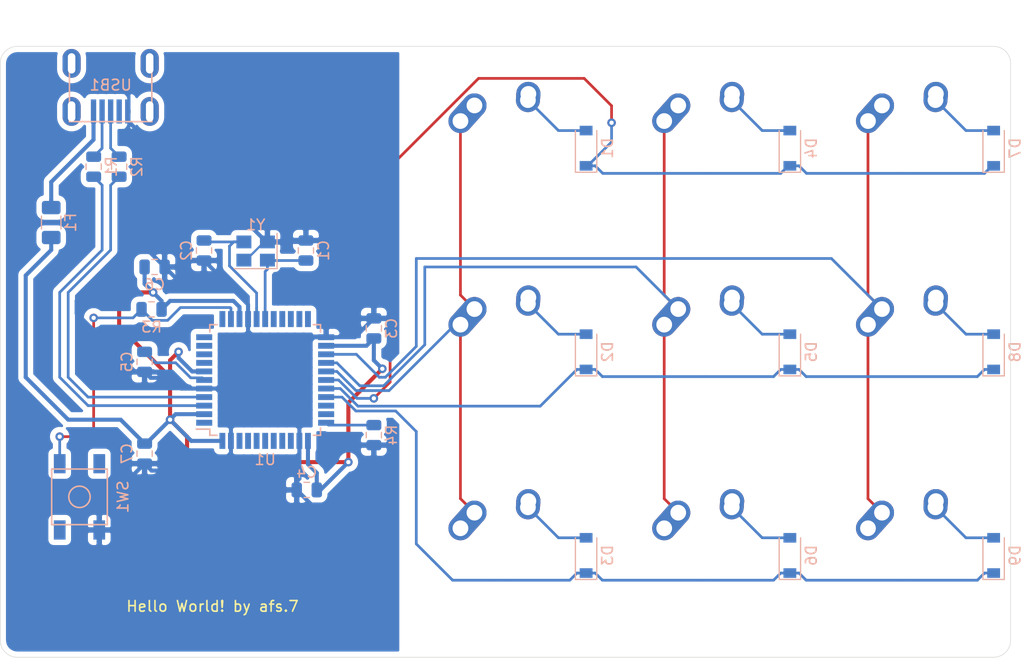
<source format=kicad_pcb>
(kicad_pcb (version 20171130) (host pcbnew "(5.1.4)-1")

  (general
    (thickness 1.6)
    (drawings 10)
    (tracks 276)
    (zones 0)
    (modules 34)
    (nets 50)
  )

  (page A4)
  (layers
    (0 F.Cu signal)
    (31 B.Cu signal)
    (32 B.Adhes user)
    (33 F.Adhes user)
    (34 B.Paste user)
    (35 F.Paste user)
    (36 B.SilkS user)
    (37 F.SilkS user)
    (38 B.Mask user)
    (39 F.Mask user)
    (40 Dwgs.User user)
    (41 Cmts.User user)
    (42 Eco1.User user)
    (43 Eco2.User user)
    (44 Edge.Cuts user)
    (45 Margin user)
    (46 B.CrtYd user)
    (47 F.CrtYd user)
    (48 B.Fab user)
    (49 F.Fab user)
  )

  (setup
    (last_trace_width 0.254)
    (trace_clearance 0.2)
    (zone_clearance 0.508)
    (zone_45_only no)
    (trace_min 0.2)
    (via_size 0.8)
    (via_drill 0.4)
    (via_min_size 0.4)
    (via_min_drill 0.3)
    (uvia_size 0.3)
    (uvia_drill 0.1)
    (uvias_allowed no)
    (uvia_min_size 0.2)
    (uvia_min_drill 0.1)
    (edge_width 0.05)
    (segment_width 0.2)
    (pcb_text_width 0.3)
    (pcb_text_size 1.5 1.5)
    (mod_edge_width 0.12)
    (mod_text_size 1 1)
    (mod_text_width 0.15)
    (pad_size 1.524 1.524)
    (pad_drill 0.762)
    (pad_to_mask_clearance 0.051)
    (solder_mask_min_width 0.25)
    (aux_axis_origin 0 0)
    (visible_elements FFFFFF7F)
    (pcbplotparams
      (layerselection 0x010fc_ffffffff)
      (usegerberextensions false)
      (usegerberattributes false)
      (usegerberadvancedattributes false)
      (creategerberjobfile false)
      (excludeedgelayer true)
      (linewidth 0.100000)
      (plotframeref false)
      (viasonmask false)
      (mode 1)
      (useauxorigin false)
      (hpglpennumber 1)
      (hpglpenspeed 20)
      (hpglpendiameter 15.000000)
      (psnegative false)
      (psa4output false)
      (plotreference true)
      (plotvalue true)
      (plotinvisibletext false)
      (padsonsilk false)
      (subtractmaskfromsilk false)
      (outputformat 1)
      (mirror false)
      (drillshape 1)
      (scaleselection 1)
      (outputdirectory ""))
  )

  (net 0 "")
  (net 1 GND)
  (net 2 "Net-(C1-Pad1)")
  (net 3 "Net-(C2-Pad1)")
  (net 4 +5V)
  (net 5 "Net-(C5-Pad1)")
  (net 6 "Net-(D1-Pad2)")
  (net 7 ROW0)
  (net 8 "Net-(D2-Pad2)")
  (net 9 ROW1)
  (net 10 "Net-(D3-Pad2)")
  (net 11 ROW2)
  (net 12 "Net-(D4-Pad2)")
  (net 13 "Net-(D5-Pad2)")
  (net 14 "Net-(D6-Pad2)")
  (net 15 "Net-(D7-Pad2)")
  (net 16 "Net-(D8-Pad2)")
  (net 17 "Net-(D9-Pad2)")
  (net 18 VCC)
  (net 19 COL0)
  (net 20 COL1)
  (net 21 COL2)
  (net 22 D-)
  (net 23 "Net-(R1-Pad1)")
  (net 24 D+)
  (net 25 "Net-(R2-Pad1)")
  (net 26 "Net-(R3-Pad1)")
  (net 27 "Net-(R4-Pad2)")
  (net 28 "Net-(U1-Pad42)")
  (net 29 "Net-(U1-Pad41)")
  (net 30 "Net-(U1-Pad40)")
  (net 31 "Net-(U1-Pad39)")
  (net 32 "Net-(U1-Pad38)")
  (net 33 "Net-(U1-Pad37)")
  (net 34 "Net-(U1-Pad36)")
  (net 35 "Net-(U1-Pad32)")
  (net 36 "Net-(U1-Pad31)")
  (net 37 "Net-(U1-Pad22)")
  (net 38 "Net-(U1-Pad21)")
  (net 39 "Net-(U1-Pad20)")
  (net 40 "Net-(U1-Pad19)")
  (net 41 "Net-(U1-Pad18)")
  (net 42 "Net-(U1-Pad12)")
  (net 43 "Net-(U1-Pad10)")
  (net 44 "Net-(U1-Pad9)")
  (net 45 "Net-(U1-Pad8)")
  (net 46 "Net-(U1-Pad1)")
  (net 47 "Net-(USB1-Pad6)")
  (net 48 "Net-(USB1-Pad2)")
  (net 49 "Net-(U1-Pad11)")

  (net_class Default "This is the default net class."
    (clearance 0.2)
    (trace_width 0.254)
    (via_dia 0.8)
    (via_drill 0.4)
    (uvia_dia 0.3)
    (uvia_drill 0.1)
    (add_net COL0)
    (add_net COL1)
    (add_net COL2)
    (add_net D+)
    (add_net D-)
    (add_net "Net-(C1-Pad1)")
    (add_net "Net-(C2-Pad1)")
    (add_net "Net-(C5-Pad1)")
    (add_net "Net-(D1-Pad2)")
    (add_net "Net-(D2-Pad2)")
    (add_net "Net-(D3-Pad2)")
    (add_net "Net-(D4-Pad2)")
    (add_net "Net-(D5-Pad2)")
    (add_net "Net-(D6-Pad2)")
    (add_net "Net-(D7-Pad2)")
    (add_net "Net-(D8-Pad2)")
    (add_net "Net-(D9-Pad2)")
    (add_net "Net-(R1-Pad1)")
    (add_net "Net-(R2-Pad1)")
    (add_net "Net-(R3-Pad1)")
    (add_net "Net-(R4-Pad2)")
    (add_net "Net-(U1-Pad1)")
    (add_net "Net-(U1-Pad10)")
    (add_net "Net-(U1-Pad11)")
    (add_net "Net-(U1-Pad12)")
    (add_net "Net-(U1-Pad18)")
    (add_net "Net-(U1-Pad19)")
    (add_net "Net-(U1-Pad20)")
    (add_net "Net-(U1-Pad21)")
    (add_net "Net-(U1-Pad22)")
    (add_net "Net-(U1-Pad31)")
    (add_net "Net-(U1-Pad32)")
    (add_net "Net-(U1-Pad36)")
    (add_net "Net-(U1-Pad37)")
    (add_net "Net-(U1-Pad38)")
    (add_net "Net-(U1-Pad39)")
    (add_net "Net-(U1-Pad40)")
    (add_net "Net-(U1-Pad41)")
    (add_net "Net-(U1-Pad42)")
    (add_net "Net-(U1-Pad8)")
    (add_net "Net-(U1-Pad9)")
    (add_net "Net-(USB1-Pad2)")
    (add_net "Net-(USB1-Pad6)")
    (add_net ROW0)
    (add_net ROW1)
    (add_net ROW2)
  )

  (net_class Power ""
    (clearance 0.2)
    (trace_width 0.381)
    (via_dia 0.8)
    (via_drill 0.4)
    (uvia_dia 0.3)
    (uvia_drill 0.1)
    (add_net +5V)
    (add_net GND)
    (add_net VCC)
  )

  (module Crystal:Crystal_SMD_3225-4Pin_3.2x2.5mm (layer B.Cu) (tedit 5A0FD1B2) (tstamp 605FC1A2)
    (at 154.84475 136.62025 180)
    (descr "SMD Crystal SERIES SMD3225/4 http://www.txccrystal.com/images/pdf/7m-accuracy.pdf, 3.2x2.5mm^2 package")
    (tags "SMD SMT crystal")
    (path /6060F0B7)
    (attr smd)
    (fp_text reference Y1 (at 0 2.45) (layer B.SilkS)
      (effects (font (size 1 1) (thickness 0.15)) (justify mirror))
    )
    (fp_text value Crystal_GND24_Small (at 0 -2.45) (layer B.Fab)
      (effects (font (size 1 1) (thickness 0.15)) (justify mirror))
    )
    (fp_line (start 2.1 1.7) (end -2.1 1.7) (layer B.CrtYd) (width 0.05))
    (fp_line (start 2.1 -1.7) (end 2.1 1.7) (layer B.CrtYd) (width 0.05))
    (fp_line (start -2.1 -1.7) (end 2.1 -1.7) (layer B.CrtYd) (width 0.05))
    (fp_line (start -2.1 1.7) (end -2.1 -1.7) (layer B.CrtYd) (width 0.05))
    (fp_line (start -2 -1.65) (end 2 -1.65) (layer B.SilkS) (width 0.12))
    (fp_line (start -2 1.65) (end -2 -1.65) (layer B.SilkS) (width 0.12))
    (fp_line (start -1.6 -0.25) (end -0.6 -1.25) (layer B.Fab) (width 0.1))
    (fp_line (start 1.6 1.25) (end -1.6 1.25) (layer B.Fab) (width 0.1))
    (fp_line (start 1.6 -1.25) (end 1.6 1.25) (layer B.Fab) (width 0.1))
    (fp_line (start -1.6 -1.25) (end 1.6 -1.25) (layer B.Fab) (width 0.1))
    (fp_line (start -1.6 1.25) (end -1.6 -1.25) (layer B.Fab) (width 0.1))
    (fp_text user %R (at 0 0) (layer B.Fab)
      (effects (font (size 0.7 0.7) (thickness 0.105)) (justify mirror))
    )
    (pad 4 smd rect (at -1.1 0.85 180) (size 1.4 1.2) (layers B.Cu B.Paste B.Mask)
      (net 1 GND))
    (pad 3 smd rect (at 1.1 0.85 180) (size 1.4 1.2) (layers B.Cu B.Paste B.Mask)
      (net 3 "Net-(C2-Pad1)"))
    (pad 2 smd rect (at 1.1 -0.85 180) (size 1.4 1.2) (layers B.Cu B.Paste B.Mask)
      (net 1 GND))
    (pad 1 smd rect (at -1.1 -0.85 180) (size 1.4 1.2) (layers B.Cu B.Paste B.Mask)
      (net 2 "Net-(C1-Pad1)"))
    (model ${KISYS3DMOD}/Crystal.3dshapes/Crystal_SMD_3225-4Pin_3.2x2.5mm.wrl
      (at (xyz 0 0 0))
      (scale (xyz 1 1 1))
      (rotate (xyz 0 0 0))
    )
  )

  (module random-keyboard-parts:Molex-0548190589 (layer B.Cu) (tedit 5C494815) (tstamp 605FC18E)
    (at 141.2875 119.0625 270)
    (path /60645CDD)
    (attr smd)
    (fp_text reference USB1 (at 2.032 0) (layer B.SilkS)
      (effects (font (size 1 1) (thickness 0.15)) (justify mirror))
    )
    (fp_text value Molex-0548190589 (at -5.08 0) (layer Dwgs.User)
      (effects (font (size 1 1) (thickness 0.15)))
    )
    (fp_text user %R (at 2 0) (layer B.CrtYd)
      (effects (font (size 1 1) (thickness 0.15)) (justify mirror))
    )
    (fp_line (start 3.25 1.25) (end 5.5 1.25) (layer B.CrtYd) (width 0.15))
    (fp_line (start 5.5 0.5) (end 3.25 0.5) (layer B.CrtYd) (width 0.15))
    (fp_line (start 3.25 -0.5) (end 5.5 -0.5) (layer B.CrtYd) (width 0.15))
    (fp_line (start 5.5 -1.25) (end 3.25 -1.25) (layer B.CrtYd) (width 0.15))
    (fp_line (start 3.25 -2) (end 5.5 -2) (layer B.CrtYd) (width 0.15))
    (fp_line (start 3.25 2) (end 3.25 -2) (layer B.CrtYd) (width 0.15))
    (fp_line (start 5.5 2) (end 3.25 2) (layer B.CrtYd) (width 0.15))
    (fp_line (start -3.75 -3.75) (end -3.75 3.75) (layer B.CrtYd) (width 0.15))
    (fp_line (start 5.5 -3.75) (end -3.75 -3.75) (layer B.CrtYd) (width 0.15))
    (fp_line (start 5.5 3.75) (end 5.5 -3.75) (layer B.CrtYd) (width 0.15))
    (fp_line (start -3.75 3.75) (end 5.5 3.75) (layer B.CrtYd) (width 0.15))
    (fp_line (start 0 3.85) (end 5.45 3.85) (layer B.SilkS) (width 0.15))
    (fp_line (start 0 -3.85) (end 5.45 -3.85) (layer B.SilkS) (width 0.15))
    (fp_line (start 5.45 3.85) (end 5.45 -3.85) (layer B.SilkS) (width 0.15))
    (fp_line (start -3.75 3.85) (end 0 3.85) (layer Dwgs.User) (width 0.15))
    (fp_line (start -3.75 -3.85) (end 0 -3.85) (layer Dwgs.User) (width 0.15))
    (fp_line (start -1.75 4.572) (end -1.75 -4.572) (layer Dwgs.User) (width 0.15))
    (fp_line (start -3.75 3.85) (end -3.75 -3.85) (layer Dwgs.User) (width 0.15))
    (pad 6 thru_hole oval (at 0 3.65 270) (size 2.7 1.7) (drill oval 1.9 0.7) (layers *.Cu *.Mask)
      (net 47 "Net-(USB1-Pad6)"))
    (pad 6 thru_hole oval (at 0 -3.65 270) (size 2.7 1.7) (drill oval 1.9 0.7) (layers *.Cu *.Mask)
      (net 47 "Net-(USB1-Pad6)"))
    (pad 6 thru_hole oval (at 4.5 -3.65 270) (size 2.7 1.7) (drill oval 1.9 0.7) (layers *.Cu *.Mask)
      (net 47 "Net-(USB1-Pad6)"))
    (pad 6 thru_hole oval (at 4.5 3.65 270) (size 2.7 1.7) (drill oval 1.9 0.7) (layers *.Cu *.Mask)
      (net 47 "Net-(USB1-Pad6)"))
    (pad 5 smd rect (at 4.5 1.6 270) (size 2.25 0.5) (layers B.Cu B.Paste B.Mask)
      (net 18 VCC))
    (pad 4 smd rect (at 4.5 0.8 270) (size 2.25 0.5) (layers B.Cu B.Paste B.Mask)
      (net 22 D-))
    (pad 3 smd rect (at 4.5 0 270) (size 2.25 0.5) (layers B.Cu B.Paste B.Mask)
      (net 24 D+))
    (pad 2 smd rect (at 4.5 -0.8 270) (size 2.25 0.5) (layers B.Cu B.Paste B.Mask)
      (net 48 "Net-(USB1-Pad2)"))
    (pad 1 smd rect (at 4.5 -1.6 270) (size 2.25 0.5) (layers B.Cu B.Paste B.Mask)
      (net 1 GND))
  )

  (module Package_QFP:TQFP-44_10x10mm_P0.8mm (layer B.Cu) (tedit 5A02F146) (tstamp 605FCF20)
    (at 155.73375 148.68525)
    (descr "44-Lead Plastic Thin Quad Flatpack (PT) - 10x10x1.0 mm Body [TQFP] (see Microchip Packaging Specification 00000049BS.pdf)")
    (tags "QFP 0.8")
    (path /605F5FE2)
    (attr smd)
    (fp_text reference U1 (at 0 7.45) (layer B.SilkS)
      (effects (font (size 1 1) (thickness 0.15)) (justify mirror))
    )
    (fp_text value ATmega32U4-AU (at 0 -7.45) (layer B.Fab)
      (effects (font (size 1 1) (thickness 0.15)) (justify mirror))
    )
    (fp_text user %R (at 0 0) (layer B.Fab)
      (effects (font (size 1 1) (thickness 0.15)) (justify mirror))
    )
    (fp_line (start -4 5) (end 5 5) (layer B.Fab) (width 0.15))
    (fp_line (start 5 5) (end 5 -5) (layer B.Fab) (width 0.15))
    (fp_line (start 5 -5) (end -5 -5) (layer B.Fab) (width 0.15))
    (fp_line (start -5 -5) (end -5 4) (layer B.Fab) (width 0.15))
    (fp_line (start -5 4) (end -4 5) (layer B.Fab) (width 0.15))
    (fp_line (start -6.7 6.7) (end -6.7 -6.7) (layer B.CrtYd) (width 0.05))
    (fp_line (start 6.7 6.7) (end 6.7 -6.7) (layer B.CrtYd) (width 0.05))
    (fp_line (start -6.7 6.7) (end 6.7 6.7) (layer B.CrtYd) (width 0.05))
    (fp_line (start -6.7 -6.7) (end 6.7 -6.7) (layer B.CrtYd) (width 0.05))
    (fp_line (start -5.175 5.175) (end -5.175 4.6) (layer B.SilkS) (width 0.15))
    (fp_line (start 5.175 5.175) (end 5.175 4.5) (layer B.SilkS) (width 0.15))
    (fp_line (start 5.175 -5.175) (end 5.175 -4.5) (layer B.SilkS) (width 0.15))
    (fp_line (start -5.175 -5.175) (end -5.175 -4.5) (layer B.SilkS) (width 0.15))
    (fp_line (start -5.175 5.175) (end -4.5 5.175) (layer B.SilkS) (width 0.15))
    (fp_line (start -5.175 -5.175) (end -4.5 -5.175) (layer B.SilkS) (width 0.15))
    (fp_line (start 5.175 -5.175) (end 4.5 -5.175) (layer B.SilkS) (width 0.15))
    (fp_line (start 5.175 5.175) (end 4.5 5.175) (layer B.SilkS) (width 0.15))
    (fp_line (start -5.175 4.6) (end -6.45 4.6) (layer B.SilkS) (width 0.15))
    (pad 1 smd rect (at -5.7 4) (size 1.5 0.55) (layers B.Cu B.Paste B.Mask)
      (net 46 "Net-(U1-Pad1)"))
    (pad 2 smd rect (at -5.7 3.2) (size 1.5 0.55) (layers B.Cu B.Paste B.Mask)
      (net 4 +5V))
    (pad 3 smd rect (at -5.7 2.4) (size 1.5 0.55) (layers B.Cu B.Paste B.Mask)
      (net 23 "Net-(R1-Pad1)"))
    (pad 4 smd rect (at -5.7 1.6) (size 1.5 0.55) (layers B.Cu B.Paste B.Mask)
      (net 25 "Net-(R2-Pad1)"))
    (pad 5 smd rect (at -5.7 0.8) (size 1.5 0.55) (layers B.Cu B.Paste B.Mask)
      (net 1 GND))
    (pad 6 smd rect (at -5.7 0) (size 1.5 0.55) (layers B.Cu B.Paste B.Mask)
      (net 5 "Net-(C5-Pad1)"))
    (pad 7 smd rect (at -5.7 -0.8) (size 1.5 0.55) (layers B.Cu B.Paste B.Mask)
      (net 4 +5V))
    (pad 8 smd rect (at -5.7 -1.6) (size 1.5 0.55) (layers B.Cu B.Paste B.Mask)
      (net 45 "Net-(U1-Pad8)"))
    (pad 9 smd rect (at -5.7 -2.4) (size 1.5 0.55) (layers B.Cu B.Paste B.Mask)
      (net 44 "Net-(U1-Pad9)"))
    (pad 10 smd rect (at -5.7 -3.2) (size 1.5 0.55) (layers B.Cu B.Paste B.Mask)
      (net 43 "Net-(U1-Pad10)"))
    (pad 11 smd rect (at -5.7 -4) (size 1.5 0.55) (layers B.Cu B.Paste B.Mask)
      (net 49 "Net-(U1-Pad11)"))
    (pad 12 smd rect (at -4 -5.7 270) (size 1.5 0.55) (layers B.Cu B.Paste B.Mask)
      (net 42 "Net-(U1-Pad12)"))
    (pad 13 smd rect (at -3.2 -5.7 270) (size 1.5 0.55) (layers B.Cu B.Paste B.Mask)
      (net 26 "Net-(R3-Pad1)"))
    (pad 14 smd rect (at -2.4 -5.7 270) (size 1.5 0.55) (layers B.Cu B.Paste B.Mask)
      (net 4 +5V))
    (pad 15 smd rect (at -1.6 -5.7 270) (size 1.5 0.55) (layers B.Cu B.Paste B.Mask)
      (net 1 GND))
    (pad 16 smd rect (at -0.8 -5.7 270) (size 1.5 0.55) (layers B.Cu B.Paste B.Mask)
      (net 3 "Net-(C2-Pad1)"))
    (pad 17 smd rect (at 0 -5.7 270) (size 1.5 0.55) (layers B.Cu B.Paste B.Mask)
      (net 2 "Net-(C1-Pad1)"))
    (pad 18 smd rect (at 0.8 -5.7 270) (size 1.5 0.55) (layers B.Cu B.Paste B.Mask)
      (net 41 "Net-(U1-Pad18)"))
    (pad 19 smd rect (at 1.6 -5.7 270) (size 1.5 0.55) (layers B.Cu B.Paste B.Mask)
      (net 40 "Net-(U1-Pad19)"))
    (pad 20 smd rect (at 2.4 -5.7 270) (size 1.5 0.55) (layers B.Cu B.Paste B.Mask)
      (net 39 "Net-(U1-Pad20)"))
    (pad 21 smd rect (at 3.2 -5.7 270) (size 1.5 0.55) (layers B.Cu B.Paste B.Mask)
      (net 38 "Net-(U1-Pad21)"))
    (pad 22 smd rect (at 4 -5.7 270) (size 1.5 0.55) (layers B.Cu B.Paste B.Mask)
      (net 37 "Net-(U1-Pad22)"))
    (pad 23 smd rect (at 5.7 -4) (size 1.5 0.55) (layers B.Cu B.Paste B.Mask)
      (net 1 GND))
    (pad 24 smd rect (at 5.7 -3.2) (size 1.5 0.55) (layers B.Cu B.Paste B.Mask)
      (net 4 +5V))
    (pad 25 smd rect (at 5.7 -2.4) (size 1.5 0.55) (layers B.Cu B.Paste B.Mask)
      (net 21 COL2))
    (pad 26 smd rect (at 5.7 -1.6) (size 1.5 0.55) (layers B.Cu B.Paste B.Mask)
      (net 20 COL1))
    (pad 27 smd rect (at 5.7 -0.8) (size 1.5 0.55) (layers B.Cu B.Paste B.Mask)
      (net 19 COL0))
    (pad 28 smd rect (at 5.7 0) (size 1.5 0.55) (layers B.Cu B.Paste B.Mask)
      (net 7 ROW0))
    (pad 29 smd rect (at 5.7 0.8) (size 1.5 0.55) (layers B.Cu B.Paste B.Mask)
      (net 9 ROW1))
    (pad 30 smd rect (at 5.7 1.6) (size 1.5 0.55) (layers B.Cu B.Paste B.Mask)
      (net 11 ROW2))
    (pad 31 smd rect (at 5.7 2.4) (size 1.5 0.55) (layers B.Cu B.Paste B.Mask)
      (net 36 "Net-(U1-Pad31)"))
    (pad 32 smd rect (at 5.7 3.2) (size 1.5 0.55) (layers B.Cu B.Paste B.Mask)
      (net 35 "Net-(U1-Pad32)"))
    (pad 33 smd rect (at 5.7 4) (size 1.5 0.55) (layers B.Cu B.Paste B.Mask)
      (net 27 "Net-(R4-Pad2)"))
    (pad 34 smd rect (at 4 5.7 270) (size 1.5 0.55) (layers B.Cu B.Paste B.Mask)
      (net 4 +5V))
    (pad 35 smd rect (at 3.2 5.7 270) (size 1.5 0.55) (layers B.Cu B.Paste B.Mask)
      (net 1 GND))
    (pad 36 smd rect (at 2.4 5.7 270) (size 1.5 0.55) (layers B.Cu B.Paste B.Mask)
      (net 34 "Net-(U1-Pad36)"))
    (pad 37 smd rect (at 1.6 5.7 270) (size 1.5 0.55) (layers B.Cu B.Paste B.Mask)
      (net 33 "Net-(U1-Pad37)"))
    (pad 38 smd rect (at 0.8 5.7 270) (size 1.5 0.55) (layers B.Cu B.Paste B.Mask)
      (net 32 "Net-(U1-Pad38)"))
    (pad 39 smd rect (at 0 5.7 270) (size 1.5 0.55) (layers B.Cu B.Paste B.Mask)
      (net 31 "Net-(U1-Pad39)"))
    (pad 40 smd rect (at -0.8 5.7 270) (size 1.5 0.55) (layers B.Cu B.Paste B.Mask)
      (net 30 "Net-(U1-Pad40)"))
    (pad 41 smd rect (at -1.6 5.7 270) (size 1.5 0.55) (layers B.Cu B.Paste B.Mask)
      (net 29 "Net-(U1-Pad41)"))
    (pad 42 smd rect (at -2.4 5.7 270) (size 1.5 0.55) (layers B.Cu B.Paste B.Mask)
      (net 28 "Net-(U1-Pad42)"))
    (pad 43 smd rect (at -3.2 5.7 270) (size 1.5 0.55) (layers B.Cu B.Paste B.Mask)
      (net 1 GND))
    (pad 44 smd rect (at -4 5.7 270) (size 1.5 0.55) (layers B.Cu B.Paste B.Mask)
      (net 4 +5V))
    (model ${KISYS3DMOD}/Package_QFP.3dshapes/TQFP-44_10x10mm_P0.8mm.wrl
      (at (xyz 0 0 0))
      (scale (xyz 1 1 1))
      (rotate (xyz 0 0 0))
    )
  )

  (module random-keyboard-parts:SKQG-1155865 (layer B.Cu) (tedit 5E62B398) (tstamp 605FC12B)
    (at 138.375 159.61875 270)
    (path /6062DB08)
    (attr smd)
    (fp_text reference SW1 (at 0 -4.064 90) (layer B.SilkS)
      (effects (font (size 1 1) (thickness 0.15)) (justify mirror))
    )
    (fp_text value SW_Push (at 0 4.064 90) (layer B.Fab)
      (effects (font (size 1 1) (thickness 0.15)) (justify mirror))
    )
    (fp_line (start -2.6 -1.1) (end -1.1 -2.6) (layer B.Fab) (width 0.15))
    (fp_line (start 2.6 -1.1) (end 1.1 -2.6) (layer B.Fab) (width 0.15))
    (fp_line (start 2.6 1.1) (end 1.1 2.6) (layer B.Fab) (width 0.15))
    (fp_line (start -2.6 1.1) (end -1.1 2.6) (layer B.Fab) (width 0.15))
    (fp_circle (center 0 0) (end 1 0) (layer B.Fab) (width 0.15))
    (fp_line (start -4.2 1.1) (end -4.2 2.6) (layer B.Fab) (width 0.15))
    (fp_line (start -2.6 1.1) (end -4.2 1.1) (layer B.Fab) (width 0.15))
    (fp_line (start -2.6 -1.1) (end -2.6 1.1) (layer B.Fab) (width 0.15))
    (fp_line (start -4.2 -1.1) (end -2.6 -1.1) (layer B.Fab) (width 0.15))
    (fp_line (start -4.2 -2.6) (end -4.2 -1.1) (layer B.Fab) (width 0.15))
    (fp_line (start 4.2 -2.6) (end -4.2 -2.6) (layer B.Fab) (width 0.15))
    (fp_line (start 4.2 -1.1) (end 4.2 -2.6) (layer B.Fab) (width 0.15))
    (fp_line (start 2.6 -1.1) (end 4.2 -1.1) (layer B.Fab) (width 0.15))
    (fp_line (start 2.6 1.1) (end 2.6 -1.1) (layer B.Fab) (width 0.15))
    (fp_line (start 4.2 1.1) (end 2.6 1.1) (layer B.Fab) (width 0.15))
    (fp_line (start 4.2 2.6) (end 4.2 1.2) (layer B.Fab) (width 0.15))
    (fp_line (start -4.2 2.6) (end 4.2 2.6) (layer B.Fab) (width 0.15))
    (fp_circle (center 0 0) (end 1 0) (layer B.SilkS) (width 0.15))
    (fp_line (start -2.6 -2.6) (end -2.6 2.6) (layer B.SilkS) (width 0.15))
    (fp_line (start 2.6 -2.6) (end -2.6 -2.6) (layer B.SilkS) (width 0.15))
    (fp_line (start 2.6 2.6) (end 2.6 -2.6) (layer B.SilkS) (width 0.15))
    (fp_line (start -2.6 2.6) (end 2.6 2.6) (layer B.SilkS) (width 0.15))
    (pad 1 smd rect (at 3.1 -1.85 270) (size 1.8 1.1) (layers B.Cu B.Paste B.Mask)
      (net 1 GND))
    (pad 2 smd rect (at -3.1 1.85 270) (size 1.8 1.1) (layers B.Cu B.Paste B.Mask)
      (net 26 "Net-(R3-Pad1)"))
    (pad 3 smd rect (at 3.1 1.85 270) (size 1.8 1.1) (layers B.Cu B.Paste B.Mask))
    (pad 4 smd rect (at -3.1 -1.85 270) (size 1.8 1.1) (layers B.Cu B.Paste B.Mask))
    (model ${KISYS3DMOD}/Button_Switch_SMD.3dshapes/SW_SPST_TL3342.step
      (at (xyz 0 0 0))
      (scale (xyz 1 1 1))
      (rotate (xyz 0 0 0))
    )
  )

  (module Resistor_SMD:R_0805_2012Metric (layer B.Cu) (tedit 5B36C52B) (tstamp 605FC10D)
    (at 165.89375 153.84375 90)
    (descr "Resistor SMD 0805 (2012 Metric), square (rectangular) end terminal, IPC_7351 nominal, (Body size source: https://docs.google.com/spreadsheets/d/1BsfQQcO9C6DZCsRaXUlFlo91Tg2WpOkGARC1WS5S8t0/edit?usp=sharing), generated with kicad-footprint-generator")
    (tags resistor)
    (path /605FFCC1)
    (attr smd)
    (fp_text reference R4 (at 0 1.65 90) (layer B.SilkS)
      (effects (font (size 1 1) (thickness 0.15)) (justify mirror))
    )
    (fp_text value 10k (at 0 -1.65 90) (layer B.Fab)
      (effects (font (size 1 1) (thickness 0.15)) (justify mirror))
    )
    (fp_text user %R (at 0 0 90) (layer B.Fab)
      (effects (font (size 0.5 0.5) (thickness 0.08)) (justify mirror))
    )
    (fp_line (start 1.68 -0.95) (end -1.68 -0.95) (layer B.CrtYd) (width 0.05))
    (fp_line (start 1.68 0.95) (end 1.68 -0.95) (layer B.CrtYd) (width 0.05))
    (fp_line (start -1.68 0.95) (end 1.68 0.95) (layer B.CrtYd) (width 0.05))
    (fp_line (start -1.68 -0.95) (end -1.68 0.95) (layer B.CrtYd) (width 0.05))
    (fp_line (start -0.258578 -0.71) (end 0.258578 -0.71) (layer B.SilkS) (width 0.12))
    (fp_line (start -0.258578 0.71) (end 0.258578 0.71) (layer B.SilkS) (width 0.12))
    (fp_line (start 1 -0.6) (end -1 -0.6) (layer B.Fab) (width 0.1))
    (fp_line (start 1 0.6) (end 1 -0.6) (layer B.Fab) (width 0.1))
    (fp_line (start -1 0.6) (end 1 0.6) (layer B.Fab) (width 0.1))
    (fp_line (start -1 -0.6) (end -1 0.6) (layer B.Fab) (width 0.1))
    (pad 2 smd roundrect (at 0.9375 0 90) (size 0.975 1.4) (layers B.Cu B.Paste B.Mask) (roundrect_rratio 0.25)
      (net 27 "Net-(R4-Pad2)"))
    (pad 1 smd roundrect (at -0.9375 0 90) (size 0.975 1.4) (layers B.Cu B.Paste B.Mask) (roundrect_rratio 0.25)
      (net 1 GND))
    (model ${KISYS3DMOD}/Resistor_SMD.3dshapes/R_0805_2012Metric.wrl
      (at (xyz 0 0 0))
      (scale (xyz 1 1 1))
      (rotate (xyz 0 0 0))
    )
  )

  (module Resistor_SMD:R_0805_2012Metric (layer B.Cu) (tedit 5B36C52B) (tstamp 605FDF26)
    (at 145.1125 142.08125)
    (descr "Resistor SMD 0805 (2012 Metric), square (rectangular) end terminal, IPC_7351 nominal, (Body size source: https://docs.google.com/spreadsheets/d/1BsfQQcO9C6DZCsRaXUlFlo91Tg2WpOkGARC1WS5S8t0/edit?usp=sharing), generated with kicad-footprint-generator")
    (tags resistor)
    (path /60630193)
    (attr smd)
    (fp_text reference R3 (at 0 1.65) (layer B.SilkS)
      (effects (font (size 1 1) (thickness 0.15)) (justify mirror))
    )
    (fp_text value 10k (at 0 -1.65) (layer B.Fab)
      (effects (font (size 1 1) (thickness 0.15)) (justify mirror))
    )
    (fp_text user %R (at 0 0) (layer B.Fab)
      (effects (font (size 0.5 0.5) (thickness 0.08)) (justify mirror))
    )
    (fp_line (start 1.68 -0.95) (end -1.68 -0.95) (layer B.CrtYd) (width 0.05))
    (fp_line (start 1.68 0.95) (end 1.68 -0.95) (layer B.CrtYd) (width 0.05))
    (fp_line (start -1.68 0.95) (end 1.68 0.95) (layer B.CrtYd) (width 0.05))
    (fp_line (start -1.68 -0.95) (end -1.68 0.95) (layer B.CrtYd) (width 0.05))
    (fp_line (start -0.258578 -0.71) (end 0.258578 -0.71) (layer B.SilkS) (width 0.12))
    (fp_line (start -0.258578 0.71) (end 0.258578 0.71) (layer B.SilkS) (width 0.12))
    (fp_line (start 1 -0.6) (end -1 -0.6) (layer B.Fab) (width 0.1))
    (fp_line (start 1 0.6) (end 1 -0.6) (layer B.Fab) (width 0.1))
    (fp_line (start -1 0.6) (end 1 0.6) (layer B.Fab) (width 0.1))
    (fp_line (start -1 -0.6) (end -1 0.6) (layer B.Fab) (width 0.1))
    (pad 2 smd roundrect (at 0.9375 0) (size 0.975 1.4) (layers B.Cu B.Paste B.Mask) (roundrect_rratio 0.25)
      (net 4 +5V))
    (pad 1 smd roundrect (at -0.9375 0) (size 0.975 1.4) (layers B.Cu B.Paste B.Mask) (roundrect_rratio 0.25)
      (net 26 "Net-(R3-Pad1)"))
    (model ${KISYS3DMOD}/Resistor_SMD.3dshapes/R_0805_2012Metric.wrl
      (at (xyz 0 0 0))
      (scale (xyz 1 1 1))
      (rotate (xyz 0 0 0))
    )
  )

  (module Resistor_SMD:R_0805_2012Metric (layer B.Cu) (tedit 5B36C52B) (tstamp 605FE29B)
    (at 142.08125 128.73125 90)
    (descr "Resistor SMD 0805 (2012 Metric), square (rectangular) end terminal, IPC_7351 nominal, (Body size source: https://docs.google.com/spreadsheets/d/1BsfQQcO9C6DZCsRaXUlFlo91Tg2WpOkGARC1WS5S8t0/edit?usp=sharing), generated with kicad-footprint-generator")
    (tags resistor)
    (path /60605419)
    (attr smd)
    (fp_text reference R2 (at 0 1.65 90) (layer B.SilkS)
      (effects (font (size 1 1) (thickness 0.15)) (justify mirror))
    )
    (fp_text value 22 (at 0 -1.65 90) (layer B.Fab)
      (effects (font (size 1 1) (thickness 0.15)) (justify mirror))
    )
    (fp_text user %R (at 0 0 90) (layer B.Fab)
      (effects (font (size 0.5 0.5) (thickness 0.08)) (justify mirror))
    )
    (fp_line (start 1.68 -0.95) (end -1.68 -0.95) (layer B.CrtYd) (width 0.05))
    (fp_line (start 1.68 0.95) (end 1.68 -0.95) (layer B.CrtYd) (width 0.05))
    (fp_line (start -1.68 0.95) (end 1.68 0.95) (layer B.CrtYd) (width 0.05))
    (fp_line (start -1.68 -0.95) (end -1.68 0.95) (layer B.CrtYd) (width 0.05))
    (fp_line (start -0.258578 -0.71) (end 0.258578 -0.71) (layer B.SilkS) (width 0.12))
    (fp_line (start -0.258578 0.71) (end 0.258578 0.71) (layer B.SilkS) (width 0.12))
    (fp_line (start 1 -0.6) (end -1 -0.6) (layer B.Fab) (width 0.1))
    (fp_line (start 1 0.6) (end 1 -0.6) (layer B.Fab) (width 0.1))
    (fp_line (start -1 0.6) (end 1 0.6) (layer B.Fab) (width 0.1))
    (fp_line (start -1 -0.6) (end -1 0.6) (layer B.Fab) (width 0.1))
    (pad 2 smd roundrect (at 0.9375 0 90) (size 0.975 1.4) (layers B.Cu B.Paste B.Mask) (roundrect_rratio 0.25)
      (net 24 D+))
    (pad 1 smd roundrect (at -0.9375 0 90) (size 0.975 1.4) (layers B.Cu B.Paste B.Mask) (roundrect_rratio 0.25)
      (net 25 "Net-(R2-Pad1)"))
    (model ${KISYS3DMOD}/Resistor_SMD.3dshapes/R_0805_2012Metric.wrl
      (at (xyz 0 0 0))
      (scale (xyz 1 1 1))
      (rotate (xyz 0 0 0))
    )
  )

  (module Resistor_SMD:R_0805_2012Metric (layer B.Cu) (tedit 5B36C52B) (tstamp 605FE2CB)
    (at 139.7 128.73125 90)
    (descr "Resistor SMD 0805 (2012 Metric), square (rectangular) end terminal, IPC_7351 nominal, (Body size source: https://docs.google.com/spreadsheets/d/1BsfQQcO9C6DZCsRaXUlFlo91Tg2WpOkGARC1WS5S8t0/edit?usp=sharing), generated with kicad-footprint-generator")
    (tags resistor)
    (path /60604B60)
    (attr smd)
    (fp_text reference R1 (at 0 1.65 90) (layer B.SilkS)
      (effects (font (size 1 1) (thickness 0.15)) (justify mirror))
    )
    (fp_text value 22 (at 0 -1.65 90) (layer B.Fab)
      (effects (font (size 1 1) (thickness 0.15)) (justify mirror))
    )
    (fp_text user %R (at 0 0 90) (layer B.Fab)
      (effects (font (size 0.5 0.5) (thickness 0.08)) (justify mirror))
    )
    (fp_line (start 1.68 -0.95) (end -1.68 -0.95) (layer B.CrtYd) (width 0.05))
    (fp_line (start 1.68 0.95) (end 1.68 -0.95) (layer B.CrtYd) (width 0.05))
    (fp_line (start -1.68 0.95) (end 1.68 0.95) (layer B.CrtYd) (width 0.05))
    (fp_line (start -1.68 -0.95) (end -1.68 0.95) (layer B.CrtYd) (width 0.05))
    (fp_line (start -0.258578 -0.71) (end 0.258578 -0.71) (layer B.SilkS) (width 0.12))
    (fp_line (start -0.258578 0.71) (end 0.258578 0.71) (layer B.SilkS) (width 0.12))
    (fp_line (start 1 -0.6) (end -1 -0.6) (layer B.Fab) (width 0.1))
    (fp_line (start 1 0.6) (end 1 -0.6) (layer B.Fab) (width 0.1))
    (fp_line (start -1 0.6) (end 1 0.6) (layer B.Fab) (width 0.1))
    (fp_line (start -1 -0.6) (end -1 0.6) (layer B.Fab) (width 0.1))
    (pad 2 smd roundrect (at 0.9375 0 90) (size 0.975 1.4) (layers B.Cu B.Paste B.Mask) (roundrect_rratio 0.25)
      (net 22 D-))
    (pad 1 smd roundrect (at -0.9375 0 90) (size 0.975 1.4) (layers B.Cu B.Paste B.Mask) (roundrect_rratio 0.25)
      (net 23 "Net-(R1-Pad1)"))
    (model ${KISYS3DMOD}/Resistor_SMD.3dshapes/R_0805_2012Metric.wrl
      (at (xyz 0 0 0))
      (scale (xyz 1 1 1))
      (rotate (xyz 0 0 0))
    )
  )

  (module MX_Alps_Hybrid:MX-1U-NoLED (layer F.Cu) (tedit 5A9F5203) (tstamp 605FCB1F)
    (at 215.9 165.1)
    (path /606618B9)
    (fp_text reference MX9 (at 0 3.175) (layer Dwgs.User)
      (effects (font (size 1 1) (thickness 0.15)))
    )
    (fp_text value MX-NoLED (at 0 -7.9375) (layer Dwgs.User)
      (effects (font (size 1 1) (thickness 0.15)))
    )
    (fp_line (start 5 -7) (end 7 -7) (layer Dwgs.User) (width 0.15))
    (fp_line (start 7 -7) (end 7 -5) (layer Dwgs.User) (width 0.15))
    (fp_line (start 5 7) (end 7 7) (layer Dwgs.User) (width 0.15))
    (fp_line (start 7 7) (end 7 5) (layer Dwgs.User) (width 0.15))
    (fp_line (start -7 5) (end -7 7) (layer Dwgs.User) (width 0.15))
    (fp_line (start -7 7) (end -5 7) (layer Dwgs.User) (width 0.15))
    (fp_line (start -5 -7) (end -7 -7) (layer Dwgs.User) (width 0.15))
    (fp_line (start -7 -7) (end -7 -5) (layer Dwgs.User) (width 0.15))
    (fp_line (start -9.525 -9.525) (end 9.525 -9.525) (layer Dwgs.User) (width 0.15))
    (fp_line (start 9.525 -9.525) (end 9.525 9.525) (layer Dwgs.User) (width 0.15))
    (fp_line (start 9.525 9.525) (end -9.525 9.525) (layer Dwgs.User) (width 0.15))
    (fp_line (start -9.525 9.525) (end -9.525 -9.525) (layer Dwgs.User) (width 0.15))
    (pad 2 thru_hole oval (at 2.5 -4.5 86.0548) (size 2.831378 2.25) (drill 1.47 (offset 0.290689 0)) (layers *.Cu B.Mask)
      (net 17 "Net-(D9-Pad2)"))
    (pad 2 thru_hole circle (at 2.54 -5.08) (size 2.25 2.25) (drill 1.47) (layers *.Cu B.Mask)
      (net 17 "Net-(D9-Pad2)"))
    (pad 1 thru_hole oval (at -3.81 -2.54 48.0996) (size 4.211556 2.25) (drill 1.47 (offset 0.980778 0)) (layers *.Cu B.Mask)
      (net 21 COL2))
    (pad "" np_thru_hole circle (at 0 0) (size 3.9878 3.9878) (drill 3.9878) (layers *.Cu *.Mask))
    (pad 1 thru_hole circle (at -2.5 -4) (size 2.25 2.25) (drill 1.47) (layers *.Cu B.Mask)
      (net 21 COL2))
    (pad "" np_thru_hole circle (at -5.08 0 48.0996) (size 1.75 1.75) (drill 1.75) (layers *.Cu *.Mask))
    (pad "" np_thru_hole circle (at 5.08 0 48.0996) (size 1.75 1.75) (drill 1.75) (layers *.Cu *.Mask))
  )

  (module MX_Alps_Hybrid:MX-1U-NoLED (layer F.Cu) (tedit 5A9F5203) (tstamp 605FC0B2)
    (at 215.9 146.05)
    (path /6065B0DC)
    (fp_text reference MX8 (at 0 3.175) (layer Dwgs.User)
      (effects (font (size 1 1) (thickness 0.15)))
    )
    (fp_text value MX-NoLED (at 0 -7.9375) (layer Dwgs.User)
      (effects (font (size 1 1) (thickness 0.15)))
    )
    (fp_line (start 5 -7) (end 7 -7) (layer Dwgs.User) (width 0.15))
    (fp_line (start 7 -7) (end 7 -5) (layer Dwgs.User) (width 0.15))
    (fp_line (start 5 7) (end 7 7) (layer Dwgs.User) (width 0.15))
    (fp_line (start 7 7) (end 7 5) (layer Dwgs.User) (width 0.15))
    (fp_line (start -7 5) (end -7 7) (layer Dwgs.User) (width 0.15))
    (fp_line (start -7 7) (end -5 7) (layer Dwgs.User) (width 0.15))
    (fp_line (start -5 -7) (end -7 -7) (layer Dwgs.User) (width 0.15))
    (fp_line (start -7 -7) (end -7 -5) (layer Dwgs.User) (width 0.15))
    (fp_line (start -9.525 -9.525) (end 9.525 -9.525) (layer Dwgs.User) (width 0.15))
    (fp_line (start 9.525 -9.525) (end 9.525 9.525) (layer Dwgs.User) (width 0.15))
    (fp_line (start 9.525 9.525) (end -9.525 9.525) (layer Dwgs.User) (width 0.15))
    (fp_line (start -9.525 9.525) (end -9.525 -9.525) (layer Dwgs.User) (width 0.15))
    (pad 2 thru_hole oval (at 2.5 -4.5 86.0548) (size 2.831378 2.25) (drill 1.47 (offset 0.290689 0)) (layers *.Cu B.Mask)
      (net 16 "Net-(D8-Pad2)"))
    (pad 2 thru_hole circle (at 2.54 -5.08) (size 2.25 2.25) (drill 1.47) (layers *.Cu B.Mask)
      (net 16 "Net-(D8-Pad2)"))
    (pad 1 thru_hole oval (at -3.81 -2.54 48.0996) (size 4.211556 2.25) (drill 1.47 (offset 0.980778 0)) (layers *.Cu B.Mask)
      (net 21 COL2))
    (pad "" np_thru_hole circle (at 0 0) (size 3.9878 3.9878) (drill 3.9878) (layers *.Cu *.Mask))
    (pad 1 thru_hole circle (at -2.5 -4) (size 2.25 2.25) (drill 1.47) (layers *.Cu B.Mask)
      (net 21 COL2))
    (pad "" np_thru_hole circle (at -5.08 0 48.0996) (size 1.75 1.75) (drill 1.75) (layers *.Cu *.Mask))
    (pad "" np_thru_hole circle (at 5.08 0 48.0996) (size 1.75 1.75) (drill 1.75) (layers *.Cu *.Mask))
  )

  (module MX_Alps_Hybrid:MX-1U-NoLED (layer F.Cu) (tedit 5A9F5203) (tstamp 605FC09B)
    (at 215.9 127)
    (path /60657393)
    (fp_text reference MX7 (at 0 3.175) (layer Dwgs.User)
      (effects (font (size 1 1) (thickness 0.15)))
    )
    (fp_text value MX-NoLED (at 0 -7.9375) (layer Dwgs.User)
      (effects (font (size 1 1) (thickness 0.15)))
    )
    (fp_line (start 5 -7) (end 7 -7) (layer Dwgs.User) (width 0.15))
    (fp_line (start 7 -7) (end 7 -5) (layer Dwgs.User) (width 0.15))
    (fp_line (start 5 7) (end 7 7) (layer Dwgs.User) (width 0.15))
    (fp_line (start 7 7) (end 7 5) (layer Dwgs.User) (width 0.15))
    (fp_line (start -7 5) (end -7 7) (layer Dwgs.User) (width 0.15))
    (fp_line (start -7 7) (end -5 7) (layer Dwgs.User) (width 0.15))
    (fp_line (start -5 -7) (end -7 -7) (layer Dwgs.User) (width 0.15))
    (fp_line (start -7 -7) (end -7 -5) (layer Dwgs.User) (width 0.15))
    (fp_line (start -9.525 -9.525) (end 9.525 -9.525) (layer Dwgs.User) (width 0.15))
    (fp_line (start 9.525 -9.525) (end 9.525 9.525) (layer Dwgs.User) (width 0.15))
    (fp_line (start 9.525 9.525) (end -9.525 9.525) (layer Dwgs.User) (width 0.15))
    (fp_line (start -9.525 9.525) (end -9.525 -9.525) (layer Dwgs.User) (width 0.15))
    (pad 2 thru_hole oval (at 2.5 -4.5 86.0548) (size 2.831378 2.25) (drill 1.47 (offset 0.290689 0)) (layers *.Cu B.Mask)
      (net 15 "Net-(D7-Pad2)"))
    (pad 2 thru_hole circle (at 2.54 -5.08) (size 2.25 2.25) (drill 1.47) (layers *.Cu B.Mask)
      (net 15 "Net-(D7-Pad2)"))
    (pad 1 thru_hole oval (at -3.81 -2.54 48.0996) (size 4.211556 2.25) (drill 1.47 (offset 0.980778 0)) (layers *.Cu B.Mask)
      (net 21 COL2))
    (pad "" np_thru_hole circle (at 0 0) (size 3.9878 3.9878) (drill 3.9878) (layers *.Cu *.Mask))
    (pad 1 thru_hole circle (at -2.5 -4) (size 2.25 2.25) (drill 1.47) (layers *.Cu B.Mask)
      (net 21 COL2))
    (pad "" np_thru_hole circle (at -5.08 0 48.0996) (size 1.75 1.75) (drill 1.75) (layers *.Cu *.Mask))
    (pad "" np_thru_hole circle (at 5.08 0 48.0996) (size 1.75 1.75) (drill 1.75) (layers *.Cu *.Mask))
  )

  (module MX_Alps_Hybrid:MX-1U-NoLED (layer F.Cu) (tedit 5A9F5203) (tstamp 605FC084)
    (at 196.85 165.1)
    (path /6065FD38)
    (fp_text reference MX6 (at 0 3.175) (layer Dwgs.User)
      (effects (font (size 1 1) (thickness 0.15)))
    )
    (fp_text value MX-NoLED (at 0 -7.9375) (layer Dwgs.User)
      (effects (font (size 1 1) (thickness 0.15)))
    )
    (fp_line (start 5 -7) (end 7 -7) (layer Dwgs.User) (width 0.15))
    (fp_line (start 7 -7) (end 7 -5) (layer Dwgs.User) (width 0.15))
    (fp_line (start 5 7) (end 7 7) (layer Dwgs.User) (width 0.15))
    (fp_line (start 7 7) (end 7 5) (layer Dwgs.User) (width 0.15))
    (fp_line (start -7 5) (end -7 7) (layer Dwgs.User) (width 0.15))
    (fp_line (start -7 7) (end -5 7) (layer Dwgs.User) (width 0.15))
    (fp_line (start -5 -7) (end -7 -7) (layer Dwgs.User) (width 0.15))
    (fp_line (start -7 -7) (end -7 -5) (layer Dwgs.User) (width 0.15))
    (fp_line (start -9.525 -9.525) (end 9.525 -9.525) (layer Dwgs.User) (width 0.15))
    (fp_line (start 9.525 -9.525) (end 9.525 9.525) (layer Dwgs.User) (width 0.15))
    (fp_line (start 9.525 9.525) (end -9.525 9.525) (layer Dwgs.User) (width 0.15))
    (fp_line (start -9.525 9.525) (end -9.525 -9.525) (layer Dwgs.User) (width 0.15))
    (pad 2 thru_hole oval (at 2.5 -4.5 86.0548) (size 2.831378 2.25) (drill 1.47 (offset 0.290689 0)) (layers *.Cu B.Mask)
      (net 14 "Net-(D6-Pad2)"))
    (pad 2 thru_hole circle (at 2.54 -5.08) (size 2.25 2.25) (drill 1.47) (layers *.Cu B.Mask)
      (net 14 "Net-(D6-Pad2)"))
    (pad 1 thru_hole oval (at -3.81 -2.54 48.0996) (size 4.211556 2.25) (drill 1.47 (offset 0.980778 0)) (layers *.Cu B.Mask)
      (net 20 COL1))
    (pad "" np_thru_hole circle (at 0 0) (size 3.9878 3.9878) (drill 3.9878) (layers *.Cu *.Mask))
    (pad 1 thru_hole circle (at -2.5 -4) (size 2.25 2.25) (drill 1.47) (layers *.Cu B.Mask)
      (net 20 COL1))
    (pad "" np_thru_hole circle (at -5.08 0 48.0996) (size 1.75 1.75) (drill 1.75) (layers *.Cu *.Mask))
    (pad "" np_thru_hole circle (at 5.08 0 48.0996) (size 1.75 1.75) (drill 1.75) (layers *.Cu *.Mask))
  )

  (module MX_Alps_Hybrid:MX-1U-NoLED (layer F.Cu) (tedit 5A9F5203) (tstamp 605FC06D)
    (at 196.85 146.05)
    (path /606599FE)
    (fp_text reference MX5 (at 0 3.175) (layer Dwgs.User)
      (effects (font (size 1 1) (thickness 0.15)))
    )
    (fp_text value MX-NoLED (at 0 -7.9375) (layer Dwgs.User)
      (effects (font (size 1 1) (thickness 0.15)))
    )
    (fp_line (start 5 -7) (end 7 -7) (layer Dwgs.User) (width 0.15))
    (fp_line (start 7 -7) (end 7 -5) (layer Dwgs.User) (width 0.15))
    (fp_line (start 5 7) (end 7 7) (layer Dwgs.User) (width 0.15))
    (fp_line (start 7 7) (end 7 5) (layer Dwgs.User) (width 0.15))
    (fp_line (start -7 5) (end -7 7) (layer Dwgs.User) (width 0.15))
    (fp_line (start -7 7) (end -5 7) (layer Dwgs.User) (width 0.15))
    (fp_line (start -5 -7) (end -7 -7) (layer Dwgs.User) (width 0.15))
    (fp_line (start -7 -7) (end -7 -5) (layer Dwgs.User) (width 0.15))
    (fp_line (start -9.525 -9.525) (end 9.525 -9.525) (layer Dwgs.User) (width 0.15))
    (fp_line (start 9.525 -9.525) (end 9.525 9.525) (layer Dwgs.User) (width 0.15))
    (fp_line (start 9.525 9.525) (end -9.525 9.525) (layer Dwgs.User) (width 0.15))
    (fp_line (start -9.525 9.525) (end -9.525 -9.525) (layer Dwgs.User) (width 0.15))
    (pad 2 thru_hole oval (at 2.5 -4.5 86.0548) (size 2.831378 2.25) (drill 1.47 (offset 0.290689 0)) (layers *.Cu B.Mask)
      (net 13 "Net-(D5-Pad2)"))
    (pad 2 thru_hole circle (at 2.54 -5.08) (size 2.25 2.25) (drill 1.47) (layers *.Cu B.Mask)
      (net 13 "Net-(D5-Pad2)"))
    (pad 1 thru_hole oval (at -3.81 -2.54 48.0996) (size 4.211556 2.25) (drill 1.47 (offset 0.980778 0)) (layers *.Cu B.Mask)
      (net 20 COL1))
    (pad "" np_thru_hole circle (at 0 0) (size 3.9878 3.9878) (drill 3.9878) (layers *.Cu *.Mask))
    (pad 1 thru_hole circle (at -2.5 -4) (size 2.25 2.25) (drill 1.47) (layers *.Cu B.Mask)
      (net 20 COL1))
    (pad "" np_thru_hole circle (at -5.08 0 48.0996) (size 1.75 1.75) (drill 1.75) (layers *.Cu *.Mask))
    (pad "" np_thru_hole circle (at 5.08 0 48.0996) (size 1.75 1.75) (drill 1.75) (layers *.Cu *.Mask))
  )

  (module MX_Alps_Hybrid:MX-1U-NoLED (layer F.Cu) (tedit 5A9F5203) (tstamp 605FC056)
    (at 196.85 127)
    (path /606560F4)
    (fp_text reference MX4 (at 0 3.175) (layer Dwgs.User)
      (effects (font (size 1 1) (thickness 0.15)))
    )
    (fp_text value MX-NoLED (at 0 -7.9375) (layer Dwgs.User)
      (effects (font (size 1 1) (thickness 0.15)))
    )
    (fp_line (start 5 -7) (end 7 -7) (layer Dwgs.User) (width 0.15))
    (fp_line (start 7 -7) (end 7 -5) (layer Dwgs.User) (width 0.15))
    (fp_line (start 5 7) (end 7 7) (layer Dwgs.User) (width 0.15))
    (fp_line (start 7 7) (end 7 5) (layer Dwgs.User) (width 0.15))
    (fp_line (start -7 5) (end -7 7) (layer Dwgs.User) (width 0.15))
    (fp_line (start -7 7) (end -5 7) (layer Dwgs.User) (width 0.15))
    (fp_line (start -5 -7) (end -7 -7) (layer Dwgs.User) (width 0.15))
    (fp_line (start -7 -7) (end -7 -5) (layer Dwgs.User) (width 0.15))
    (fp_line (start -9.525 -9.525) (end 9.525 -9.525) (layer Dwgs.User) (width 0.15))
    (fp_line (start 9.525 -9.525) (end 9.525 9.525) (layer Dwgs.User) (width 0.15))
    (fp_line (start 9.525 9.525) (end -9.525 9.525) (layer Dwgs.User) (width 0.15))
    (fp_line (start -9.525 9.525) (end -9.525 -9.525) (layer Dwgs.User) (width 0.15))
    (pad 2 thru_hole oval (at 2.5 -4.5 86.0548) (size 2.831378 2.25) (drill 1.47 (offset 0.290689 0)) (layers *.Cu B.Mask)
      (net 12 "Net-(D4-Pad2)"))
    (pad 2 thru_hole circle (at 2.54 -5.08) (size 2.25 2.25) (drill 1.47) (layers *.Cu B.Mask)
      (net 12 "Net-(D4-Pad2)"))
    (pad 1 thru_hole oval (at -3.81 -2.54 48.0996) (size 4.211556 2.25) (drill 1.47 (offset 0.980778 0)) (layers *.Cu B.Mask)
      (net 20 COL1))
    (pad "" np_thru_hole circle (at 0 0) (size 3.9878 3.9878) (drill 3.9878) (layers *.Cu *.Mask))
    (pad 1 thru_hole circle (at -2.5 -4) (size 2.25 2.25) (drill 1.47) (layers *.Cu B.Mask)
      (net 20 COL1))
    (pad "" np_thru_hole circle (at -5.08 0 48.0996) (size 1.75 1.75) (drill 1.75) (layers *.Cu *.Mask))
    (pad "" np_thru_hole circle (at 5.08 0 48.0996) (size 1.75 1.75) (drill 1.75) (layers *.Cu *.Mask))
  )

  (module MX_Alps_Hybrid:MX-1U-NoLED (layer F.Cu) (tedit 5A9F5203) (tstamp 605FC03F)
    (at 177.8 165.1)
    (path /6065C7C0)
    (fp_text reference MX3 (at 0 3.175) (layer Dwgs.User)
      (effects (font (size 1 1) (thickness 0.15)))
    )
    (fp_text value MX-NoLED (at 0 -7.9375) (layer Dwgs.User)
      (effects (font (size 1 1) (thickness 0.15)))
    )
    (fp_line (start 5 -7) (end 7 -7) (layer Dwgs.User) (width 0.15))
    (fp_line (start 7 -7) (end 7 -5) (layer Dwgs.User) (width 0.15))
    (fp_line (start 5 7) (end 7 7) (layer Dwgs.User) (width 0.15))
    (fp_line (start 7 7) (end 7 5) (layer Dwgs.User) (width 0.15))
    (fp_line (start -7 5) (end -7 7) (layer Dwgs.User) (width 0.15))
    (fp_line (start -7 7) (end -5 7) (layer Dwgs.User) (width 0.15))
    (fp_line (start -5 -7) (end -7 -7) (layer Dwgs.User) (width 0.15))
    (fp_line (start -7 -7) (end -7 -5) (layer Dwgs.User) (width 0.15))
    (fp_line (start -9.525 -9.525) (end 9.525 -9.525) (layer Dwgs.User) (width 0.15))
    (fp_line (start 9.525 -9.525) (end 9.525 9.525) (layer Dwgs.User) (width 0.15))
    (fp_line (start 9.525 9.525) (end -9.525 9.525) (layer Dwgs.User) (width 0.15))
    (fp_line (start -9.525 9.525) (end -9.525 -9.525) (layer Dwgs.User) (width 0.15))
    (pad 2 thru_hole oval (at 2.5 -4.5 86.0548) (size 2.831378 2.25) (drill 1.47 (offset 0.290689 0)) (layers *.Cu B.Mask)
      (net 10 "Net-(D3-Pad2)"))
    (pad 2 thru_hole circle (at 2.54 -5.08) (size 2.25 2.25) (drill 1.47) (layers *.Cu B.Mask)
      (net 10 "Net-(D3-Pad2)"))
    (pad 1 thru_hole oval (at -3.81 -2.54 48.0996) (size 4.211556 2.25) (drill 1.47 (offset 0.980778 0)) (layers *.Cu B.Mask)
      (net 19 COL0))
    (pad "" np_thru_hole circle (at 0 0) (size 3.9878 3.9878) (drill 3.9878) (layers *.Cu *.Mask))
    (pad 1 thru_hole circle (at -2.5 -4) (size 2.25 2.25) (drill 1.47) (layers *.Cu B.Mask)
      (net 19 COL0))
    (pad "" np_thru_hole circle (at -5.08 0 48.0996) (size 1.75 1.75) (drill 1.75) (layers *.Cu *.Mask))
    (pad "" np_thru_hole circle (at 5.08 0 48.0996) (size 1.75 1.75) (drill 1.75) (layers *.Cu *.Mask))
  )

  (module MX_Alps_Hybrid:MX-1U-NoLED (layer F.Cu) (tedit 5A9F5203) (tstamp 605FC028)
    (at 177.8 146.05)
    (path /60658665)
    (fp_text reference MX2 (at 0 3.175) (layer Dwgs.User)
      (effects (font (size 1 1) (thickness 0.15)))
    )
    (fp_text value MX-NoLED (at 0 -7.9375) (layer Dwgs.User)
      (effects (font (size 1 1) (thickness 0.15)))
    )
    (fp_line (start 5 -7) (end 7 -7) (layer Dwgs.User) (width 0.15))
    (fp_line (start 7 -7) (end 7 -5) (layer Dwgs.User) (width 0.15))
    (fp_line (start 5 7) (end 7 7) (layer Dwgs.User) (width 0.15))
    (fp_line (start 7 7) (end 7 5) (layer Dwgs.User) (width 0.15))
    (fp_line (start -7 5) (end -7 7) (layer Dwgs.User) (width 0.15))
    (fp_line (start -7 7) (end -5 7) (layer Dwgs.User) (width 0.15))
    (fp_line (start -5 -7) (end -7 -7) (layer Dwgs.User) (width 0.15))
    (fp_line (start -7 -7) (end -7 -5) (layer Dwgs.User) (width 0.15))
    (fp_line (start -9.525 -9.525) (end 9.525 -9.525) (layer Dwgs.User) (width 0.15))
    (fp_line (start 9.525 -9.525) (end 9.525 9.525) (layer Dwgs.User) (width 0.15))
    (fp_line (start 9.525 9.525) (end -9.525 9.525) (layer Dwgs.User) (width 0.15))
    (fp_line (start -9.525 9.525) (end -9.525 -9.525) (layer Dwgs.User) (width 0.15))
    (pad 2 thru_hole oval (at 2.5 -4.5 86.0548) (size 2.831378 2.25) (drill 1.47 (offset 0.290689 0)) (layers *.Cu B.Mask)
      (net 8 "Net-(D2-Pad2)"))
    (pad 2 thru_hole circle (at 2.54 -5.08) (size 2.25 2.25) (drill 1.47) (layers *.Cu B.Mask)
      (net 8 "Net-(D2-Pad2)"))
    (pad 1 thru_hole oval (at -3.81 -2.54 48.0996) (size 4.211556 2.25) (drill 1.47 (offset 0.980778 0)) (layers *.Cu B.Mask)
      (net 19 COL0))
    (pad "" np_thru_hole circle (at 0 0) (size 3.9878 3.9878) (drill 3.9878) (layers *.Cu *.Mask))
    (pad 1 thru_hole circle (at -2.5 -4) (size 2.25 2.25) (drill 1.47) (layers *.Cu B.Mask)
      (net 19 COL0))
    (pad "" np_thru_hole circle (at -5.08 0 48.0996) (size 1.75 1.75) (drill 1.75) (layers *.Cu *.Mask))
    (pad "" np_thru_hole circle (at 5.08 0 48.0996) (size 1.75 1.75) (drill 1.75) (layers *.Cu *.Mask))
  )

  (module MX_Alps_Hybrid:MX-1U-NoLED (layer F.Cu) (tedit 5A9F5203) (tstamp 605FC8A2)
    (at 177.8 127)
    (path /60650D6C)
    (fp_text reference MX1 (at 0 3.175) (layer Dwgs.User)
      (effects (font (size 1 1) (thickness 0.15)))
    )
    (fp_text value MX-NoLED (at 0 -7.9375) (layer Dwgs.User)
      (effects (font (size 1 1) (thickness 0.15)))
    )
    (fp_line (start 5 -7) (end 7 -7) (layer Dwgs.User) (width 0.15))
    (fp_line (start 7 -7) (end 7 -5) (layer Dwgs.User) (width 0.15))
    (fp_line (start 5 7) (end 7 7) (layer Dwgs.User) (width 0.15))
    (fp_line (start 7 7) (end 7 5) (layer Dwgs.User) (width 0.15))
    (fp_line (start -7 5) (end -7 7) (layer Dwgs.User) (width 0.15))
    (fp_line (start -7 7) (end -5 7) (layer Dwgs.User) (width 0.15))
    (fp_line (start -5 -7) (end -7 -7) (layer Dwgs.User) (width 0.15))
    (fp_line (start -7 -7) (end -7 -5) (layer Dwgs.User) (width 0.15))
    (fp_line (start -9.525 -9.525) (end 9.525 -9.525) (layer Dwgs.User) (width 0.15))
    (fp_line (start 9.525 -9.525) (end 9.525 9.525) (layer Dwgs.User) (width 0.15))
    (fp_line (start 9.525 9.525) (end -9.525 9.525) (layer Dwgs.User) (width 0.15))
    (fp_line (start -9.525 9.525) (end -9.525 -9.525) (layer Dwgs.User) (width 0.15))
    (pad 2 thru_hole oval (at 2.5 -4.5 86.0548) (size 2.831378 2.25) (drill 1.47 (offset 0.290689 0)) (layers *.Cu B.Mask)
      (net 6 "Net-(D1-Pad2)"))
    (pad 2 thru_hole circle (at 2.54 -5.08) (size 2.25 2.25) (drill 1.47) (layers *.Cu B.Mask)
      (net 6 "Net-(D1-Pad2)"))
    (pad 1 thru_hole oval (at -3.81 -2.54 48.0996) (size 4.211556 2.25) (drill 1.47 (offset 0.980778 0)) (layers *.Cu B.Mask)
      (net 19 COL0))
    (pad "" np_thru_hole circle (at 0 0) (size 3.9878 3.9878) (drill 3.9878) (layers *.Cu *.Mask))
    (pad 1 thru_hole circle (at -2.5 -4) (size 2.25 2.25) (drill 1.47) (layers *.Cu B.Mask)
      (net 19 COL0))
    (pad "" np_thru_hole circle (at -5.08 0 48.0996) (size 1.75 1.75) (drill 1.75) (layers *.Cu *.Mask))
    (pad "" np_thru_hole circle (at 5.08 0 48.0996) (size 1.75 1.75) (drill 1.75) (layers *.Cu *.Mask))
  )

  (module Fuse:Fuse_1206_3216Metric (layer B.Cu) (tedit 5B301BBE) (tstamp 605FE33C)
    (at 135.73125 133.95625 90)
    (descr "Fuse SMD 1206 (3216 Metric), square (rectangular) end terminal, IPC_7351 nominal, (Body size source: http://www.tortai-tech.com/upload/download/2011102023233369053.pdf), generated with kicad-footprint-generator")
    (tags resistor)
    (path /606451C6)
    (attr smd)
    (fp_text reference F1 (at 0 1.82 90) (layer B.SilkS)
      (effects (font (size 1 1) (thickness 0.15)) (justify mirror))
    )
    (fp_text value 500mA (at 0 -1.82 90) (layer B.Fab)
      (effects (font (size 1 1) (thickness 0.15)) (justify mirror))
    )
    (fp_text user %R (at 0 0 90) (layer B.Fab)
      (effects (font (size 0.8 0.8) (thickness 0.12)) (justify mirror))
    )
    (fp_line (start 2.28 -1.12) (end -2.28 -1.12) (layer B.CrtYd) (width 0.05))
    (fp_line (start 2.28 1.12) (end 2.28 -1.12) (layer B.CrtYd) (width 0.05))
    (fp_line (start -2.28 1.12) (end 2.28 1.12) (layer B.CrtYd) (width 0.05))
    (fp_line (start -2.28 -1.12) (end -2.28 1.12) (layer B.CrtYd) (width 0.05))
    (fp_line (start -0.602064 -0.91) (end 0.602064 -0.91) (layer B.SilkS) (width 0.12))
    (fp_line (start -0.602064 0.91) (end 0.602064 0.91) (layer B.SilkS) (width 0.12))
    (fp_line (start 1.6 -0.8) (end -1.6 -0.8) (layer B.Fab) (width 0.1))
    (fp_line (start 1.6 0.8) (end 1.6 -0.8) (layer B.Fab) (width 0.1))
    (fp_line (start -1.6 0.8) (end 1.6 0.8) (layer B.Fab) (width 0.1))
    (fp_line (start -1.6 -0.8) (end -1.6 0.8) (layer B.Fab) (width 0.1))
    (pad 2 smd roundrect (at 1.4 0 90) (size 1.25 1.75) (layers B.Cu B.Paste B.Mask) (roundrect_rratio 0.2)
      (net 18 VCC))
    (pad 1 smd roundrect (at -1.4 0 90) (size 1.25 1.75) (layers B.Cu B.Paste B.Mask) (roundrect_rratio 0.2)
      (net 4 +5V))
    (model ${KISYS3DMOD}/Fuse.3dshapes/Fuse_1206_3216Metric.wrl
      (at (xyz 0 0 0))
      (scale (xyz 1 1 1))
      (rotate (xyz 0 0 0))
    )
  )

  (module Diode_SMD:D_SOD-123 (layer B.Cu) (tedit 58645DC7) (tstamp 605FBFE9)
    (at 223.8375 165.1 90)
    (descr SOD-123)
    (tags SOD-123)
    (path /606618BF)
    (attr smd)
    (fp_text reference D9 (at 0 2 90) (layer B.SilkS)
      (effects (font (size 1 1) (thickness 0.15)) (justify mirror))
    )
    (fp_text value D_Small (at 0 -2.1 90) (layer B.Fab)
      (effects (font (size 1 1) (thickness 0.15)) (justify mirror))
    )
    (fp_line (start -2.25 1) (end 1.65 1) (layer B.SilkS) (width 0.12))
    (fp_line (start -2.25 -1) (end 1.65 -1) (layer B.SilkS) (width 0.12))
    (fp_line (start -2.35 1.15) (end -2.35 -1.15) (layer B.CrtYd) (width 0.05))
    (fp_line (start 2.35 -1.15) (end -2.35 -1.15) (layer B.CrtYd) (width 0.05))
    (fp_line (start 2.35 1.15) (end 2.35 -1.15) (layer B.CrtYd) (width 0.05))
    (fp_line (start -2.35 1.15) (end 2.35 1.15) (layer B.CrtYd) (width 0.05))
    (fp_line (start -1.4 0.9) (end 1.4 0.9) (layer B.Fab) (width 0.1))
    (fp_line (start 1.4 0.9) (end 1.4 -0.9) (layer B.Fab) (width 0.1))
    (fp_line (start 1.4 -0.9) (end -1.4 -0.9) (layer B.Fab) (width 0.1))
    (fp_line (start -1.4 -0.9) (end -1.4 0.9) (layer B.Fab) (width 0.1))
    (fp_line (start -0.75 0) (end -0.35 0) (layer B.Fab) (width 0.1))
    (fp_line (start -0.35 0) (end -0.35 0.55) (layer B.Fab) (width 0.1))
    (fp_line (start -0.35 0) (end -0.35 -0.55) (layer B.Fab) (width 0.1))
    (fp_line (start -0.35 0) (end 0.25 0.4) (layer B.Fab) (width 0.1))
    (fp_line (start 0.25 0.4) (end 0.25 -0.4) (layer B.Fab) (width 0.1))
    (fp_line (start 0.25 -0.4) (end -0.35 0) (layer B.Fab) (width 0.1))
    (fp_line (start 0.25 0) (end 0.75 0) (layer B.Fab) (width 0.1))
    (fp_line (start -2.25 1) (end -2.25 -1) (layer B.SilkS) (width 0.12))
    (fp_text user %R (at 0 2 90) (layer B.Fab)
      (effects (font (size 1 1) (thickness 0.15)) (justify mirror))
    )
    (pad 2 smd rect (at 1.65 0 90) (size 0.9 1.2) (layers B.Cu B.Paste B.Mask)
      (net 17 "Net-(D9-Pad2)"))
    (pad 1 smd rect (at -1.65 0 90) (size 0.9 1.2) (layers B.Cu B.Paste B.Mask)
      (net 11 ROW2))
    (model ${KISYS3DMOD}/Diode_SMD.3dshapes/D_SOD-123.wrl
      (at (xyz 0 0 0))
      (scale (xyz 1 1 1))
      (rotate (xyz 0 0 0))
    )
  )

  (module Diode_SMD:D_SOD-123 (layer B.Cu) (tedit 58645DC7) (tstamp 605FBFD0)
    (at 223.8375 146.05 90)
    (descr SOD-123)
    (tags SOD-123)
    (path /6065B0E2)
    (attr smd)
    (fp_text reference D8 (at 0 2 90) (layer B.SilkS)
      (effects (font (size 1 1) (thickness 0.15)) (justify mirror))
    )
    (fp_text value D_Small (at 0 -2.1 90) (layer B.Fab)
      (effects (font (size 1 1) (thickness 0.15)) (justify mirror))
    )
    (fp_line (start -2.25 1) (end 1.65 1) (layer B.SilkS) (width 0.12))
    (fp_line (start -2.25 -1) (end 1.65 -1) (layer B.SilkS) (width 0.12))
    (fp_line (start -2.35 1.15) (end -2.35 -1.15) (layer B.CrtYd) (width 0.05))
    (fp_line (start 2.35 -1.15) (end -2.35 -1.15) (layer B.CrtYd) (width 0.05))
    (fp_line (start 2.35 1.15) (end 2.35 -1.15) (layer B.CrtYd) (width 0.05))
    (fp_line (start -2.35 1.15) (end 2.35 1.15) (layer B.CrtYd) (width 0.05))
    (fp_line (start -1.4 0.9) (end 1.4 0.9) (layer B.Fab) (width 0.1))
    (fp_line (start 1.4 0.9) (end 1.4 -0.9) (layer B.Fab) (width 0.1))
    (fp_line (start 1.4 -0.9) (end -1.4 -0.9) (layer B.Fab) (width 0.1))
    (fp_line (start -1.4 -0.9) (end -1.4 0.9) (layer B.Fab) (width 0.1))
    (fp_line (start -0.75 0) (end -0.35 0) (layer B.Fab) (width 0.1))
    (fp_line (start -0.35 0) (end -0.35 0.55) (layer B.Fab) (width 0.1))
    (fp_line (start -0.35 0) (end -0.35 -0.55) (layer B.Fab) (width 0.1))
    (fp_line (start -0.35 0) (end 0.25 0.4) (layer B.Fab) (width 0.1))
    (fp_line (start 0.25 0.4) (end 0.25 -0.4) (layer B.Fab) (width 0.1))
    (fp_line (start 0.25 -0.4) (end -0.35 0) (layer B.Fab) (width 0.1))
    (fp_line (start 0.25 0) (end 0.75 0) (layer B.Fab) (width 0.1))
    (fp_line (start -2.25 1) (end -2.25 -1) (layer B.SilkS) (width 0.12))
    (fp_text user %R (at 0 2 90) (layer B.Fab)
      (effects (font (size 1 1) (thickness 0.15)) (justify mirror))
    )
    (pad 2 smd rect (at 1.65 0 90) (size 0.9 1.2) (layers B.Cu B.Paste B.Mask)
      (net 16 "Net-(D8-Pad2)"))
    (pad 1 smd rect (at -1.65 0 90) (size 0.9 1.2) (layers B.Cu B.Paste B.Mask)
      (net 9 ROW1))
    (model ${KISYS3DMOD}/Diode_SMD.3dshapes/D_SOD-123.wrl
      (at (xyz 0 0 0))
      (scale (xyz 1 1 1))
      (rotate (xyz 0 0 0))
    )
  )

  (module Diode_SMD:D_SOD-123 (layer B.Cu) (tedit 58645DC7) (tstamp 605FCC38)
    (at 223.8375 127 90)
    (descr SOD-123)
    (tags SOD-123)
    (path /60657399)
    (attr smd)
    (fp_text reference D7 (at 0 2 90) (layer B.SilkS)
      (effects (font (size 1 1) (thickness 0.15)) (justify mirror))
    )
    (fp_text value D_Small (at 0 -2.1 90) (layer B.Fab)
      (effects (font (size 1 1) (thickness 0.15)) (justify mirror))
    )
    (fp_line (start -2.25 1) (end 1.65 1) (layer B.SilkS) (width 0.12))
    (fp_line (start -2.25 -1) (end 1.65 -1) (layer B.SilkS) (width 0.12))
    (fp_line (start -2.35 1.15) (end -2.35 -1.15) (layer B.CrtYd) (width 0.05))
    (fp_line (start 2.35 -1.15) (end -2.35 -1.15) (layer B.CrtYd) (width 0.05))
    (fp_line (start 2.35 1.15) (end 2.35 -1.15) (layer B.CrtYd) (width 0.05))
    (fp_line (start -2.35 1.15) (end 2.35 1.15) (layer B.CrtYd) (width 0.05))
    (fp_line (start -1.4 0.9) (end 1.4 0.9) (layer B.Fab) (width 0.1))
    (fp_line (start 1.4 0.9) (end 1.4 -0.9) (layer B.Fab) (width 0.1))
    (fp_line (start 1.4 -0.9) (end -1.4 -0.9) (layer B.Fab) (width 0.1))
    (fp_line (start -1.4 -0.9) (end -1.4 0.9) (layer B.Fab) (width 0.1))
    (fp_line (start -0.75 0) (end -0.35 0) (layer B.Fab) (width 0.1))
    (fp_line (start -0.35 0) (end -0.35 0.55) (layer B.Fab) (width 0.1))
    (fp_line (start -0.35 0) (end -0.35 -0.55) (layer B.Fab) (width 0.1))
    (fp_line (start -0.35 0) (end 0.25 0.4) (layer B.Fab) (width 0.1))
    (fp_line (start 0.25 0.4) (end 0.25 -0.4) (layer B.Fab) (width 0.1))
    (fp_line (start 0.25 -0.4) (end -0.35 0) (layer B.Fab) (width 0.1))
    (fp_line (start 0.25 0) (end 0.75 0) (layer B.Fab) (width 0.1))
    (fp_line (start -2.25 1) (end -2.25 -1) (layer B.SilkS) (width 0.12))
    (fp_text user %R (at 0 2 90) (layer B.Fab)
      (effects (font (size 1 1) (thickness 0.15)) (justify mirror))
    )
    (pad 2 smd rect (at 1.65 0 90) (size 0.9 1.2) (layers B.Cu B.Paste B.Mask)
      (net 15 "Net-(D7-Pad2)"))
    (pad 1 smd rect (at -1.65 0 90) (size 0.9 1.2) (layers B.Cu B.Paste B.Mask)
      (net 7 ROW0))
    (model ${KISYS3DMOD}/Diode_SMD.3dshapes/D_SOD-123.wrl
      (at (xyz 0 0 0))
      (scale (xyz 1 1 1))
      (rotate (xyz 0 0 0))
    )
  )

  (module Diode_SMD:D_SOD-123 (layer B.Cu) (tedit 58645DC7) (tstamp 605FBF9E)
    (at 204.7875 165.1 90)
    (descr SOD-123)
    (tags SOD-123)
    (path /6065FD3E)
    (attr smd)
    (fp_text reference D6 (at 0 2 90) (layer B.SilkS)
      (effects (font (size 1 1) (thickness 0.15)) (justify mirror))
    )
    (fp_text value D_Small (at 0 -2.1 90) (layer B.Fab)
      (effects (font (size 1 1) (thickness 0.15)) (justify mirror))
    )
    (fp_line (start -2.25 1) (end 1.65 1) (layer B.SilkS) (width 0.12))
    (fp_line (start -2.25 -1) (end 1.65 -1) (layer B.SilkS) (width 0.12))
    (fp_line (start -2.35 1.15) (end -2.35 -1.15) (layer B.CrtYd) (width 0.05))
    (fp_line (start 2.35 -1.15) (end -2.35 -1.15) (layer B.CrtYd) (width 0.05))
    (fp_line (start 2.35 1.15) (end 2.35 -1.15) (layer B.CrtYd) (width 0.05))
    (fp_line (start -2.35 1.15) (end 2.35 1.15) (layer B.CrtYd) (width 0.05))
    (fp_line (start -1.4 0.9) (end 1.4 0.9) (layer B.Fab) (width 0.1))
    (fp_line (start 1.4 0.9) (end 1.4 -0.9) (layer B.Fab) (width 0.1))
    (fp_line (start 1.4 -0.9) (end -1.4 -0.9) (layer B.Fab) (width 0.1))
    (fp_line (start -1.4 -0.9) (end -1.4 0.9) (layer B.Fab) (width 0.1))
    (fp_line (start -0.75 0) (end -0.35 0) (layer B.Fab) (width 0.1))
    (fp_line (start -0.35 0) (end -0.35 0.55) (layer B.Fab) (width 0.1))
    (fp_line (start -0.35 0) (end -0.35 -0.55) (layer B.Fab) (width 0.1))
    (fp_line (start -0.35 0) (end 0.25 0.4) (layer B.Fab) (width 0.1))
    (fp_line (start 0.25 0.4) (end 0.25 -0.4) (layer B.Fab) (width 0.1))
    (fp_line (start 0.25 -0.4) (end -0.35 0) (layer B.Fab) (width 0.1))
    (fp_line (start 0.25 0) (end 0.75 0) (layer B.Fab) (width 0.1))
    (fp_line (start -2.25 1) (end -2.25 -1) (layer B.SilkS) (width 0.12))
    (fp_text user %R (at 0 2 90) (layer B.Fab)
      (effects (font (size 1 1) (thickness 0.15)) (justify mirror))
    )
    (pad 2 smd rect (at 1.65 0 90) (size 0.9 1.2) (layers B.Cu B.Paste B.Mask)
      (net 14 "Net-(D6-Pad2)"))
    (pad 1 smd rect (at -1.65 0 90) (size 0.9 1.2) (layers B.Cu B.Paste B.Mask)
      (net 11 ROW2))
    (model ${KISYS3DMOD}/Diode_SMD.3dshapes/D_SOD-123.wrl
      (at (xyz 0 0 0))
      (scale (xyz 1 1 1))
      (rotate (xyz 0 0 0))
    )
  )

  (module Diode_SMD:D_SOD-123 (layer B.Cu) (tedit 58645DC7) (tstamp 605FBF85)
    (at 204.7875 146.05 90)
    (descr SOD-123)
    (tags SOD-123)
    (path /60659A04)
    (attr smd)
    (fp_text reference D5 (at 0 2 90) (layer B.SilkS)
      (effects (font (size 1 1) (thickness 0.15)) (justify mirror))
    )
    (fp_text value D_Small (at 0 -2.1 90) (layer B.Fab)
      (effects (font (size 1 1) (thickness 0.15)) (justify mirror))
    )
    (fp_line (start -2.25 1) (end 1.65 1) (layer B.SilkS) (width 0.12))
    (fp_line (start -2.25 -1) (end 1.65 -1) (layer B.SilkS) (width 0.12))
    (fp_line (start -2.35 1.15) (end -2.35 -1.15) (layer B.CrtYd) (width 0.05))
    (fp_line (start 2.35 -1.15) (end -2.35 -1.15) (layer B.CrtYd) (width 0.05))
    (fp_line (start 2.35 1.15) (end 2.35 -1.15) (layer B.CrtYd) (width 0.05))
    (fp_line (start -2.35 1.15) (end 2.35 1.15) (layer B.CrtYd) (width 0.05))
    (fp_line (start -1.4 0.9) (end 1.4 0.9) (layer B.Fab) (width 0.1))
    (fp_line (start 1.4 0.9) (end 1.4 -0.9) (layer B.Fab) (width 0.1))
    (fp_line (start 1.4 -0.9) (end -1.4 -0.9) (layer B.Fab) (width 0.1))
    (fp_line (start -1.4 -0.9) (end -1.4 0.9) (layer B.Fab) (width 0.1))
    (fp_line (start -0.75 0) (end -0.35 0) (layer B.Fab) (width 0.1))
    (fp_line (start -0.35 0) (end -0.35 0.55) (layer B.Fab) (width 0.1))
    (fp_line (start -0.35 0) (end -0.35 -0.55) (layer B.Fab) (width 0.1))
    (fp_line (start -0.35 0) (end 0.25 0.4) (layer B.Fab) (width 0.1))
    (fp_line (start 0.25 0.4) (end 0.25 -0.4) (layer B.Fab) (width 0.1))
    (fp_line (start 0.25 -0.4) (end -0.35 0) (layer B.Fab) (width 0.1))
    (fp_line (start 0.25 0) (end 0.75 0) (layer B.Fab) (width 0.1))
    (fp_line (start -2.25 1) (end -2.25 -1) (layer B.SilkS) (width 0.12))
    (fp_text user %R (at 0 2 90) (layer B.Fab)
      (effects (font (size 1 1) (thickness 0.15)) (justify mirror))
    )
    (pad 2 smd rect (at 1.65 0 90) (size 0.9 1.2) (layers B.Cu B.Paste B.Mask)
      (net 13 "Net-(D5-Pad2)"))
    (pad 1 smd rect (at -1.65 0 90) (size 0.9 1.2) (layers B.Cu B.Paste B.Mask)
      (net 9 ROW1))
    (model ${KISYS3DMOD}/Diode_SMD.3dshapes/D_SOD-123.wrl
      (at (xyz 0 0 0))
      (scale (xyz 1 1 1))
      (rotate (xyz 0 0 0))
    )
  )

  (module Diode_SMD:D_SOD-123 (layer B.Cu) (tedit 58645DC7) (tstamp 605FBF6C)
    (at 204.7875 127 90)
    (descr SOD-123)
    (tags SOD-123)
    (path /606560FA)
    (attr smd)
    (fp_text reference D4 (at 0 2 90) (layer B.SilkS)
      (effects (font (size 1 1) (thickness 0.15)) (justify mirror))
    )
    (fp_text value D_Small (at 0 -2.1 90) (layer B.Fab)
      (effects (font (size 1 1) (thickness 0.15)) (justify mirror))
    )
    (fp_line (start -2.25 1) (end 1.65 1) (layer B.SilkS) (width 0.12))
    (fp_line (start -2.25 -1) (end 1.65 -1) (layer B.SilkS) (width 0.12))
    (fp_line (start -2.35 1.15) (end -2.35 -1.15) (layer B.CrtYd) (width 0.05))
    (fp_line (start 2.35 -1.15) (end -2.35 -1.15) (layer B.CrtYd) (width 0.05))
    (fp_line (start 2.35 1.15) (end 2.35 -1.15) (layer B.CrtYd) (width 0.05))
    (fp_line (start -2.35 1.15) (end 2.35 1.15) (layer B.CrtYd) (width 0.05))
    (fp_line (start -1.4 0.9) (end 1.4 0.9) (layer B.Fab) (width 0.1))
    (fp_line (start 1.4 0.9) (end 1.4 -0.9) (layer B.Fab) (width 0.1))
    (fp_line (start 1.4 -0.9) (end -1.4 -0.9) (layer B.Fab) (width 0.1))
    (fp_line (start -1.4 -0.9) (end -1.4 0.9) (layer B.Fab) (width 0.1))
    (fp_line (start -0.75 0) (end -0.35 0) (layer B.Fab) (width 0.1))
    (fp_line (start -0.35 0) (end -0.35 0.55) (layer B.Fab) (width 0.1))
    (fp_line (start -0.35 0) (end -0.35 -0.55) (layer B.Fab) (width 0.1))
    (fp_line (start -0.35 0) (end 0.25 0.4) (layer B.Fab) (width 0.1))
    (fp_line (start 0.25 0.4) (end 0.25 -0.4) (layer B.Fab) (width 0.1))
    (fp_line (start 0.25 -0.4) (end -0.35 0) (layer B.Fab) (width 0.1))
    (fp_line (start 0.25 0) (end 0.75 0) (layer B.Fab) (width 0.1))
    (fp_line (start -2.25 1) (end -2.25 -1) (layer B.SilkS) (width 0.12))
    (fp_text user %R (at 0 2 90) (layer B.Fab)
      (effects (font (size 1 1) (thickness 0.15)) (justify mirror))
    )
    (pad 2 smd rect (at 1.65 0 90) (size 0.9 1.2) (layers B.Cu B.Paste B.Mask)
      (net 12 "Net-(D4-Pad2)"))
    (pad 1 smd rect (at -1.65 0 90) (size 0.9 1.2) (layers B.Cu B.Paste B.Mask)
      (net 7 ROW0))
    (model ${KISYS3DMOD}/Diode_SMD.3dshapes/D_SOD-123.wrl
      (at (xyz 0 0 0))
      (scale (xyz 1 1 1))
      (rotate (xyz 0 0 0))
    )
  )

  (module Diode_SMD:D_SOD-123 (layer B.Cu) (tedit 58645DC7) (tstamp 605FBF53)
    (at 185.7375 165.1 90)
    (descr SOD-123)
    (tags SOD-123)
    (path /6065C7C6)
    (attr smd)
    (fp_text reference D3 (at 0 2 90) (layer B.SilkS)
      (effects (font (size 1 1) (thickness 0.15)) (justify mirror))
    )
    (fp_text value D_Small (at 0 -2.1 90) (layer B.Fab)
      (effects (font (size 1 1) (thickness 0.15)) (justify mirror))
    )
    (fp_line (start -2.25 1) (end 1.65 1) (layer B.SilkS) (width 0.12))
    (fp_line (start -2.25 -1) (end 1.65 -1) (layer B.SilkS) (width 0.12))
    (fp_line (start -2.35 1.15) (end -2.35 -1.15) (layer B.CrtYd) (width 0.05))
    (fp_line (start 2.35 -1.15) (end -2.35 -1.15) (layer B.CrtYd) (width 0.05))
    (fp_line (start 2.35 1.15) (end 2.35 -1.15) (layer B.CrtYd) (width 0.05))
    (fp_line (start -2.35 1.15) (end 2.35 1.15) (layer B.CrtYd) (width 0.05))
    (fp_line (start -1.4 0.9) (end 1.4 0.9) (layer B.Fab) (width 0.1))
    (fp_line (start 1.4 0.9) (end 1.4 -0.9) (layer B.Fab) (width 0.1))
    (fp_line (start 1.4 -0.9) (end -1.4 -0.9) (layer B.Fab) (width 0.1))
    (fp_line (start -1.4 -0.9) (end -1.4 0.9) (layer B.Fab) (width 0.1))
    (fp_line (start -0.75 0) (end -0.35 0) (layer B.Fab) (width 0.1))
    (fp_line (start -0.35 0) (end -0.35 0.55) (layer B.Fab) (width 0.1))
    (fp_line (start -0.35 0) (end -0.35 -0.55) (layer B.Fab) (width 0.1))
    (fp_line (start -0.35 0) (end 0.25 0.4) (layer B.Fab) (width 0.1))
    (fp_line (start 0.25 0.4) (end 0.25 -0.4) (layer B.Fab) (width 0.1))
    (fp_line (start 0.25 -0.4) (end -0.35 0) (layer B.Fab) (width 0.1))
    (fp_line (start 0.25 0) (end 0.75 0) (layer B.Fab) (width 0.1))
    (fp_line (start -2.25 1) (end -2.25 -1) (layer B.SilkS) (width 0.12))
    (fp_text user %R (at 0 2 90) (layer B.Fab)
      (effects (font (size 1 1) (thickness 0.15)) (justify mirror))
    )
    (pad 2 smd rect (at 1.65 0 90) (size 0.9 1.2) (layers B.Cu B.Paste B.Mask)
      (net 10 "Net-(D3-Pad2)"))
    (pad 1 smd rect (at -1.65 0 90) (size 0.9 1.2) (layers B.Cu B.Paste B.Mask)
      (net 11 ROW2))
    (model ${KISYS3DMOD}/Diode_SMD.3dshapes/D_SOD-123.wrl
      (at (xyz 0 0 0))
      (scale (xyz 1 1 1))
      (rotate (xyz 0 0 0))
    )
  )

  (module Diode_SMD:D_SOD-123 (layer B.Cu) (tedit 58645DC7) (tstamp 605FC818)
    (at 185.7375 146.05 90)
    (descr SOD-123)
    (tags SOD-123)
    (path /6065866B)
    (attr smd)
    (fp_text reference D2 (at 0 2 90) (layer B.SilkS)
      (effects (font (size 1 1) (thickness 0.15)) (justify mirror))
    )
    (fp_text value D_Small (at 0 -2.1 90) (layer B.Fab)
      (effects (font (size 1 1) (thickness 0.15)) (justify mirror))
    )
    (fp_line (start -2.25 1) (end 1.65 1) (layer B.SilkS) (width 0.12))
    (fp_line (start -2.25 -1) (end 1.65 -1) (layer B.SilkS) (width 0.12))
    (fp_line (start -2.35 1.15) (end -2.35 -1.15) (layer B.CrtYd) (width 0.05))
    (fp_line (start 2.35 -1.15) (end -2.35 -1.15) (layer B.CrtYd) (width 0.05))
    (fp_line (start 2.35 1.15) (end 2.35 -1.15) (layer B.CrtYd) (width 0.05))
    (fp_line (start -2.35 1.15) (end 2.35 1.15) (layer B.CrtYd) (width 0.05))
    (fp_line (start -1.4 0.9) (end 1.4 0.9) (layer B.Fab) (width 0.1))
    (fp_line (start 1.4 0.9) (end 1.4 -0.9) (layer B.Fab) (width 0.1))
    (fp_line (start 1.4 -0.9) (end -1.4 -0.9) (layer B.Fab) (width 0.1))
    (fp_line (start -1.4 -0.9) (end -1.4 0.9) (layer B.Fab) (width 0.1))
    (fp_line (start -0.75 0) (end -0.35 0) (layer B.Fab) (width 0.1))
    (fp_line (start -0.35 0) (end -0.35 0.55) (layer B.Fab) (width 0.1))
    (fp_line (start -0.35 0) (end -0.35 -0.55) (layer B.Fab) (width 0.1))
    (fp_line (start -0.35 0) (end 0.25 0.4) (layer B.Fab) (width 0.1))
    (fp_line (start 0.25 0.4) (end 0.25 -0.4) (layer B.Fab) (width 0.1))
    (fp_line (start 0.25 -0.4) (end -0.35 0) (layer B.Fab) (width 0.1))
    (fp_line (start 0.25 0) (end 0.75 0) (layer B.Fab) (width 0.1))
    (fp_line (start -2.25 1) (end -2.25 -1) (layer B.SilkS) (width 0.12))
    (fp_text user %R (at 0 2 90) (layer B.Fab)
      (effects (font (size 1 1) (thickness 0.15)) (justify mirror))
    )
    (pad 2 smd rect (at 1.65 0 90) (size 0.9 1.2) (layers B.Cu B.Paste B.Mask)
      (net 8 "Net-(D2-Pad2)"))
    (pad 1 smd rect (at -1.65 0 90) (size 0.9 1.2) (layers B.Cu B.Paste B.Mask)
      (net 9 ROW1))
    (model ${KISYS3DMOD}/Diode_SMD.3dshapes/D_SOD-123.wrl
      (at (xyz 0 0 0))
      (scale (xyz 1 1 1))
      (rotate (xyz 0 0 0))
    )
  )

  (module Diode_SMD:D_SOD-123 (layer B.Cu) (tedit 58645DC7) (tstamp 605FBF21)
    (at 185.7375 127 90)
    (descr SOD-123)
    (tags SOD-123)
    (path /606514E0)
    (attr smd)
    (fp_text reference D1 (at 0 2 90) (layer B.SilkS)
      (effects (font (size 1 1) (thickness 0.15)) (justify mirror))
    )
    (fp_text value D_Small (at 0 -2.1 90) (layer B.Fab)
      (effects (font (size 1 1) (thickness 0.15)) (justify mirror))
    )
    (fp_line (start -2.25 1) (end 1.65 1) (layer B.SilkS) (width 0.12))
    (fp_line (start -2.25 -1) (end 1.65 -1) (layer B.SilkS) (width 0.12))
    (fp_line (start -2.35 1.15) (end -2.35 -1.15) (layer B.CrtYd) (width 0.05))
    (fp_line (start 2.35 -1.15) (end -2.35 -1.15) (layer B.CrtYd) (width 0.05))
    (fp_line (start 2.35 1.15) (end 2.35 -1.15) (layer B.CrtYd) (width 0.05))
    (fp_line (start -2.35 1.15) (end 2.35 1.15) (layer B.CrtYd) (width 0.05))
    (fp_line (start -1.4 0.9) (end 1.4 0.9) (layer B.Fab) (width 0.1))
    (fp_line (start 1.4 0.9) (end 1.4 -0.9) (layer B.Fab) (width 0.1))
    (fp_line (start 1.4 -0.9) (end -1.4 -0.9) (layer B.Fab) (width 0.1))
    (fp_line (start -1.4 -0.9) (end -1.4 0.9) (layer B.Fab) (width 0.1))
    (fp_line (start -0.75 0) (end -0.35 0) (layer B.Fab) (width 0.1))
    (fp_line (start -0.35 0) (end -0.35 0.55) (layer B.Fab) (width 0.1))
    (fp_line (start -0.35 0) (end -0.35 -0.55) (layer B.Fab) (width 0.1))
    (fp_line (start -0.35 0) (end 0.25 0.4) (layer B.Fab) (width 0.1))
    (fp_line (start 0.25 0.4) (end 0.25 -0.4) (layer B.Fab) (width 0.1))
    (fp_line (start 0.25 -0.4) (end -0.35 0) (layer B.Fab) (width 0.1))
    (fp_line (start 0.25 0) (end 0.75 0) (layer B.Fab) (width 0.1))
    (fp_line (start -2.25 1) (end -2.25 -1) (layer B.SilkS) (width 0.12))
    (fp_text user %R (at 0 2 90) (layer B.Fab)
      (effects (font (size 1 1) (thickness 0.15)) (justify mirror))
    )
    (pad 2 smd rect (at 1.65 0 90) (size 0.9 1.2) (layers B.Cu B.Paste B.Mask)
      (net 6 "Net-(D1-Pad2)"))
    (pad 1 smd rect (at -1.65 0 90) (size 0.9 1.2) (layers B.Cu B.Paste B.Mask)
      (net 7 ROW0))
    (model ${KISYS3DMOD}/Diode_SMD.3dshapes/D_SOD-123.wrl
      (at (xyz 0 0 0))
      (scale (xyz 1 1 1))
      (rotate (xyz 0 0 0))
    )
  )

  (module Capacitor_SMD:C_0805_2012Metric (layer B.Cu) (tedit 5B36C52B) (tstamp 60602A77)
    (at 144.4625 155.575 270)
    (descr "Capacitor SMD 0805 (2012 Metric), square (rectangular) end terminal, IPC_7351 nominal, (Body size source: https://docs.google.com/spreadsheets/d/1BsfQQcO9C6DZCsRaXUlFlo91Tg2WpOkGARC1WS5S8t0/edit?usp=sharing), generated with kicad-footprint-generator")
    (tags capacitor)
    (path /60609E0D)
    (attr smd)
    (fp_text reference C7 (at 0 1.65 90) (layer B.SilkS)
      (effects (font (size 1 1) (thickness 0.15)) (justify mirror))
    )
    (fp_text value 10uF (at 0 -1.65 90) (layer B.Fab)
      (effects (font (size 1 1) (thickness 0.15)) (justify mirror))
    )
    (fp_text user %R (at 0 0 90) (layer B.Fab)
      (effects (font (size 0.5 0.5) (thickness 0.08)) (justify mirror))
    )
    (fp_line (start 1.68 -0.95) (end -1.68 -0.95) (layer B.CrtYd) (width 0.05))
    (fp_line (start 1.68 0.95) (end 1.68 -0.95) (layer B.CrtYd) (width 0.05))
    (fp_line (start -1.68 0.95) (end 1.68 0.95) (layer B.CrtYd) (width 0.05))
    (fp_line (start -1.68 -0.95) (end -1.68 0.95) (layer B.CrtYd) (width 0.05))
    (fp_line (start -0.258578 -0.71) (end 0.258578 -0.71) (layer B.SilkS) (width 0.12))
    (fp_line (start -0.258578 0.71) (end 0.258578 0.71) (layer B.SilkS) (width 0.12))
    (fp_line (start 1 -0.6) (end -1 -0.6) (layer B.Fab) (width 0.1))
    (fp_line (start 1 0.6) (end 1 -0.6) (layer B.Fab) (width 0.1))
    (fp_line (start -1 0.6) (end 1 0.6) (layer B.Fab) (width 0.1))
    (fp_line (start -1 -0.6) (end -1 0.6) (layer B.Fab) (width 0.1))
    (pad 2 smd roundrect (at 0.9375 0 270) (size 0.975 1.4) (layers B.Cu B.Paste B.Mask) (roundrect_rratio 0.25)
      (net 1 GND))
    (pad 1 smd roundrect (at -0.9375 0 270) (size 0.975 1.4) (layers B.Cu B.Paste B.Mask) (roundrect_rratio 0.25)
      (net 4 +5V))
    (model ${KISYS3DMOD}/Capacitor_SMD.3dshapes/C_0805_2012Metric.wrl
      (at (xyz 0 0 0))
      (scale (xyz 1 1 1))
      (rotate (xyz 0 0 0))
    )
  )

  (module Capacitor_SMD:C_0805_2012Metric (layer B.Cu) (tedit 5B36C52B) (tstamp 606021CB)
    (at 145.4 138.1125)
    (descr "Capacitor SMD 0805 (2012 Metric), square (rectangular) end terminal, IPC_7351 nominal, (Body size source: https://docs.google.com/spreadsheets/d/1BsfQQcO9C6DZCsRaXUlFlo91Tg2WpOkGARC1WS5S8t0/edit?usp=sharing), generated with kicad-footprint-generator")
    (tags capacitor)
    (path /60609C1C)
    (attr smd)
    (fp_text reference C6 (at 0 1.65) (layer B.SilkS)
      (effects (font (size 1 1) (thickness 0.15)) (justify mirror))
    )
    (fp_text value 0.1uF (at 0 -1.65) (layer B.Fab)
      (effects (font (size 1 1) (thickness 0.15)) (justify mirror))
    )
    (fp_line (start -1 -0.6) (end -1 0.6) (layer B.Fab) (width 0.1))
    (fp_line (start -1 0.6) (end 1 0.6) (layer B.Fab) (width 0.1))
    (fp_line (start 1 0.6) (end 1 -0.6) (layer B.Fab) (width 0.1))
    (fp_line (start 1 -0.6) (end -1 -0.6) (layer B.Fab) (width 0.1))
    (fp_line (start -0.258578 0.71) (end 0.258578 0.71) (layer B.SilkS) (width 0.12))
    (fp_line (start -0.258578 -0.71) (end 0.258578 -0.71) (layer B.SilkS) (width 0.12))
    (fp_line (start -1.68 -0.95) (end -1.68 0.95) (layer B.CrtYd) (width 0.05))
    (fp_line (start -1.68 0.95) (end 1.68 0.95) (layer B.CrtYd) (width 0.05))
    (fp_line (start 1.68 0.95) (end 1.68 -0.95) (layer B.CrtYd) (width 0.05))
    (fp_line (start 1.68 -0.95) (end -1.68 -0.95) (layer B.CrtYd) (width 0.05))
    (fp_text user %R (at 0 0) (layer B.Fab)
      (effects (font (size 0.5 0.5) (thickness 0.08)) (justify mirror))
    )
    (pad 1 smd roundrect (at -0.9375 0) (size 0.975 1.4) (layers B.Cu B.Paste B.Mask) (roundrect_rratio 0.25)
      (net 4 +5V))
    (pad 2 smd roundrect (at 0.9375 0) (size 0.975 1.4) (layers B.Cu B.Paste B.Mask) (roundrect_rratio 0.25)
      (net 1 GND))
    (model ${KISYS3DMOD}/Capacitor_SMD.3dshapes/C_0805_2012Metric.wrl
      (at (xyz 0 0 0))
      (scale (xyz 1 1 1))
      (rotate (xyz 0 0 0))
    )
  )

  (module Capacitor_SMD:C_0805_2012Metric (layer B.Cu) (tedit 5B36C52B) (tstamp 605FBEE6)
    (at 144.4625 146.9875 270)
    (descr "Capacitor SMD 0805 (2012 Metric), square (rectangular) end terminal, IPC_7351 nominal, (Body size source: https://docs.google.com/spreadsheets/d/1BsfQQcO9C6DZCsRaXUlFlo91Tg2WpOkGARC1WS5S8t0/edit?usp=sharing), generated with kicad-footprint-generator")
    (tags capacitor)
    (path /60607647)
    (attr smd)
    (fp_text reference C5 (at 0 1.65 90) (layer B.SilkS)
      (effects (font (size 1 1) (thickness 0.15)) (justify mirror))
    )
    (fp_text value 1uF (at 0 -1.65 90) (layer B.Fab)
      (effects (font (size 1 1) (thickness 0.15)) (justify mirror))
    )
    (fp_text user %R (at 0 0 90) (layer B.Fab)
      (effects (font (size 0.5 0.5) (thickness 0.08)) (justify mirror))
    )
    (fp_line (start 1.68 -0.95) (end -1.68 -0.95) (layer B.CrtYd) (width 0.05))
    (fp_line (start 1.68 0.95) (end 1.68 -0.95) (layer B.CrtYd) (width 0.05))
    (fp_line (start -1.68 0.95) (end 1.68 0.95) (layer B.CrtYd) (width 0.05))
    (fp_line (start -1.68 -0.95) (end -1.68 0.95) (layer B.CrtYd) (width 0.05))
    (fp_line (start -0.258578 -0.71) (end 0.258578 -0.71) (layer B.SilkS) (width 0.12))
    (fp_line (start -0.258578 0.71) (end 0.258578 0.71) (layer B.SilkS) (width 0.12))
    (fp_line (start 1 -0.6) (end -1 -0.6) (layer B.Fab) (width 0.1))
    (fp_line (start 1 0.6) (end 1 -0.6) (layer B.Fab) (width 0.1))
    (fp_line (start -1 0.6) (end 1 0.6) (layer B.Fab) (width 0.1))
    (fp_line (start -1 -0.6) (end -1 0.6) (layer B.Fab) (width 0.1))
    (pad 2 smd roundrect (at 0.9375 0 270) (size 0.975 1.4) (layers B.Cu B.Paste B.Mask) (roundrect_rratio 0.25)
      (net 1 GND))
    (pad 1 smd roundrect (at -0.9375 0 270) (size 0.975 1.4) (layers B.Cu B.Paste B.Mask) (roundrect_rratio 0.25)
      (net 5 "Net-(C5-Pad1)"))
    (model ${KISYS3DMOD}/Capacitor_SMD.3dshapes/C_0805_2012Metric.wrl
      (at (xyz 0 0 0))
      (scale (xyz 1 1 1))
      (rotate (xyz 0 0 0))
    )
  )

  (module Capacitor_SMD:C_0805_2012Metric (layer B.Cu) (tedit 5B36C52B) (tstamp 605FBED5)
    (at 159.62225 158.97225 180)
    (descr "Capacitor SMD 0805 (2012 Metric), square (rectangular) end terminal, IPC_7351 nominal, (Body size source: https://docs.google.com/spreadsheets/d/1BsfQQcO9C6DZCsRaXUlFlo91Tg2WpOkGARC1WS5S8t0/edit?usp=sharing), generated with kicad-footprint-generator")
    (tags capacitor)
    (path /6060978B)
    (attr smd)
    (fp_text reference C4 (at 0 1.65) (layer B.SilkS)
      (effects (font (size 1 1) (thickness 0.15)) (justify mirror))
    )
    (fp_text value 0.1uF (at 0 -1.65) (layer B.Fab)
      (effects (font (size 1 1) (thickness 0.15)) (justify mirror))
    )
    (fp_text user %R (at 0 0) (layer B.Fab)
      (effects (font (size 0.5 0.5) (thickness 0.08)) (justify mirror))
    )
    (fp_line (start 1.68 -0.95) (end -1.68 -0.95) (layer B.CrtYd) (width 0.05))
    (fp_line (start 1.68 0.95) (end 1.68 -0.95) (layer B.CrtYd) (width 0.05))
    (fp_line (start -1.68 0.95) (end 1.68 0.95) (layer B.CrtYd) (width 0.05))
    (fp_line (start -1.68 -0.95) (end -1.68 0.95) (layer B.CrtYd) (width 0.05))
    (fp_line (start -0.258578 -0.71) (end 0.258578 -0.71) (layer B.SilkS) (width 0.12))
    (fp_line (start -0.258578 0.71) (end 0.258578 0.71) (layer B.SilkS) (width 0.12))
    (fp_line (start 1 -0.6) (end -1 -0.6) (layer B.Fab) (width 0.1))
    (fp_line (start 1 0.6) (end 1 -0.6) (layer B.Fab) (width 0.1))
    (fp_line (start -1 0.6) (end 1 0.6) (layer B.Fab) (width 0.1))
    (fp_line (start -1 -0.6) (end -1 0.6) (layer B.Fab) (width 0.1))
    (pad 2 smd roundrect (at 0.9375 0 180) (size 0.975 1.4) (layers B.Cu B.Paste B.Mask) (roundrect_rratio 0.25)
      (net 1 GND))
    (pad 1 smd roundrect (at -0.9375 0 180) (size 0.975 1.4) (layers B.Cu B.Paste B.Mask) (roundrect_rratio 0.25)
      (net 4 +5V))
    (model ${KISYS3DMOD}/Capacitor_SMD.3dshapes/C_0805_2012Metric.wrl
      (at (xyz 0 0 0))
      (scale (xyz 1 1 1))
      (rotate (xyz 0 0 0))
    )
  )

  (module Capacitor_SMD:C_0805_2012Metric (layer B.Cu) (tedit 5B36C52B) (tstamp 605FBEC4)
    (at 165.89375 143.85925 90)
    (descr "Capacitor SMD 0805 (2012 Metric), square (rectangular) end terminal, IPC_7351 nominal, (Body size source: https://docs.google.com/spreadsheets/d/1BsfQQcO9C6DZCsRaXUlFlo91Tg2WpOkGARC1WS5S8t0/edit?usp=sharing), generated with kicad-footprint-generator")
    (tags capacitor)
    (path /60608A84)
    (attr smd)
    (fp_text reference C3 (at 0 1.65 270) (layer B.SilkS)
      (effects (font (size 1 1) (thickness 0.15)) (justify mirror))
    )
    (fp_text value 0.1uF (at 0 -1.65 270) (layer B.Fab)
      (effects (font (size 1 1) (thickness 0.15)) (justify mirror))
    )
    (fp_text user %R (at 0 0 270) (layer B.Fab)
      (effects (font (size 0.5 0.5) (thickness 0.08)) (justify mirror))
    )
    (fp_line (start 1.68 -0.95) (end -1.68 -0.95) (layer B.CrtYd) (width 0.05))
    (fp_line (start 1.68 0.95) (end 1.68 -0.95) (layer B.CrtYd) (width 0.05))
    (fp_line (start -1.68 0.95) (end 1.68 0.95) (layer B.CrtYd) (width 0.05))
    (fp_line (start -1.68 -0.95) (end -1.68 0.95) (layer B.CrtYd) (width 0.05))
    (fp_line (start -0.258578 -0.71) (end 0.258578 -0.71) (layer B.SilkS) (width 0.12))
    (fp_line (start -0.258578 0.71) (end 0.258578 0.71) (layer B.SilkS) (width 0.12))
    (fp_line (start 1 -0.6) (end -1 -0.6) (layer B.Fab) (width 0.1))
    (fp_line (start 1 0.6) (end 1 -0.6) (layer B.Fab) (width 0.1))
    (fp_line (start -1 0.6) (end 1 0.6) (layer B.Fab) (width 0.1))
    (fp_line (start -1 -0.6) (end -1 0.6) (layer B.Fab) (width 0.1))
    (pad 2 smd roundrect (at 0.9375 0 90) (size 0.975 1.4) (layers B.Cu B.Paste B.Mask) (roundrect_rratio 0.25)
      (net 1 GND))
    (pad 1 smd roundrect (at -0.9375 0 90) (size 0.975 1.4) (layers B.Cu B.Paste B.Mask) (roundrect_rratio 0.25)
      (net 4 +5V))
    (model ${KISYS3DMOD}/Capacitor_SMD.3dshapes/C_0805_2012Metric.wrl
      (at (xyz 0 0 0))
      (scale (xyz 1 1 1))
      (rotate (xyz 0 0 0))
    )
  )

  (module Capacitor_SMD:C_0805_2012Metric (layer B.Cu) (tedit 5B36C52B) (tstamp 605FD98E)
    (at 150.01875 136.57175 270)
    (descr "Capacitor SMD 0805 (2012 Metric), square (rectangular) end terminal, IPC_7351 nominal, (Body size source: https://docs.google.com/spreadsheets/d/1BsfQQcO9C6DZCsRaXUlFlo91Tg2WpOkGARC1WS5S8t0/edit?usp=sharing), generated with kicad-footprint-generator")
    (tags capacitor)
    (path /60612264)
    (attr smd)
    (fp_text reference C2 (at 0 1.65 270) (layer B.SilkS)
      (effects (font (size 1 1) (thickness 0.15)) (justify mirror))
    )
    (fp_text value 22pF (at 0 -1.65 270) (layer B.Fab)
      (effects (font (size 1 1) (thickness 0.15)) (justify mirror))
    )
    (fp_text user %R (at 0 0 270) (layer B.Fab)
      (effects (font (size 0.5 0.5) (thickness 0.08)) (justify mirror))
    )
    (fp_line (start 1.68 -0.95) (end -1.68 -0.95) (layer B.CrtYd) (width 0.05))
    (fp_line (start 1.68 0.95) (end 1.68 -0.95) (layer B.CrtYd) (width 0.05))
    (fp_line (start -1.68 0.95) (end 1.68 0.95) (layer B.CrtYd) (width 0.05))
    (fp_line (start -1.68 -0.95) (end -1.68 0.95) (layer B.CrtYd) (width 0.05))
    (fp_line (start -0.258578 -0.71) (end 0.258578 -0.71) (layer B.SilkS) (width 0.12))
    (fp_line (start -0.258578 0.71) (end 0.258578 0.71) (layer B.SilkS) (width 0.12))
    (fp_line (start 1 -0.6) (end -1 -0.6) (layer B.Fab) (width 0.1))
    (fp_line (start 1 0.6) (end 1 -0.6) (layer B.Fab) (width 0.1))
    (fp_line (start -1 0.6) (end 1 0.6) (layer B.Fab) (width 0.1))
    (fp_line (start -1 -0.6) (end -1 0.6) (layer B.Fab) (width 0.1))
    (pad 2 smd roundrect (at 0.9375 0 270) (size 0.975 1.4) (layers B.Cu B.Paste B.Mask) (roundrect_rratio 0.25)
      (net 1 GND))
    (pad 1 smd roundrect (at -0.9375 0 270) (size 0.975 1.4) (layers B.Cu B.Paste B.Mask) (roundrect_rratio 0.25)
      (net 3 "Net-(C2-Pad1)"))
    (model ${KISYS3DMOD}/Capacitor_SMD.3dshapes/C_0805_2012Metric.wrl
      (at (xyz 0 0 0))
      (scale (xyz 1 1 1))
      (rotate (xyz 0 0 0))
    )
  )

  (module Capacitor_SMD:C_0805_2012Metric (layer B.Cu) (tedit 5B36C52B) (tstamp 605FD90C)
    (at 159.54375 136.57175 90)
    (descr "Capacitor SMD 0805 (2012 Metric), square (rectangular) end terminal, IPC_7351 nominal, (Body size source: https://docs.google.com/spreadsheets/d/1BsfQQcO9C6DZCsRaXUlFlo91Tg2WpOkGARC1WS5S8t0/edit?usp=sharing), generated with kicad-footprint-generator")
    (tags capacitor)
    (path /606115F8)
    (attr smd)
    (fp_text reference C1 (at 0 1.65 270) (layer B.SilkS)
      (effects (font (size 1 1) (thickness 0.15)) (justify mirror))
    )
    (fp_text value 22pF (at 0 -1.65 270) (layer B.Fab)
      (effects (font (size 1 1) (thickness 0.15)) (justify mirror))
    )
    (fp_text user %R (at 0 0 180) (layer B.Fab)
      (effects (font (size 0.5 0.5) (thickness 0.08)) (justify mirror))
    )
    (fp_line (start 1.68 -0.95) (end -1.68 -0.95) (layer B.CrtYd) (width 0.05))
    (fp_line (start 1.68 0.95) (end 1.68 -0.95) (layer B.CrtYd) (width 0.05))
    (fp_line (start -1.68 0.95) (end 1.68 0.95) (layer B.CrtYd) (width 0.05))
    (fp_line (start -1.68 -0.95) (end -1.68 0.95) (layer B.CrtYd) (width 0.05))
    (fp_line (start -0.258578 -0.71) (end 0.258578 -0.71) (layer B.SilkS) (width 0.12))
    (fp_line (start -0.258578 0.71) (end 0.258578 0.71) (layer B.SilkS) (width 0.12))
    (fp_line (start 1 -0.6) (end -1 -0.6) (layer B.Fab) (width 0.1))
    (fp_line (start 1 0.6) (end 1 -0.6) (layer B.Fab) (width 0.1))
    (fp_line (start -1 0.6) (end 1 0.6) (layer B.Fab) (width 0.1))
    (fp_line (start -1 -0.6) (end -1 0.6) (layer B.Fab) (width 0.1))
    (pad 2 smd roundrect (at 0.9375 0 90) (size 0.975 1.4) (layers B.Cu B.Paste B.Mask) (roundrect_rratio 0.25)
      (net 1 GND))
    (pad 1 smd roundrect (at -0.9375 0 90) (size 0.975 1.4) (layers B.Cu B.Paste B.Mask) (roundrect_rratio 0.25)
      (net 2 "Net-(C1-Pad1)"))
    (model ${KISYS3DMOD}/Capacitor_SMD.3dshapes/C_0805_2012Metric.wrl
      (at (xyz 0 0 0))
      (scale (xyz 1 1 1))
      (rotate (xyz 0 0 0))
    )
  )

  (gr_text "Hello World! by afs.7" (at 150.8125 169.8625) (layer F.SilkS)
    (effects (font (size 1 1) (thickness 0.15)))
  )
  (gr_line (start 132.55625 117.475) (end 137.31875 117.475) (layer Edge.Cuts) (width 0.05) (tstamp 605FE0E3))
  (gr_arc (start 132.55625 119.0625) (end 132.55625 117.475) (angle -90) (layer Edge.Cuts) (width 0.05))
  (gr_line (start 130.96875 173.0375) (end 130.96875 119.0625) (layer Edge.Cuts) (width 0.05))
  (gr_line (start 223.8375 117.475) (end 137.31875 117.475) (layer Edge.Cuts) (width 0.05))
  (gr_arc (start 132.55625 173.0375) (end 130.96875 173.0375) (angle -90) (layer Edge.Cuts) (width 0.05))
  (gr_line (start 223.8375 174.625) (end 132.55625 174.625) (layer Edge.Cuts) (width 0.05))
  (gr_line (start 225.425 119.0625) (end 225.425 173.0375) (layer Edge.Cuts) (width 0.05) (tstamp 605FDFE6))
  (gr_arc (start 223.8375 173.0375) (end 223.8375 174.625) (angle -90) (layer Edge.Cuts) (width 0.05))
  (gr_arc (start 223.8375 119.0625) (end 225.425 119.0625) (angle -90) (layer Edge.Cuts) (width 0.05))

  (segment (start 159.40775 135.77025) (end 159.54375 135.63425) (width 0.381) (layer B.Cu) (net 1))
  (segment (start 155.94475 135.77025) (end 159.40775 135.77025) (width 0.381) (layer B.Cu) (net 1))
  (segment (start 155.641848 135.77025) (end 155.94475 135.77025) (width 0.381) (layer B.Cu) (net 1))
  (segment (start 153.941848 137.47025) (end 155.641848 135.77025) (width 0.2032) (layer B.Cu) (net 1))
  (segment (start 153.74475 137.47025) (end 153.941848 137.47025) (width 0.381) (layer B.Cu) (net 1))
  (segment (start 154.13375 141.62425) (end 154.13375 142.98525) (width 0.381) (layer B.Cu) (net 1))
  (segment (start 155.84475 135.77025) (end 155.94475 135.77025) (width 0.381) (layer B.Cu) (net 1))
  (segment (start 154.21825 134.14375) (end 155.84475 135.77025) (width 0.381) (layer B.Cu) (net 1))
  (segment (start 148.43125 134.14375) (end 154.21825 134.14375) (width 0.381) (layer B.Cu) (net 1))
  (segment (start 148.43125 137.31875) (end 148.43125 134.14375) (width 0.381) (layer B.Cu) (net 1))
  (segment (start 148.62175 137.50925) (end 148.43125 137.31875) (width 0.381) (layer B.Cu) (net 1))
  (segment (start 150.01875 137.50925) (end 148.62175 137.50925) (width 0.381) (layer B.Cu) (net 1))
  (segment (start 158.93375 155.51625) (end 158.93375 154.38525) (width 0.381) (layer B.Cu) (net 1))
  (segment (start 158.93375 157.92325) (end 158.93375 155.51625) (width 0.381) (layer B.Cu) (net 1))
  (segment (start 158.68475 158.17225) (end 158.93375 157.92325) (width 0.381) (layer B.Cu) (net 1))
  (segment (start 158.68475 158.97225) (end 158.68475 158.17225) (width 0.381) (layer B.Cu) (net 1))
  (segment (start 160.05 160.3375) (end 158.68475 158.97225) (width 0.381) (layer B.Cu) (net 1))
  (segment (start 165.89375 154.78125) (end 165.89375 160.3375) (width 0.381) (layer B.Cu) (net 1))
  (segment (start 165.89375 160.3375) (end 160.05 160.3375) (width 0.381) (layer B.Cu) (net 1))
  (segment (start 165.89375 142.92175) (end 164.13025 144.68525) (width 0.381) (layer B.Cu) (net 1))
  (segment (start 158.68475 158.97225) (end 158.55775 158.84525) (width 0.381) (layer B.Cu) (net 1))
  (segment (start 148.90275 149.48525) (end 150.03375 149.48525) (width 0.381) (layer B.Cu) (net 1))
  (segment (start 147.89775 149.48525) (end 148.90275 149.48525) (width 0.381) (layer B.Cu) (net 1))
  (segment (start 146.893737 148.481237) (end 147.89775 149.48525) (width 0.381) (layer B.Cu) (net 1))
  (segment (start 145.018737 148.481237) (end 146.893737 148.481237) (width 0.381) (layer B.Cu) (net 1))
  (segment (start 144.4625 147.925) (end 145.018737 148.481237) (width 0.381) (layer B.Cu) (net 1))
  (segment (start 146.3375 138.1125) (end 148.43125 140.20625) (width 0.381) (layer B.Cu) (net 1))
  (segment (start 152.6875 140.20625) (end 152.701625 140.192125) (width 0.381) (layer B.Cu) (net 1))
  (segment (start 148.43125 140.20625) (end 152.6875 140.20625) (width 0.381) (layer B.Cu) (net 1))
  (segment (start 150.01875 137.50925) (end 152.701625 140.192125) (width 0.381) (layer B.Cu) (net 1))
  (segment (start 152.701625 140.192125) (end 154.13375 141.62425) (width 0.381) (layer B.Cu) (net 1))
  (segment (start 163.28975 144.68525) (end 161.43375 144.68525) (width 0.381) (layer B.Cu) (net 1))
  (segment (start 164.13025 144.68525) (end 163.28975 144.68525) (width 0.381) (layer B.Cu) (net 1))
  (segment (start 144.75 136.525) (end 146.3375 138.1125) (width 0.381) (layer B.Cu) (net 1))
  (segment (start 142.875 136.525) (end 144.75 136.525) (width 0.381) (layer B.Cu) (net 1))
  (segment (start 138.1125 141.2875) (end 142.875 136.525) (width 0.381) (layer B.Cu) (net 1))
  (segment (start 138.1125 142.457442) (end 138.1125 141.2875) (width 0.381) (layer B.Cu) (net 1))
  (segment (start 144.4625 147.925) (end 143.580058 147.925) (width 0.381) (layer B.Cu) (net 1))
  (segment (start 143.580058 147.925) (end 138.1125 142.457442) (width 0.381) (layer B.Cu) (net 1))
  (segment (start 146.3375 137.3125) (end 146.3375 138.1125) (width 0.381) (layer B.Cu) (net 1))
  (segment (start 146.3375 127.8875) (end 146.3375 137.3125) (width 0.381) (layer B.Cu) (net 1))
  (segment (start 142.8875 124.4375) (end 146.3375 127.8875) (width 0.381) (layer B.Cu) (net 1))
  (segment (start 142.8875 123.5625) (end 142.8875 124.4375) (width 0.381) (layer B.Cu) (net 1))
  (segment (start 151.16475 149.48525) (end 150.03375 149.48525) (width 0.381) (layer B.Cu) (net 1))
  (segment (start 152.53375 154.38525) (end 152.53375 150.85425) (width 0.381) (layer B.Cu) (net 1))
  (segment (start 152.53375 150.85425) (end 151.16475 149.48525) (width 0.381) (layer B.Cu) (net 1))
  (segment (start 154.13375 144.11625) (end 154.13375 142.98525) (width 0.381) (layer B.Cu) (net 1))
  (segment (start 161.43375 144.68525) (end 154.70275 144.68525) (width 0.381) (layer B.Cu) (net 1))
  (segment (start 154.70275 144.68525) (end 154.13375 144.11625) (width 0.381) (layer B.Cu) (net 1))
  (segment (start 158.93375 153.25425) (end 158.93375 154.38525) (width 0.381) (layer B.Cu) (net 1))
  (segment (start 160.30275 144.68525) (end 158.93375 146.05425) (width 0.381) (layer B.Cu) (net 1))
  (segment (start 161.43375 144.68525) (end 160.30275 144.68525) (width 0.381) (layer B.Cu) (net 1))
  (segment (start 158.282 150.85425) (end 158.93375 150.2025) (width 0.381) (layer B.Cu) (net 1))
  (segment (start 152.53375 150.85425) (end 158.282 150.85425) (width 0.381) (layer B.Cu) (net 1))
  (segment (start 158.93375 146.05425) (end 158.93375 150.2025) (width 0.381) (layer B.Cu) (net 1))
  (segment (start 158.93375 150.2025) (end 158.93375 153.25425) (width 0.381) (layer B.Cu) (net 1))
  (segment (start 152.53375 154.38525) (end 152.53375 155.51625) (width 0.381) (layer B.Cu) (net 1))
  (segment (start 140.225 160.75) (end 144.4625 156.5125) (width 0.381) (layer B.Cu) (net 1))
  (segment (start 140.225 162.71875) (end 140.225 160.75) (width 0.381) (layer B.Cu) (net 1))
  (segment (start 150.8875 157.1625) (end 152.53375 155.51625) (width 0.381) (layer B.Cu) (net 1))
  (segment (start 144.4625 156.5125) (end 145.1125 157.1625) (width 0.381) (layer B.Cu) (net 1))
  (segment (start 145.1125 157.1625) (end 150.8875 157.1625) (width 0.381) (layer B.Cu) (net 1))
  (segment (start 155.98375 137.50925) (end 155.94475 137.47025) (width 0.254) (layer B.Cu) (net 2))
  (segment (start 159.54375 137.50925) (end 155.98375 137.50925) (width 0.254) (layer B.Cu) (net 2))
  (segment (start 155.73375 141.98125) (end 155.73375 142.98525) (width 0.254) (layer B.Cu) (net 2))
  (segment (start 155.73375 138.53525) (end 155.73375 141.98125) (width 0.254) (layer B.Cu) (net 2))
  (segment (start 155.94475 138.32425) (end 155.73375 138.53525) (width 0.254) (layer B.Cu) (net 2))
  (segment (start 155.94475 137.47025) (end 155.94475 138.32425) (width 0.254) (layer B.Cu) (net 2))
  (segment (start 150.15475 135.77025) (end 150.01875 135.63425) (width 0.254) (layer B.Cu) (net 3))
  (segment (start 153.74475 135.77025) (end 150.15475 135.77025) (width 0.254) (layer B.Cu) (net 3))
  (segment (start 152.79075 135.77025) (end 152.4 136.161) (width 0.254) (layer B.Cu) (net 3))
  (segment (start 153.74475 135.77025) (end 152.79075 135.77025) (width 0.254) (layer B.Cu) (net 3))
  (segment (start 154.93375 141.98125) (end 154.93375 142.98525) (width 0.254) (layer B.Cu) (net 3))
  (segment (start 154.93375 140.547852) (end 154.93375 141.98125) (width 0.254) (layer B.Cu) (net 3))
  (segment (start 152.4 138.014102) (end 154.93375 140.547852) (width 0.254) (layer B.Cu) (net 3))
  (segment (start 152.4 136.161) (end 152.4 138.014102) (width 0.254) (layer B.Cu) (net 3))
  (segment (start 160.55975 158.97225) (end 160.55975 157.38475) (width 0.381) (layer B.Cu) (net 4))
  (segment (start 159.73375 156.55875) (end 159.73375 154.38525) (width 0.381) (layer B.Cu) (net 4))
  (segment (start 160.55975 157.38475) (end 159.73375 156.55875) (width 0.381) (layer B.Cu) (net 4))
  (segment (start 165.20525 145.48525) (end 165.89375 144.79675) (width 0.381) (layer B.Cu) (net 4))
  (segment (start 161.43375 145.48525) (end 165.20525 145.48525) (width 0.381) (layer B.Cu) (net 4))
  (via (at 146.84375 152.4) (size 0.8) (drill 0.4) (layers F.Cu B.Cu) (net 4))
  (segment (start 146.84375 152.4) (end 146.84375 148.43125) (width 0.381) (layer F.Cu) (net 4))
  (segment (start 146.84375 148.43125) (end 142.08125 143.66875) (width 0.381) (layer F.Cu) (net 4))
  (segment (start 142.08125 143.66875) (end 142.08125 140.49375) (width 0.381) (layer F.Cu) (net 4))
  (segment (start 142.08125 140.49375) (end 145.25625 140.49375) (width 0.381) (layer F.Cu) (net 4))
  (via (at 145.25625 140.49375) (size 0.8) (drill 0.4) (layers F.Cu B.Cu) (net 4))
  (via (at 147.6375 146.05) (size 0.8) (drill 0.4) (layers F.Cu B.Cu) (net 4))
  (segment (start 146.84375 148.43125) (end 146.84375 146.84375) (width 0.381) (layer F.Cu) (net 4))
  (segment (start 146.84375 146.84375) (end 147.6375 146.05) (width 0.381) (layer F.Cu) (net 4))
  (segment (start 148.90275 147.88525) (end 150.03375 147.88525) (width 0.381) (layer B.Cu) (net 4))
  (segment (start 147.6375 146.62) (end 148.90275 147.88525) (width 0.381) (layer B.Cu) (net 4))
  (segment (start 147.6375 146.05) (end 147.6375 146.62) (width 0.381) (layer B.Cu) (net 4))
  (segment (start 146.05 141.2875) (end 145.25625 140.49375) (width 0.381) (layer B.Cu) (net 4))
  (segment (start 146.05 142.08125) (end 146.05 141.2875) (width 0.381) (layer B.Cu) (net 4))
  (segment (start 144.4625 139.7) (end 145.25625 140.49375) (width 0.381) (layer B.Cu) (net 4))
  (segment (start 144.4625 138.1125) (end 144.4625 139.7) (width 0.381) (layer B.Cu) (net 4))
  (segment (start 153.33375 141.85425) (end 152.767 141.2875) (width 0.381) (layer B.Cu) (net 4))
  (segment (start 153.33375 142.98525) (end 153.33375 141.85425) (width 0.381) (layer B.Cu) (net 4))
  (segment (start 146.84375 141.2875) (end 146.05 142.08125) (width 0.381) (layer B.Cu) (net 4))
  (segment (start 152.767 141.2875) (end 146.84375 141.2875) (width 0.381) (layer B.Cu) (net 4))
  (segment (start 146.84375 152.4) (end 148.43125 153.9875) (width 0.381) (layer F.Cu) (net 4))
  (segment (start 148.43125 153.9875) (end 148.43125 156.36875) (width 0.381) (layer F.Cu) (net 4))
  (via (at 163.5125 156.36875) (size 0.8) (drill 0.4) (layers F.Cu B.Cu) (net 4))
  (segment (start 148.43125 156.36875) (end 163.5125 156.36875) (width 0.381) (layer F.Cu) (net 4))
  (segment (start 160.909 158.97225) (end 160.55975 158.97225) (width 0.381) (layer B.Cu) (net 4))
  (segment (start 163.5125 156.36875) (end 160.909 158.97225) (width 0.381) (layer B.Cu) (net 4))
  (via (at 166.6875 147.6375) (size 0.8) (drill 0.4) (layers F.Cu B.Cu) (net 4))
  (segment (start 162.56475 145.48525) (end 161.43375 145.48525) (width 0.381) (layer B.Cu) (net 4))
  (segment (start 147.3585 151.88525) (end 150.03375 151.88525) (width 0.381) (layer B.Cu) (net 4))
  (segment (start 146.84375 152.4) (end 147.3585 151.88525) (width 0.381) (layer B.Cu) (net 4))
  (segment (start 151.73375 154.38525) (end 151.73375 154.86025) (width 0.381) (layer B.Cu) (net 4))
  (segment (start 165.89375 145.25625) (end 165.89375 144.79675) (width 0.381) (layer B.Cu) (net 4))
  (segment (start 163.5125 156.36875) (end 163.5125 150.8125) (width 0.381) (layer F.Cu) (net 4))
  (segment (start 163.5125 150.8125) (end 166.6875 147.6375) (width 0.381) (layer F.Cu) (net 4))
  (segment (start 165.89375 146.84375) (end 166.6875 147.6375) (width 0.381) (layer B.Cu) (net 4))
  (segment (start 165.89375 144.79675) (end 165.89375 146.84375) (width 0.381) (layer B.Cu) (net 4))
  (segment (start 135.73125 136.525) (end 133.35 138.90625) (width 0.381) (layer B.Cu) (net 4))
  (segment (start 135.73125 135.35625) (end 135.73125 136.525) (width 0.381) (layer B.Cu) (net 4))
  (segment (start 133.35 138.90625) (end 133.35 148.43125) (width 0.381) (layer B.Cu) (net 4))
  (segment (start 133.35 148.43125) (end 137.31875 152.4) (width 0.381) (layer B.Cu) (net 4))
  (segment (start 148.829 154.38525) (end 146.84375 152.4) (width 0.381) (layer B.Cu) (net 4))
  (segment (start 151.73375 154.38525) (end 148.829 154.38525) (width 0.381) (layer B.Cu) (net 4))
  (segment (start 142.225 152.4) (end 144.4625 154.6375) (width 0.381) (layer B.Cu) (net 4))
  (segment (start 137.31875 152.4) (end 142.225 152.4) (width 0.381) (layer B.Cu) (net 4))
  (segment (start 144.60625 154.6375) (end 146.84375 152.4) (width 0.381) (layer B.Cu) (net 4))
  (segment (start 144.4625 154.6375) (end 144.60625 154.6375) (width 0.381) (layer B.Cu) (net 4))
  (segment (start 149.835751 148.487251) (end 150.03375 148.68525) (width 0.254) (layer B.Cu) (net 5))
  (segment (start 148.772882 148.487251) (end 149.835751 148.487251) (width 0.254) (layer B.Cu) (net 5))
  (segment (start 147.362641 147.07701) (end 148.772882 148.487251) (width 0.254) (layer B.Cu) (net 5))
  (segment (start 144.4625 146.05) (end 145.48951 147.07701) (width 0.254) (layer B.Cu) (net 5))
  (segment (start 145.48951 147.07701) (end 147.362641 147.07701) (width 0.254) (layer B.Cu) (net 5))
  (segment (start 183.15 125.35) (end 185.7375 125.35) (width 0.254) (layer B.Cu) (net 6))
  (segment (start 180.3 122.5) (end 183.15 125.35) (width 0.254) (layer B.Cu) (net 6))
  (segment (start 204.6375 128.65) (end 204.7875 128.65) (width 0.254) (layer B.Cu) (net 7))
  (segment (start 203.9335 129.354) (end 204.6375 128.65) (width 0.254) (layer B.Cu) (net 7))
  (segment (start 187.2955 129.354) (end 203.9335 129.354) (width 0.254) (layer B.Cu) (net 7))
  (segment (start 186.5915 128.65) (end 187.2955 129.354) (width 0.254) (layer B.Cu) (net 7))
  (segment (start 185.7375 128.65) (end 186.5915 128.65) (width 0.254) (layer B.Cu) (net 7))
  (segment (start 223.6875 128.65) (end 223.8375 128.65) (width 0.254) (layer B.Cu) (net 7))
  (segment (start 222.9835 129.354) (end 223.6875 128.65) (width 0.254) (layer B.Cu) (net 7))
  (segment (start 206.3455 129.354) (end 222.9835 129.354) (width 0.254) (layer B.Cu) (net 7))
  (segment (start 205.6415 128.65) (end 206.3455 129.354) (width 0.254) (layer B.Cu) (net 7))
  (segment (start 204.7875 128.65) (end 205.6415 128.65) (width 0.254) (layer B.Cu) (net 7))
  (via (at 165.89375 150.40601) (size 0.8) (drill 0.4) (layers F.Cu B.Cu) (net 7))
  (segment (start 164.316444 150.40601) (end 165.89375 150.40601) (width 0.254) (layer B.Cu) (net 7))
  (segment (start 161.43375 148.68525) (end 162.595684 148.68525) (width 0.254) (layer B.Cu) (net 7))
  (segment (start 162.595684 148.68525) (end 164.316444 150.40601) (width 0.254) (layer B.Cu) (net 7))
  (segment (start 175.683039 120.467999) (end 185.555499 120.467999) (width 0.254) (layer F.Cu) (net 7))
  (segment (start 167.414501 128.736537) (end 175.683039 120.467999) (width 0.254) (layer F.Cu) (net 7))
  (segment (start 165.89375 150.40601) (end 167.414501 148.885259) (width 0.254) (layer F.Cu) (net 7))
  (segment (start 167.414501 148.885259) (end 167.414501 128.736537) (width 0.254) (layer F.Cu) (net 7))
  (via (at 188.11875 124.61875) (size 0.8) (drill 0.4) (layers F.Cu B.Cu) (net 7))
  (segment (start 185.555499 120.467999) (end 188.11875 123.03125) (width 0.254) (layer F.Cu) (net 7))
  (segment (start 188.11875 123.03125) (end 188.11875 124.61875) (width 0.254) (layer F.Cu) (net 7))
  (segment (start 185.8875 128.65) (end 185.7375 128.65) (width 0.254) (layer B.Cu) (net 7))
  (segment (start 188.11875 126.41875) (end 185.8875 128.65) (width 0.254) (layer B.Cu) (net 7))
  (segment (start 188.11875 124.61875) (end 188.11875 126.41875) (width 0.254) (layer B.Cu) (net 7))
  (segment (start 183.15 144.4) (end 185.7375 144.4) (width 0.254) (layer B.Cu) (net 8))
  (segment (start 180.3 141.55) (end 183.15 144.4) (width 0.254) (layer B.Cu) (net 8))
  (segment (start 203.9335 147.7) (end 204.7875 147.7) (width 0.254) (layer B.Cu) (net 9))
  (segment (start 203.262599 148.370901) (end 203.9335 147.7) (width 0.254) (layer B.Cu) (net 9))
  (segment (start 187.262401 148.370901) (end 203.262599 148.370901) (width 0.254) (layer B.Cu) (net 9))
  (segment (start 186.5915 147.7) (end 187.262401 148.370901) (width 0.254) (layer B.Cu) (net 9))
  (segment (start 185.7375 147.7) (end 186.5915 147.7) (width 0.254) (layer B.Cu) (net 9))
  (segment (start 222.9835 147.7) (end 223.8375 147.7) (width 0.254) (layer B.Cu) (net 9))
  (segment (start 222.312599 148.370901) (end 222.9835 147.7) (width 0.254) (layer B.Cu) (net 9))
  (segment (start 206.312401 148.370901) (end 222.312599 148.370901) (width 0.254) (layer B.Cu) (net 9))
  (segment (start 205.6415 147.7) (end 206.312401 148.370901) (width 0.254) (layer B.Cu) (net 9))
  (segment (start 204.7875 147.7) (end 205.6415 147.7) (width 0.254) (layer B.Cu) (net 9))
  (segment (start 184.8835 147.7) (end 185.7375 147.7) (width 0.254) (layer B.Cu) (net 9))
  (segment (start 181.450489 151.133011) (end 184.8835 147.7) (width 0.254) (layer B.Cu) (net 9))
  (segment (start 164.401379 151.133011) (end 181.450489 151.133011) (width 0.254) (layer B.Cu) (net 9))
  (segment (start 162.753618 149.48525) (end 164.401379 151.133011) (width 0.254) (layer B.Cu) (net 9))
  (segment (start 161.43375 149.48525) (end 162.753618 149.48525) (width 0.254) (layer B.Cu) (net 9))
  (segment (start 183.15 163.45) (end 185.7375 163.45) (width 0.254) (layer B.Cu) (net 10))
  (segment (start 180.3 160.6) (end 183.15 163.45) (width 0.254) (layer B.Cu) (net 10))
  (segment (start 203.9335 166.75) (end 204.7875 166.75) (width 0.254) (layer B.Cu) (net 11))
  (segment (start 203.262599 167.420901) (end 203.9335 166.75) (width 0.254) (layer B.Cu) (net 11))
  (segment (start 187.262401 167.420901) (end 203.262599 167.420901) (width 0.254) (layer B.Cu) (net 11))
  (segment (start 186.5915 166.75) (end 187.262401 167.420901) (width 0.254) (layer B.Cu) (net 11))
  (segment (start 185.7375 166.75) (end 186.5915 166.75) (width 0.254) (layer B.Cu) (net 11))
  (segment (start 222.9835 166.75) (end 223.8375 166.75) (width 0.254) (layer B.Cu) (net 11))
  (segment (start 222.312599 167.420901) (end 222.9835 166.75) (width 0.254) (layer B.Cu) (net 11))
  (segment (start 206.312401 167.420901) (end 222.312599 167.420901) (width 0.254) (layer B.Cu) (net 11))
  (segment (start 205.6415 166.75) (end 206.312401 167.420901) (width 0.254) (layer B.Cu) (net 11))
  (segment (start 204.7875 166.75) (end 205.6415 166.75) (width 0.254) (layer B.Cu) (net 11))
  (segment (start 167.935983 151.587021) (end 169.8625 153.513538) (width 0.254) (layer B.Cu) (net 11))
  (segment (start 164.213322 151.587021) (end 167.935983 151.587021) (width 0.254) (layer B.Cu) (net 11))
  (segment (start 161.43375 150.28525) (end 162.911552 150.28525) (width 0.254) (layer B.Cu) (net 11))
  (segment (start 162.911552 150.28525) (end 164.213322 151.587021) (width 0.254) (layer B.Cu) (net 11))
  (segment (start 184.8835 166.75) (end 185.7375 166.75) (width 0.254) (layer B.Cu) (net 11))
  (segment (start 184.212599 167.420901) (end 184.8835 166.75) (width 0.254) (layer B.Cu) (net 11))
  (segment (start 173.261939 167.420901) (end 184.212599 167.420901) (width 0.254) (layer B.Cu) (net 11))
  (segment (start 169.8625 164.021462) (end 173.261939 167.420901) (width 0.254) (layer B.Cu) (net 11))
  (segment (start 169.8625 153.513538) (end 169.8625 164.021462) (width 0.254) (layer B.Cu) (net 11))
  (segment (start 202.2 125.35) (end 204.7875 125.35) (width 0.254) (layer B.Cu) (net 12))
  (segment (start 199.35 122.5) (end 202.2 125.35) (width 0.254) (layer B.Cu) (net 12))
  (segment (start 202.2 144.4) (end 204.7875 144.4) (width 0.254) (layer B.Cu) (net 13))
  (segment (start 199.35 141.55) (end 202.2 144.4) (width 0.254) (layer B.Cu) (net 13))
  (segment (start 202.2 163.45) (end 204.7875 163.45) (width 0.254) (layer B.Cu) (net 14))
  (segment (start 199.35 160.6) (end 202.2 163.45) (width 0.254) (layer B.Cu) (net 14))
  (segment (start 221.25 125.35) (end 223.8375 125.35) (width 0.254) (layer B.Cu) (net 15))
  (segment (start 218.4 122.5) (end 221.25 125.35) (width 0.254) (layer B.Cu) (net 15))
  (segment (start 221.25 144.4) (end 223.8375 144.4) (width 0.254) (layer B.Cu) (net 16))
  (segment (start 218.4 141.55) (end 221.25 144.4) (width 0.254) (layer B.Cu) (net 16))
  (segment (start 222.9835 163.45) (end 223.8375 163.45) (width 0.254) (layer B.Cu) (net 17))
  (segment (start 221.25 163.45) (end 222.9835 163.45) (width 0.254) (layer B.Cu) (net 17))
  (segment (start 218.4 160.6) (end 221.25 163.45) (width 0.254) (layer B.Cu) (net 17))
  (segment (start 135.73125 131.83125) (end 135.73125 132.55625) (width 0.381) (layer B.Cu) (net 18))
  (segment (start 135.73125 130.16552) (end 135.73125 131.83125) (width 0.381) (layer B.Cu) (net 18))
  (segment (start 139.6875 126.20927) (end 135.73125 130.16552) (width 0.381) (layer B.Cu) (net 18))
  (segment (start 139.6875 123.5625) (end 139.6875 126.20927) (width 0.381) (layer B.Cu) (net 18))
  (segment (start 173.99 140.74) (end 175.3 142.05) (width 0.254) (layer F.Cu) (net 19))
  (segment (start 173.99 124.46) (end 173.99 140.74) (width 0.254) (layer F.Cu) (net 19))
  (segment (start 173.99 159.79) (end 175.3 161.1) (width 0.254) (layer F.Cu) (net 19))
  (segment (start 173.99 143.51) (end 173.99 159.79) (width 0.254) (layer F.Cu) (net 19))
  (segment (start 173.481038 143.51) (end 173.99 143.51) (width 0.254) (layer B.Cu) (net 19))
  (segment (start 167.312028 149.67901) (end 173.481038 143.51) (width 0.254) (layer B.Cu) (net 19))
  (segment (start 164.23151 149.67901) (end 167.312028 149.67901) (width 0.254) (layer B.Cu) (net 19))
  (segment (start 162.43775 147.88525) (end 164.23151 149.67901) (width 0.254) (layer B.Cu) (net 19))
  (segment (start 161.43375 147.88525) (end 162.43775 147.88525) (width 0.254) (layer B.Cu) (net 19))
  (segment (start 193.04 140.74) (end 194.35 142.05) (width 0.254) (layer F.Cu) (net 20))
  (segment (start 193.04 124.46) (end 193.04 140.74) (width 0.254) (layer F.Cu) (net 20))
  (segment (start 193.04 159.79) (end 194.35 161.1) (width 0.254) (layer F.Cu) (net 20))
  (segment (start 193.04 143.51) (end 193.04 159.79) (width 0.254) (layer F.Cu) (net 20))
  (segment (start 162.43775 147.08525) (end 164.5775 149.225) (width 0.254) (layer B.Cu) (net 20))
  (segment (start 161.43375 147.08525) (end 162.43775 147.08525) (width 0.254) (layer B.Cu) (net 20))
  (segment (start 166.818028 149.225) (end 170.65625 145.386778) (width 0.254) (layer B.Cu) (net 20))
  (segment (start 164.5775 149.225) (end 166.818028 149.225) (width 0.254) (layer B.Cu) (net 20))
  (segment (start 170.65625 145.386778) (end 170.65625 138.1125) (width 0.254) (layer B.Cu) (net 20))
  (segment (start 190.4125 138.1125) (end 194.35 142.05) (width 0.254) (layer B.Cu) (net 20))
  (segment (start 170.65625 138.1125) (end 190.4125 138.1125) (width 0.254) (layer B.Cu) (net 20))
  (segment (start 212.09 140.74) (end 213.4 142.05) (width 0.254) (layer F.Cu) (net 21))
  (segment (start 212.09 124.46) (end 212.09 140.74) (width 0.254) (layer F.Cu) (net 21))
  (segment (start 212.09 159.79) (end 213.4 161.1) (width 0.254) (layer F.Cu) (net 21))
  (segment (start 212.09 143.51) (end 212.09 159.79) (width 0.254) (layer F.Cu) (net 21))
  (segment (start 164.259288 146.28525) (end 166.405288 148.43125) (width 0.254) (layer B.Cu) (net 21))
  (segment (start 161.43375 146.28525) (end 164.259288 146.28525) (width 0.254) (layer B.Cu) (net 21))
  (segment (start 166.969712 148.43125) (end 169.8625 145.538462) (width 0.254) (layer B.Cu) (net 21))
  (segment (start 166.405288 148.43125) (end 166.969712 148.43125) (width 0.254) (layer B.Cu) (net 21))
  (segment (start 169.8625 145.538462) (end 169.8625 137.31875) (width 0.254) (layer B.Cu) (net 21))
  (segment (start 208.66875 137.31875) (end 213.4 142.05) (width 0.254) (layer B.Cu) (net 21))
  (segment (start 169.8625 137.31875) (end 208.66875 137.31875) (width 0.254) (layer B.Cu) (net 21))
  (segment (start 140.4875 127.00625) (end 139.7 127.79375) (width 0.254) (layer B.Cu) (net 22))
  (segment (start 140.4875 123.5625) (end 140.4875 127.00625) (width 0.254) (layer B.Cu) (net 22))
  (segment (start 139.179 151.08525) (end 150.03375 151.08525) (width 0.254) (layer B.Cu) (net 23))
  (segment (start 136.525 148.43125) (end 139.179 151.08525) (width 0.254) (layer B.Cu) (net 23))
  (segment (start 140.49375 136.525) (end 136.525 140.49375) (width 0.254) (layer B.Cu) (net 23))
  (segment (start 136.525 140.49375) (end 136.525 148.43125) (width 0.254) (layer B.Cu) (net 23))
  (segment (start 140.49375 130.4625) (end 139.7 129.66875) (width 0.254) (layer B.Cu) (net 23))
  (segment (start 140.49375 136.525) (end 140.49375 130.4625) (width 0.254) (layer B.Cu) (net 23))
  (segment (start 141.2875 123.5625) (end 141.2875 127) (width 0.254) (layer B.Cu) (net 24))
  (segment (start 141.2875 127) (end 142.08125 127.79375) (width 0.254) (layer B.Cu) (net 24))
  (segment (start 141.2875 130.4625) (end 142.08125 129.66875) (width 0.254) (layer B.Cu) (net 25))
  (segment (start 141.2875 136.525) (end 141.2875 130.4625) (width 0.254) (layer B.Cu) (net 25))
  (segment (start 137.31875 140.49375) (end 141.2875 136.525) (width 0.254) (layer B.Cu) (net 25))
  (segment (start 137.31875 148.43125) (end 137.31875 140.49375) (width 0.254) (layer B.Cu) (net 25))
  (segment (start 150.03375 150.28525) (end 139.17275 150.28525) (width 0.254) (layer B.Cu) (net 25))
  (segment (start 139.17275 150.28525) (end 137.31875 148.43125) (width 0.254) (layer B.Cu) (net 25))
  (via (at 139.7 142.875) (size 0.8) (drill 0.4) (layers F.Cu B.Cu) (net 26))
  (segment (start 139.7 142.875) (end 139.7 153.9875) (width 0.254) (layer F.Cu) (net 26))
  (segment (start 139.7 153.9875) (end 136.525 153.9875) (width 0.254) (layer F.Cu) (net 26))
  (via (at 136.525 153.9875) (size 0.8) (drill 0.4) (layers F.Cu B.Cu) (net 26))
  (segment (start 136.525 153.9875) (end 136.525 156.51875) (width 0.254) (layer B.Cu) (net 26))
  (segment (start 143.38125 142.875) (end 139.7 142.875) (width 0.254) (layer B.Cu) (net 26))
  (segment (start 144.175 142.08125) (end 143.38125 142.875) (width 0.254) (layer B.Cu) (net 26))
  (segment (start 144.731237 142.637487) (end 144.175 142.08125) (width 0.254) (layer B.Cu) (net 26))
  (segment (start 152.53375 142.98525) (end 152.53375 141.98125) (width 0.254) (layer B.Cu) (net 26))
  (segment (start 152.53375 141.98125) (end 152.460749 141.908249) (width 0.254) (layer B.Cu) (net 26))
  (segment (start 152.460749 141.908249) (end 147.810501 141.908249) (width 0.254) (layer B.Cu) (net 26))
  (segment (start 147.810501 141.908249) (end 146.61049 143.10826) (width 0.254) (layer B.Cu) (net 26))
  (segment (start 146.61049 143.10826) (end 145.20201 143.10826) (width 0.254) (layer B.Cu) (net 26))
  (segment (start 145.20201 143.10826) (end 144.731237 142.637487) (width 0.254) (layer B.Cu) (net 26))
  (segment (start 161.65475 152.90625) (end 161.43375 152.68525) (width 0.254) (layer B.Cu) (net 27))
  (segment (start 165.89375 152.90625) (end 161.65475 152.90625) (width 0.254) (layer B.Cu) (net 27))

  (zone (net 1) (net_name GND) (layer B.Cu) (tstamp 606050D5) (hatch edge 0.508)
    (connect_pads (clearance 0.508))
    (min_thickness 0.254)
    (fill yes (arc_segments 32) (thermal_gap 0.508) (thermal_bridge_width 0.508))
    (polygon
      (pts
        (xy 168.275 174.625) (xy 130.96875 174.625) (xy 130.96875 117.475) (xy 168.275 117.475)
      )
    )
    (filled_polygon
      (pts
        (xy 136.173987 118.271389) (xy 136.1525 118.48955) (xy 136.1525 119.635449) (xy 136.173987 119.85361) (xy 136.258901 120.133533)
        (xy 136.396794 120.391513) (xy 136.582366 120.617634) (xy 136.808486 120.803206) (xy 137.066466 120.941099) (xy 137.346389 121.026013)
        (xy 137.6375 121.054685) (xy 137.92861 121.026013) (xy 138.208533 120.941099) (xy 138.466513 120.803206) (xy 138.692634 120.617634)
        (xy 138.878206 120.391514) (xy 139.016099 120.133534) (xy 139.101013 119.853611) (xy 139.1225 119.63545) (xy 139.1225 118.48955)
        (xy 139.101013 118.271389) (xy 139.05964 118.135) (xy 143.51536 118.135) (xy 143.473987 118.271389) (xy 143.4525 118.48955)
        (xy 143.4525 119.635449) (xy 143.473987 119.85361) (xy 143.558901 120.133533) (xy 143.696794 120.391513) (xy 143.882366 120.617634)
        (xy 144.108486 120.803206) (xy 144.366466 120.941099) (xy 144.646389 121.026013) (xy 144.9375 121.054685) (xy 145.22861 121.026013)
        (xy 145.508533 120.941099) (xy 145.766513 120.803206) (xy 145.992634 120.617634) (xy 146.178206 120.391514) (xy 146.316099 120.133534)
        (xy 146.401013 119.853611) (xy 146.4225 119.63545) (xy 146.4225 118.48955) (xy 146.401013 118.271389) (xy 146.35964 118.135)
        (xy 168.148 118.135) (xy 168.148 146.175331) (xy 167.418521 146.90481) (xy 167.347274 146.833563) (xy 167.177756 146.720295)
        (xy 166.989398 146.642274) (xy 166.827504 146.610072) (xy 166.71925 146.501818) (xy 166.71925 145.838204) (xy 166.839914 145.773708)
        (xy 166.973542 145.664042) (xy 167.083208 145.530414) (xy 167.164697 145.377959) (xy 167.214878 145.212535) (xy 167.231822 145.0405)
        (xy 167.231822 144.553) (xy 167.214878 144.380965) (xy 167.164697 144.215541) (xy 167.083208 144.063086) (xy 166.973542 143.929458)
        (xy 166.967186 143.924242) (xy 167.044935 143.860435) (xy 167.124287 143.763744) (xy 167.183252 143.65343) (xy 167.219562 143.533732)
        (xy 167.231822 143.40925) (xy 167.22875 143.2075) (xy 167.07 143.04875) (xy 166.02075 143.04875) (xy 166.02075 143.06875)
        (xy 165.76675 143.06875) (xy 165.76675 143.04875) (xy 164.7175 143.04875) (xy 164.55875 143.2075) (xy 164.555678 143.40925)
        (xy 164.567938 143.533732) (xy 164.604248 143.65343) (xy 164.663213 143.763744) (xy 164.742565 143.860435) (xy 164.820314 143.924242)
        (xy 164.813958 143.929458) (xy 164.704292 144.063086) (xy 164.622803 144.215541) (xy 164.572622 144.380965) (xy 164.555678 144.553)
        (xy 164.555678 144.65975) (xy 162.81875 144.65975) (xy 162.81875 144.558248) (xy 162.660002 144.558248) (xy 162.81875 144.3995)
        (xy 162.808927 144.282619) (xy 162.772015 144.163105) (xy 162.712496 144.053089) (xy 162.632658 143.956799) (xy 162.535568 143.877934)
        (xy 162.424958 143.819526) (xy 162.305079 143.78382) (xy 162.180537 143.772186) (xy 161.7195 143.77525) (xy 161.56075 143.934)
        (xy 161.56075 144.55825) (xy 161.58075 144.55825) (xy 161.58075 144.572178) (xy 160.68375 144.572178) (xy 160.559268 144.584438)
        (xy 160.43957 144.620748) (xy 160.329256 144.679713) (xy 160.232565 144.759065) (xy 160.153213 144.855756) (xy 160.140833 144.878917)
        (xy 160.04875 144.971) (xy 160.058296 145.084587) (xy 160.057938 145.085768) (xy 160.045678 145.21025) (xy 160.045678 145.76025)
        (xy 160.057938 145.884732) (xy 160.058095 145.88525) (xy 160.057938 145.885768) (xy 160.045678 146.01025) (xy 160.045678 146.56025)
        (xy 160.057938 146.684732) (xy 160.058095 146.68525) (xy 160.057938 146.685768) (xy 160.045678 146.81025) (xy 160.045678 147.36025)
        (xy 160.057938 147.484732) (xy 160.058095 147.48525) (xy 160.057938 147.485768) (xy 160.045678 147.61025) (xy 160.045678 148.16025)
        (xy 160.057938 148.284732) (xy 160.058095 148.28525) (xy 160.057938 148.285768) (xy 160.045678 148.41025) (xy 160.045678 148.96025)
        (xy 160.057938 149.084732) (xy 160.058095 149.08525) (xy 160.057938 149.085768) (xy 160.045678 149.21025) (xy 160.045678 149.76025)
        (xy 160.057938 149.884732) (xy 160.058095 149.88525) (xy 160.057938 149.885768) (xy 160.045678 150.01025) (xy 160.045678 150.56025)
        (xy 160.057938 150.684732) (xy 160.058095 150.68525) (xy 160.057938 150.685768) (xy 160.045678 150.81025) (xy 160.045678 151.36025)
        (xy 160.057938 151.484732) (xy 160.058095 151.48525) (xy 160.057938 151.485768) (xy 160.045678 151.61025) (xy 160.045678 152.16025)
        (xy 160.057938 152.284732) (xy 160.058095 152.28525) (xy 160.057938 152.285768) (xy 160.045678 152.41025) (xy 160.045678 152.96025)
        (xy 160.049712 153.001212) (xy 160.00875 152.997178) (xy 159.45875 152.997178) (xy 159.334268 153.009438) (xy 159.333087 153.009796)
        (xy 159.2195 153.00025) (xy 159.127417 153.092333) (xy 159.104256 153.104713) (xy 159.007565 153.184065) (xy 158.93375 153.274009)
        (xy 158.859935 153.184065) (xy 158.763244 153.104713) (xy 158.740083 153.092333) (xy 158.648 153.00025) (xy 158.534413 153.009796)
        (xy 158.533232 153.009438) (xy 158.40875 152.997178) (xy 157.85875 152.997178) (xy 157.734268 153.009438) (xy 157.73375 153.009595)
        (xy 157.733232 153.009438) (xy 157.60875 152.997178) (xy 157.05875 152.997178) (xy 156.934268 153.009438) (xy 156.93375 153.009595)
        (xy 156.933232 153.009438) (xy 156.80875 152.997178) (xy 156.25875 152.997178) (xy 156.134268 153.009438) (xy 156.13375 153.009595)
        (xy 156.133232 153.009438) (xy 156.00875 152.997178) (xy 155.45875 152.997178) (xy 155.334268 153.009438) (xy 155.33375 153.009595)
        (xy 155.333232 153.009438) (xy 155.20875 152.997178) (xy 154.65875 152.997178) (xy 154.534268 153.009438) (xy 154.53375 153.009595)
        (xy 154.533232 153.009438) (xy 154.40875 152.997178) (xy 153.85875 152.997178) (xy 153.734268 153.009438) (xy 153.73375 153.009595)
        (xy 153.733232 153.009438) (xy 153.60875 152.997178) (xy 153.05875 152.997178) (xy 152.934268 153.009438) (xy 152.933087 153.009796)
        (xy 152.8195 153.00025) (xy 152.727417 153.092333) (xy 152.704256 153.104713) (xy 152.607565 153.184065) (xy 152.53375 153.274009)
        (xy 152.459935 153.184065) (xy 152.363244 153.104713) (xy 152.340083 153.092333) (xy 152.248 153.00025) (xy 152.134413 153.009796)
        (xy 152.133232 153.009438) (xy 152.00875 152.997178) (xy 151.45875 152.997178) (xy 151.417788 153.001212) (xy 151.421822 152.96025)
        (xy 151.421822 152.41025) (xy 151.409562 152.285768) (xy 151.409405 152.28525) (xy 151.409562 152.284732) (xy 151.421822 152.16025)
        (xy 151.421822 151.61025) (xy 151.409562 151.485768) (xy 151.409405 151.48525) (xy 151.409562 151.484732) (xy 151.421822 151.36025)
        (xy 151.421822 150.81025) (xy 151.409562 150.685768) (xy 151.409405 150.68525) (xy 151.409562 150.684732) (xy 151.421822 150.56025)
        (xy 151.421822 150.01025) (xy 151.409562 149.885768) (xy 151.409204 149.884587) (xy 151.41875 149.771) (xy 151.326667 149.678917)
        (xy 151.314287 149.655756) (xy 151.234935 149.559065) (xy 151.144991 149.48525) (xy 151.234935 149.411435) (xy 151.314287 149.314744)
        (xy 151.326667 149.291583) (xy 151.41875 149.1995) (xy 151.409204 149.085913) (xy 151.409562 149.084732) (xy 151.421822 148.96025)
        (xy 151.421822 148.41025) (xy 151.409562 148.285768) (xy 151.409405 148.28525) (xy 151.409562 148.284732) (xy 151.421822 148.16025)
        (xy 151.421822 147.61025) (xy 151.409562 147.485768) (xy 151.409405 147.48525) (xy 151.409562 147.484732) (xy 151.421822 147.36025)
        (xy 151.421822 146.81025) (xy 151.409562 146.685768) (xy 151.409405 146.68525) (xy 151.409562 146.684732) (xy 151.421822 146.56025)
        (xy 151.421822 146.01025) (xy 151.409562 145.885768) (xy 151.409405 145.88525) (xy 151.409562 145.884732) (xy 151.421822 145.76025)
        (xy 151.421822 145.21025) (xy 151.409562 145.085768) (xy 151.409405 145.08525) (xy 151.409562 145.084732) (xy 151.421822 144.96025)
        (xy 151.421822 144.41025) (xy 151.417788 144.369288) (xy 151.45875 144.373322) (xy 152.00875 144.373322) (xy 152.133232 144.361062)
        (xy 152.13375 144.360905) (xy 152.134268 144.361062) (xy 152.25875 144.373322) (xy 152.80875 144.373322) (xy 152.933232 144.361062)
        (xy 152.93375 144.360905) (xy 152.934268 144.361062) (xy 153.05875 144.373322) (xy 153.60875 144.373322) (xy 153.733232 144.361062)
        (xy 153.734413 144.360704) (xy 153.848 144.37025) (xy 153.940083 144.278167) (xy 153.963244 144.265787) (xy 154.059935 144.186435)
        (xy 154.13375 144.096491) (xy 154.207565 144.186435) (xy 154.304256 144.265787) (xy 154.327417 144.278167) (xy 154.4195 144.37025)
        (xy 154.533087 144.360704) (xy 154.534268 144.361062) (xy 154.65875 144.373322) (xy 155.20875 144.373322) (xy 155.333232 144.361062)
        (xy 155.33375 144.360905) (xy 155.334268 144.361062) (xy 155.45875 144.373322) (xy 156.00875 144.373322) (xy 156.133232 144.361062)
        (xy 156.13375 144.360905) (xy 156.134268 144.361062) (xy 156.25875 144.373322) (xy 156.80875 144.373322) (xy 156.933232 144.361062)
        (xy 156.93375 144.360905) (xy 156.934268 144.361062) (xy 157.05875 144.373322) (xy 157.60875 144.373322) (xy 157.733232 144.361062)
        (xy 157.73375 144.360905) (xy 157.734268 144.361062) (xy 157.85875 144.373322) (xy 158.40875 144.373322) (xy 158.533232 144.361062)
        (xy 158.53375 144.360905) (xy 158.534268 144.361062) (xy 158.65875 144.373322) (xy 159.20875 144.373322) (xy 159.333232 144.361062)
        (xy 159.33375 144.360905) (xy 159.334268 144.361062) (xy 159.45875 144.373322) (xy 160.00875 144.373322) (xy 160.051302 144.369131)
        (xy 160.04875 144.3995) (xy 160.2075 144.55825) (xy 161.30675 144.55825) (xy 161.30675 143.934) (xy 161.148 143.77525)
        (xy 160.686963 143.772186) (xy 160.642778 143.776314) (xy 160.646822 143.73525) (xy 160.646822 142.43425) (xy 164.555678 142.43425)
        (xy 164.55875 142.636) (xy 164.7175 142.79475) (xy 165.76675 142.79475) (xy 165.76675 141.958) (xy 166.02075 141.958)
        (xy 166.02075 142.79475) (xy 167.07 142.79475) (xy 167.22875 142.636) (xy 167.231822 142.43425) (xy 167.219562 142.309768)
        (xy 167.183252 142.19007) (xy 167.124287 142.079756) (xy 167.044935 141.983065) (xy 166.948244 141.903713) (xy 166.83793 141.844748)
        (xy 166.718232 141.808438) (xy 166.59375 141.796178) (xy 166.1795 141.79925) (xy 166.02075 141.958) (xy 165.76675 141.958)
        (xy 165.608 141.79925) (xy 165.19375 141.796178) (xy 165.069268 141.808438) (xy 164.94957 141.844748) (xy 164.839256 141.903713)
        (xy 164.742565 141.983065) (xy 164.663213 142.079756) (xy 164.604248 142.19007) (xy 164.567938 142.309768) (xy 164.555678 142.43425)
        (xy 160.646822 142.43425) (xy 160.646822 142.23525) (xy 160.634562 142.110768) (xy 160.598252 141.99107) (xy 160.539287 141.880756)
        (xy 160.459935 141.784065) (xy 160.363244 141.704713) (xy 160.25293 141.645748) (xy 160.133232 141.609438) (xy 160.00875 141.597178)
        (xy 159.45875 141.597178) (xy 159.334268 141.609438) (xy 159.33375 141.609595) (xy 159.333232 141.609438) (xy 159.20875 141.597178)
        (xy 158.65875 141.597178) (xy 158.534268 141.609438) (xy 158.53375 141.609595) (xy 158.533232 141.609438) (xy 158.40875 141.597178)
        (xy 157.85875 141.597178) (xy 157.734268 141.609438) (xy 157.73375 141.609595) (xy 157.733232 141.609438) (xy 157.60875 141.597178)
        (xy 157.05875 141.597178) (xy 156.934268 141.609438) (xy 156.93375 141.609595) (xy 156.933232 141.609438) (xy 156.80875 141.597178)
        (xy 156.49575 141.597178) (xy 156.49575 138.854001) (xy 156.581395 138.749642) (xy 156.603481 138.708322) (xy 156.64475 138.708322)
        (xy 156.769232 138.696062) (xy 156.88893 138.659752) (xy 156.999244 138.600787) (xy 157.095935 138.521435) (xy 157.175287 138.424744)
        (xy 157.234252 138.31443) (xy 157.247351 138.27125) (xy 158.377547 138.27125) (xy 158.463958 138.376542) (xy 158.597586 138.486208)
        (xy 158.750041 138.567697) (xy 158.915465 138.617878) (xy 159.0875 138.634822) (xy 160 138.634822) (xy 160.172035 138.617878)
        (xy 160.337459 138.567697) (xy 160.489914 138.486208) (xy 160.623542 138.376542) (xy 160.733208 138.242914) (xy 160.814697 138.090459)
        (xy 160.864878 137.925035) (xy 160.881822 137.753) (xy 160.881822 137.2655) (xy 160.864878 137.093465) (xy 160.814697 136.928041)
        (xy 160.733208 136.775586) (xy 160.623542 136.641958) (xy 160.617186 136.636742) (xy 160.694935 136.572935) (xy 160.774287 136.476244)
        (xy 160.833252 136.36593) (xy 160.869562 136.246232) (xy 160.881822 136.12175) (xy 160.87875 135.92) (xy 160.72 135.76125)
        (xy 159.67075 135.76125) (xy 159.67075 135.78125) (xy 159.41675 135.78125) (xy 159.41675 135.76125) (xy 158.3675 135.76125)
        (xy 158.20875 135.92) (xy 158.205678 136.12175) (xy 158.217938 136.246232) (xy 158.254248 136.36593) (xy 158.313213 136.476244)
        (xy 158.392565 136.572935) (xy 158.470314 136.636742) (xy 158.463958 136.641958) (xy 158.377547 136.74725) (xy 157.270708 136.74725)
        (xy 157.270562 136.745768) (xy 157.234252 136.62607) (xy 157.231141 136.62025) (xy 157.234252 136.61443) (xy 157.270562 136.494732)
        (xy 157.282822 136.37025) (xy 157.27975 136.056) (xy 157.121 135.89725) (xy 156.07175 135.89725) (xy 156.07175 135.91725)
        (xy 155.81775 135.91725) (xy 155.81775 135.89725) (xy 155.79775 135.89725) (xy 155.79775 135.64325) (xy 155.81775 135.64325)
        (xy 155.81775 134.694) (xy 156.07175 134.694) (xy 156.07175 135.64325) (xy 157.121 135.64325) (xy 157.27975 135.4845)
        (xy 157.282822 135.17025) (xy 157.280508 135.14675) (xy 158.205678 135.14675) (xy 158.20875 135.3485) (xy 158.3675 135.50725)
        (xy 159.41675 135.50725) (xy 159.41675 134.6705) (xy 159.67075 134.6705) (xy 159.67075 135.50725) (xy 160.72 135.50725)
        (xy 160.87875 135.3485) (xy 160.881822 135.14675) (xy 160.869562 135.022268) (xy 160.833252 134.90257) (xy 160.774287 134.792256)
        (xy 160.694935 134.695565) (xy 160.598244 134.616213) (xy 160.48793 134.557248) (xy 160.368232 134.520938) (xy 160.24375 134.508678)
        (xy 159.8295 134.51175) (xy 159.67075 134.6705) (xy 159.41675 134.6705) (xy 159.258 134.51175) (xy 158.84375 134.508678)
        (xy 158.719268 134.520938) (xy 158.59957 134.557248) (xy 158.489256 134.616213) (xy 158.392565 134.695565) (xy 158.313213 134.792256)
        (xy 158.254248 134.90257) (xy 158.217938 135.022268) (xy 158.205678 135.14675) (xy 157.280508 135.14675) (xy 157.270562 135.045768)
        (xy 157.234252 134.92607) (xy 157.175287 134.815756) (xy 157.095935 134.719065) (xy 156.999244 134.639713) (xy 156.88893 134.580748)
        (xy 156.769232 134.544438) (xy 156.64475 134.532178) (xy 156.2305 134.53525) (xy 156.07175 134.694) (xy 155.81775 134.694)
        (xy 155.659 134.53525) (xy 155.24475 134.532178) (xy 155.120268 134.544438) (xy 155.00057 134.580748) (xy 154.890256 134.639713)
        (xy 154.84475 134.677059) (xy 154.799244 134.639713) (xy 154.68893 134.580748) (xy 154.569232 134.544438) (xy 154.44475 134.532178)
        (xy 153.04475 134.532178) (xy 152.920268 134.544438) (xy 152.80057 134.580748) (xy 152.690256 134.639713) (xy 152.593565 134.719065)
        (xy 152.514213 134.815756) (xy 152.455248 134.92607) (xy 152.430319 135.00825) (xy 151.265756 135.00825) (xy 151.208208 134.900586)
        (xy 151.098542 134.766958) (xy 150.964914 134.657292) (xy 150.812459 134.575803) (xy 150.647035 134.525622) (xy 150.475 134.508678)
        (xy 149.5625 134.508678) (xy 149.390465 134.525622) (xy 149.225041 134.575803) (xy 149.072586 134.657292) (xy 148.938958 134.766958)
        (xy 148.829292 134.900586) (xy 148.747803 135.053041) (xy 148.697622 135.218465) (xy 148.680678 135.3905) (xy 148.680678 135.878)
        (xy 148.697622 136.050035) (xy 148.747803 136.215459) (xy 148.829292 136.367914) (xy 148.938958 136.501542) (xy 148.945314 136.506758)
        (xy 148.867565 136.570565) (xy 148.788213 136.667256) (xy 148.729248 136.77757) (xy 148.692938 136.897268) (xy 148.680678 137.02175)
        (xy 148.68375 137.2235) (xy 148.8425 137.38225) (xy 149.89175 137.38225) (xy 149.89175 137.36225) (xy 150.14575 137.36225)
        (xy 150.14575 137.38225) (xy 151.195 137.38225) (xy 151.35375 137.2235) (xy 151.356822 137.02175) (xy 151.344562 136.897268)
        (xy 151.308252 136.77757) (xy 151.249287 136.667256) (xy 151.169935 136.570565) (xy 151.123248 136.53225) (xy 151.638 136.53225)
        (xy 151.638001 137.976669) (xy 151.634314 138.014102) (xy 151.649027 138.16348) (xy 151.692599 138.307117) (xy 151.763355 138.439494)
        (xy 151.830603 138.521435) (xy 151.858579 138.555524) (xy 151.887649 138.579381) (xy 154.17175 140.863482) (xy 154.171751 141.827705)
        (xy 154.161821 141.839804) (xy 154.157827 141.79925) (xy 154.147306 141.692424) (xy 154.100103 141.536816) (xy 154.0638 141.468899)
        (xy 154.023449 141.393407) (xy 153.946142 141.299208) (xy 153.946139 141.299205) (xy 153.920291 141.267709) (xy 153.888794 141.24186)
        (xy 153.379397 140.732465) (xy 153.353541 140.700959) (xy 153.227842 140.597801) (xy 153.084434 140.521147) (xy 152.928826 140.473944)
        (xy 152.807553 140.462) (xy 152.80755 140.462) (xy 152.767 140.458006) (xy 152.72645 140.462) (xy 146.8843 140.462)
        (xy 146.843749 140.458006) (xy 146.803199 140.462) (xy 146.803197 140.462) (xy 146.681924 140.473944) (xy 146.526316 140.521147)
        (xy 146.477287 140.547354) (xy 146.283678 140.353746) (xy 146.251476 140.191852) (xy 146.173455 140.003494) (xy 146.060187 139.833976)
        (xy 145.916024 139.689813) (xy 145.746506 139.576545) (xy 145.558148 139.498524) (xy 145.396254 139.466322) (xy 145.288 139.358068)
        (xy 145.288 139.22659) (xy 145.329792 139.192292) (xy 145.335008 139.185936) (xy 145.398815 139.263685) (xy 145.495506 139.343037)
        (xy 145.60582 139.402002) (xy 145.725518 139.438312) (xy 145.85 139.450572) (xy 146.05175 139.4475) (xy 146.2105 139.28875)
        (xy 146.2105 138.2395) (xy 146.4645 138.2395) (xy 146.4645 139.28875) (xy 146.62325 139.4475) (xy 146.825 139.450572)
        (xy 146.949482 139.438312) (xy 147.06918 139.402002) (xy 147.179494 139.343037) (xy 147.276185 139.263685) (xy 147.355537 139.166994)
        (xy 147.414502 139.05668) (xy 147.450812 138.936982) (xy 147.463072 138.8125) (xy 147.46 138.39825) (xy 147.30125 138.2395)
        (xy 146.4645 138.2395) (xy 146.2105 138.2395) (xy 146.1905 138.2395) (xy 146.1905 137.99675) (xy 148.680678 137.99675)
        (xy 148.692938 138.121232) (xy 148.729248 138.24093) (xy 148.788213 138.351244) (xy 148.867565 138.447935) (xy 148.964256 138.527287)
        (xy 149.07457 138.586252) (xy 149.194268 138.622562) (xy 149.31875 138.634822) (xy 149.733 138.63175) (xy 149.89175 138.473)
        (xy 149.89175 137.63625) (xy 150.14575 137.63625) (xy 150.14575 138.473) (xy 150.3045 138.63175) (xy 150.71875 138.634822)
        (xy 150.843232 138.622562) (xy 150.96293 138.586252) (xy 151.073244 138.527287) (xy 151.169935 138.447935) (xy 151.249287 138.351244)
        (xy 151.308252 138.24093) (xy 151.344562 138.121232) (xy 151.356822 137.99675) (xy 151.35375 137.795) (xy 151.195 137.63625)
        (xy 150.14575 137.63625) (xy 149.89175 137.63625) (xy 148.8425 137.63625) (xy 148.68375 137.795) (xy 148.680678 137.99675)
        (xy 146.1905 137.99675) (xy 146.1905 137.9855) (xy 146.2105 137.9855) (xy 146.2105 136.93625) (xy 146.4645 136.93625)
        (xy 146.4645 137.9855) (xy 147.30125 137.9855) (xy 147.46 137.82675) (xy 147.463072 137.4125) (xy 147.450812 137.288018)
        (xy 147.414502 137.16832) (xy 147.355537 137.058006) (xy 147.276185 136.961315) (xy 147.179494 136.881963) (xy 147.06918 136.822998)
        (xy 146.949482 136.786688) (xy 146.825 136.774428) (xy 146.62325 136.7775) (xy 146.4645 136.93625) (xy 146.2105 136.93625)
        (xy 146.05175 136.7775) (xy 145.85 136.774428) (xy 145.725518 136.786688) (xy 145.60582 136.822998) (xy 145.495506 136.881963)
        (xy 145.398815 136.961315) (xy 145.335008 137.039064) (xy 145.329792 137.032708) (xy 145.196164 136.923042) (xy 145.043709 136.841553)
        (xy 144.878285 136.791372) (xy 144.70625 136.774428) (xy 144.21875 136.774428) (xy 144.046715 136.791372) (xy 143.881291 136.841553)
        (xy 143.728836 136.923042) (xy 143.595208 137.032708) (xy 143.485542 137.166336) (xy 143.404053 137.318791) (xy 143.353872 137.484215)
        (xy 143.336928 137.65625) (xy 143.336928 138.56875) (xy 143.353872 138.740785) (xy 143.404053 138.906209) (xy 143.485542 139.058664)
        (xy 143.595208 139.192292) (xy 143.637001 139.22659) (xy 143.637001 139.65944) (xy 143.633006 139.7) (xy 143.648945 139.861826)
        (xy 143.696147 140.017433) (xy 143.772801 140.160842) (xy 143.798251 140.191852) (xy 143.87596 140.286541) (xy 143.907461 140.312393)
        (xy 144.228822 140.633754) (xy 144.250587 140.743178) (xy 143.93125 140.743178) (xy 143.759215 140.760122) (xy 143.593791 140.810303)
        (xy 143.441336 140.891792) (xy 143.307708 141.001458) (xy 143.198042 141.135086) (xy 143.116553 141.287541) (xy 143.066372 141.452965)
        (xy 143.049428 141.625) (xy 143.049428 142.113) (xy 140.401711 142.113) (xy 140.359774 142.071063) (xy 140.190256 141.957795)
        (xy 140.001898 141.879774) (xy 139.801939 141.84) (xy 139.598061 141.84) (xy 139.398102 141.879774) (xy 139.209744 141.957795)
        (xy 139.040226 142.071063) (xy 138.896063 142.215226) (xy 138.782795 142.384744) (xy 138.704774 142.573102) (xy 138.665 142.773061)
        (xy 138.665 142.976939) (xy 138.704774 143.176898) (xy 138.782795 143.365256) (xy 138.896063 143.534774) (xy 139.040226 143.678937)
        (xy 139.209744 143.792205) (xy 139.398102 143.870226) (xy 139.598061 143.91) (xy 139.801939 143.91) (xy 140.001898 143.870226)
        (xy 140.190256 143.792205) (xy 140.359774 143.678937) (xy 140.401711 143.637) (xy 143.343827 143.637) (xy 143.38125 143.640686)
        (xy 143.418673 143.637) (xy 143.418676 143.637) (xy 143.530628 143.625974) (xy 143.674265 143.582402) (xy 143.806642 143.511645)
        (xy 143.920436 143.418257) (xy 143.93125 143.419322) (xy 144.41875 143.419322) (xy 144.433946 143.417825) (xy 144.636722 143.620601)
        (xy 144.660588 143.649682) (xy 144.74812 143.721517) (xy 144.776617 143.744905) (xy 144.811863 143.763744) (xy 144.908995 143.815662)
        (xy 145.052632 143.859234) (xy 145.164584 143.87026) (xy 145.164587 143.87026) (xy 145.20201 143.873946) (xy 145.239433 143.87026)
        (xy 146.573067 143.87026) (xy 146.61049 143.873946) (xy 146.647913 143.87026) (xy 146.647916 143.87026) (xy 146.759868 143.859234)
        (xy 146.903505 143.815662) (xy 147.035882 143.744905) (xy 147.151912 143.649682) (xy 147.175774 143.620606) (xy 148.126132 142.670249)
        (xy 150.820678 142.670249) (xy 150.820678 143.73525) (xy 150.824712 143.776212) (xy 150.78375 143.772178) (xy 149.28375 143.772178)
        (xy 149.159268 143.784438) (xy 149.03957 143.820748) (xy 148.929256 143.879713) (xy 148.832565 143.959065) (xy 148.753213 144.055756)
        (xy 148.694248 144.16607) (xy 148.657938 144.285768) (xy 148.645678 144.41025) (xy 148.645678 144.96025) (xy 148.657938 145.084732)
        (xy 148.658095 145.08525) (xy 148.657938 145.085768) (xy 148.645678 145.21025) (xy 148.645678 145.76025) (xy 148.656011 145.865163)
        (xy 148.632726 145.748102) (xy 148.554705 145.559744) (xy 148.441437 145.390226) (xy 148.297274 145.246063) (xy 148.127756 145.132795)
        (xy 147.939398 145.054774) (xy 147.739439 145.015) (xy 147.535561 145.015) (xy 147.335602 145.054774) (xy 147.147244 145.132795)
        (xy 146.977726 145.246063) (xy 146.833563 145.390226) (xy 146.720295 145.559744) (xy 146.642274 145.748102) (xy 146.6025 145.948061)
        (xy 146.6025 146.151939) (xy 146.634937 146.31501) (xy 145.805141 146.31501) (xy 145.799075 146.308945) (xy 145.800572 146.29375)
        (xy 145.800572 145.80625) (xy 145.783628 145.634215) (xy 145.733447 145.468791) (xy 145.651958 145.316336) (xy 145.542292 145.182708)
        (xy 145.408664 145.073042) (xy 145.256209 144.991553) (xy 145.090785 144.941372) (xy 144.91875 144.924428) (xy 144.00625 144.924428)
        (xy 143.834215 144.941372) (xy 143.668791 144.991553) (xy 143.516336 145.073042) (xy 143.382708 145.182708) (xy 143.273042 145.316336)
        (xy 143.191553 145.468791) (xy 143.141372 145.634215) (xy 143.124428 145.80625) (xy 143.124428 146.29375) (xy 143.141372 146.465785)
        (xy 143.191553 146.631209) (xy 143.273042 146.783664) (xy 143.382708 146.917292) (xy 143.389064 146.922508) (xy 143.311315 146.986315)
        (xy 143.231963 147.083006) (xy 143.172998 147.19332) (xy 143.136688 147.313018) (xy 143.124428 147.4375) (xy 143.1275 147.63925)
        (xy 143.28625 147.798) (xy 144.3355 147.798) (xy 144.3355 147.778) (xy 144.5895 147.778) (xy 144.5895 147.798)
        (xy 145.241288 147.798) (xy 145.340132 147.827984) (xy 145.452084 147.83901) (xy 145.452086 147.83901) (xy 145.489509 147.842696)
        (xy 145.526932 147.83901) (xy 147.047011 147.83901) (xy 148.207602 148.999602) (xy 148.23146 149.028673) (xy 148.26053 149.05253)
        (xy 148.347489 149.123896) (xy 148.418246 149.161716) (xy 148.479867 149.194653) (xy 148.623504 149.238225) (xy 148.694464 149.245214)
        (xy 148.740833 149.291583) (xy 148.753213 149.314744) (xy 148.832565 149.411435) (xy 148.922509 149.48525) (xy 148.876206 149.52325)
        (xy 139.488381 149.52325) (xy 138.377631 148.4125) (xy 143.124428 148.4125) (xy 143.136688 148.536982) (xy 143.172998 148.65668)
        (xy 143.231963 148.766994) (xy 143.311315 148.863685) (xy 143.408006 148.943037) (xy 143.51832 149.002002) (xy 143.638018 149.038312)
        (xy 143.7625 149.050572) (xy 144.17675 149.0475) (xy 144.3355 148.88875) (xy 144.3355 148.052) (xy 144.5895 148.052)
        (xy 144.5895 148.88875) (xy 144.74825 149.0475) (xy 145.1625 149.050572) (xy 145.286982 149.038312) (xy 145.40668 149.002002)
        (xy 145.516994 148.943037) (xy 145.613685 148.863685) (xy 145.693037 148.766994) (xy 145.752002 148.65668) (xy 145.788312 148.536982)
        (xy 145.800572 148.4125) (xy 145.7975 148.21075) (xy 145.63875 148.052) (xy 144.5895 148.052) (xy 144.3355 148.052)
        (xy 143.28625 148.052) (xy 143.1275 148.21075) (xy 143.124428 148.4125) (xy 138.377631 148.4125) (xy 138.08075 148.11562)
        (xy 138.08075 140.80938) (xy 141.799853 137.090278) (xy 141.828922 137.066422) (xy 141.924145 136.950392) (xy 141.994902 136.818015)
        (xy 142.038474 136.674378) (xy 142.0495 136.562426) (xy 142.0495 136.562424) (xy 142.053186 136.525001) (xy 142.0495 136.487578)
        (xy 142.0495 130.794322) (xy 142.5375 130.794322) (xy 142.709535 130.777378) (xy 142.874959 130.727197) (xy 143.027414 130.645708)
        (xy 143.161042 130.536042) (xy 143.270708 130.402414) (xy 143.352197 130.249959) (xy 143.402378 130.084535) (xy 143.419322 129.9125)
        (xy 143.419322 129.425) (xy 143.402378 129.252965) (xy 143.352197 129.087541) (xy 143.270708 128.935086) (xy 143.161042 128.801458)
        (xy 143.075494 128.73125) (xy 143.161042 128.661042) (xy 143.270708 128.527414) (xy 143.352197 128.374959) (xy 143.402378 128.209535)
        (xy 143.419322 128.0375) (xy 143.419322 127.55) (xy 143.402378 127.377965) (xy 143.352197 127.212541) (xy 143.270708 127.060086)
        (xy 143.161042 126.926458) (xy 143.027414 126.816792) (xy 142.874959 126.735303) (xy 142.709535 126.685122) (xy 142.5375 126.668178)
        (xy 142.0495 126.668178) (xy 142.0495 125.325572) (xy 142.3375 125.325572) (xy 142.461982 125.313312) (xy 142.486766 125.305794)
        (xy 142.506139 125.311904) (xy 142.60575 125.3225) (xy 142.7645 125.16375) (xy 142.7645 125.158533) (xy 142.788685 125.138685)
        (xy 142.868037 125.041994) (xy 142.927002 124.93168) (xy 142.963312 124.811982) (xy 142.975572 124.6875) (xy 142.975572 122.4375)
        (xy 142.963312 122.313018) (xy 142.927002 122.19332) (xy 142.868037 122.083006) (xy 142.788685 121.986315) (xy 142.7645 121.966467)
        (xy 142.7645 121.96125) (xy 143.0105 121.96125) (xy 143.0105 123.4355) (xy 143.0345 123.4355) (xy 143.0345 123.6895)
        (xy 143.0105 123.6895) (xy 143.0105 125.16375) (xy 143.16925 125.3225) (xy 143.268861 125.311904) (xy 143.388152 125.274279)
        (xy 143.497811 125.214104) (xy 143.593623 125.133693) (xy 143.671906 125.036134) (xy 143.727623 124.929078) (xy 143.882366 125.117634)
        (xy 144.108486 125.303206) (xy 144.366466 125.441099) (xy 144.646389 125.526013) (xy 144.9375 125.554685) (xy 145.22861 125.526013)
        (xy 145.508533 125.441099) (xy 145.766513 125.303206) (xy 145.992634 125.117634) (xy 146.178206 124.891514) (xy 146.316099 124.633534)
        (xy 146.401013 124.353611) (xy 146.4225 124.13545) (xy 146.4225 122.98955) (xy 146.401013 122.771389) (xy 146.316099 122.491466)
        (xy 146.178206 122.233486) (xy 145.992634 122.007366) (xy 145.766514 121.821794) (xy 145.508534 121.683901) (xy 145.228611 121.598987)
        (xy 144.9375 121.570315) (xy 144.64639 121.598987) (xy 144.366467 121.683901) (xy 144.108487 121.821794) (xy 143.882367 122.007366)
        (xy 143.727623 122.195921) (xy 143.671906 122.088866) (xy 143.593623 121.991307) (xy 143.497811 121.910896) (xy 143.388152 121.850721)
        (xy 143.268861 121.813096) (xy 143.16925 121.8025) (xy 143.0105 121.96125) (xy 142.7645 121.96125) (xy 142.60575 121.8025)
        (xy 142.506139 121.813096) (xy 142.486766 121.819206) (xy 142.461982 121.811688) (xy 142.3375 121.799428) (xy 141.8375 121.799428)
        (xy 141.713018 121.811688) (xy 141.6875 121.819429) (xy 141.661982 121.811688) (xy 141.5375 121.799428) (xy 141.0375 121.799428)
        (xy 140.913018 121.811688) (xy 140.8875 121.819429) (xy 140.861982 121.811688) (xy 140.7375 121.799428) (xy 140.2375 121.799428)
        (xy 140.113018 121.811688) (xy 140.0875 121.819429) (xy 140.061982 121.811688) (xy 139.9375 121.799428) (xy 139.4375 121.799428)
        (xy 139.313018 121.811688) (xy 139.19332 121.847998) (xy 139.083006 121.906963) (xy 138.986315 121.986315) (xy 138.906963 122.083006)
        (xy 138.847998 122.19332) (xy 138.847254 122.195771) (xy 138.692634 122.007366) (xy 138.466514 121.821794) (xy 138.208534 121.683901)
        (xy 137.928611 121.598987) (xy 137.6375 121.570315) (xy 137.34639 121.598987) (xy 137.066467 121.683901) (xy 136.808487 121.821794)
        (xy 136.582367 122.007366) (xy 136.396794 122.233486) (xy 136.258901 122.491466) (xy 136.173987 122.771389) (xy 136.1525 122.98955)
        (xy 136.1525 124.135449) (xy 136.173987 124.35361) (xy 136.258901 124.633533) (xy 136.396794 124.891513) (xy 136.582366 125.117634)
        (xy 136.808486 125.303206) (xy 137.066466 125.441099) (xy 137.346389 125.526013) (xy 137.6375 125.554685) (xy 137.92861 125.526013)
        (xy 138.208533 125.441099) (xy 138.466513 125.303206) (xy 138.692634 125.117634) (xy 138.847254 124.929229) (xy 138.847998 124.93168)
        (xy 138.862001 124.957876) (xy 138.862001 125.867336) (xy 135.176216 129.553122) (xy 135.144709 129.578979) (xy 135.075464 129.663355)
        (xy 135.041551 129.704678) (xy 134.98091 129.818129) (xy 134.964897 129.848087) (xy 134.917694 130.003695) (xy 134.908786 130.094142)
        (xy 134.901756 130.16552) (xy 134.90575 130.206071) (xy 134.905751 131.318507) (xy 134.7664 131.360778) (xy 134.612864 131.442845)
        (xy 134.478288 131.553288) (xy 134.367845 131.687864) (xy 134.285778 131.8414) (xy 134.235242 132.007996) (xy 134.218178 132.18125)
        (xy 134.218178 132.93125) (xy 134.235242 133.104504) (xy 134.285778 133.2711) (xy 134.367845 133.424636) (xy 134.478288 133.559212)
        (xy 134.612864 133.669655) (xy 134.7664 133.751722) (xy 134.932996 133.802258) (xy 135.10625 133.819322) (xy 136.35625 133.819322)
        (xy 136.529504 133.802258) (xy 136.6961 133.751722) (xy 136.849636 133.669655) (xy 136.984212 133.559212) (xy 137.094655 133.424636)
        (xy 137.176722 133.2711) (xy 137.227258 133.104504) (xy 137.244322 132.93125) (xy 137.244322 132.18125) (xy 137.227258 132.007996)
        (xy 137.176722 131.8414) (xy 137.094655 131.687864) (xy 136.984212 131.553288) (xy 136.849636 131.442845) (xy 136.6961 131.360778)
        (xy 136.55675 131.318507) (xy 136.55675 130.507452) (xy 138.522373 128.54183) (xy 138.620208 128.661042) (xy 138.705756 128.73125)
        (xy 138.620208 128.801458) (xy 138.510542 128.935086) (xy 138.429053 129.087541) (xy 138.378872 129.252965) (xy 138.361928 129.425)
        (xy 138.361928 129.9125) (xy 138.378872 130.084535) (xy 138.429053 130.249959) (xy 138.510542 130.402414) (xy 138.620208 130.536042)
        (xy 138.753836 130.645708) (xy 138.906291 130.727197) (xy 139.071715 130.777378) (xy 139.24375 130.794322) (xy 139.731751 130.794322)
        (xy 139.73175 136.209369) (xy 136.012654 139.928466) (xy 135.983578 139.952328) (xy 135.941588 140.003494) (xy 135.888355 140.068358)
        (xy 135.859438 140.122459) (xy 135.817598 140.200736) (xy 135.774026 140.344373) (xy 135.769354 140.391811) (xy 135.759314 140.49375)
        (xy 135.763 140.531173) (xy 135.763001 148.393817) (xy 135.759314 148.43125) (xy 135.774027 148.580628) (xy 135.817599 148.724265)
        (xy 135.888355 148.856642) (xy 135.950188 148.931985) (xy 135.983579 148.972672) (xy 136.012649 148.996529) (xy 138.590619 151.5745)
        (xy 137.660683 151.5745) (xy 134.1755 148.089318) (xy 134.1755 139.248182) (xy 136.286289 137.137394) (xy 136.317791 137.111541)
        (xy 136.382487 137.032708) (xy 136.420949 136.985843) (xy 136.497603 136.842434) (xy 136.505011 136.818014) (xy 136.544806 136.686826)
        (xy 136.553863 136.594869) (xy 136.6961 136.551722) (xy 136.849636 136.469655) (xy 136.984212 136.359212) (xy 137.094655 136.224636)
        (xy 137.176722 136.0711) (xy 137.227258 135.904504) (xy 137.244322 135.73125) (xy 137.244322 134.98125) (xy 137.227258 134.807996)
        (xy 137.176722 134.6414) (xy 137.094655 134.487864) (xy 136.984212 134.353288) (xy 136.849636 134.242845) (xy 136.6961 134.160778)
        (xy 136.529504 134.110242) (xy 136.35625 134.093178) (xy 135.10625 134.093178) (xy 134.932996 134.110242) (xy 134.7664 134.160778)
        (xy 134.612864 134.242845) (xy 134.478288 134.353288) (xy 134.367845 134.487864) (xy 134.285778 134.6414) (xy 134.235242 134.807996)
        (xy 134.218178 134.98125) (xy 134.218178 135.73125) (xy 134.235242 135.904504) (xy 134.285778 136.0711) (xy 134.367845 136.224636)
        (xy 134.478288 136.359212) (xy 134.612864 136.469655) (xy 134.616968 136.471849) (xy 132.794966 138.293852) (xy 132.763459 138.319709)
        (xy 132.699003 138.39825) (xy 132.660301 138.445408) (xy 132.616536 138.527287) (xy 132.583647 138.588817) (xy 132.536444 138.744425)
        (xy 132.528187 138.828265) (xy 132.520506 138.90625) (xy 132.5245 138.9468) (xy 132.524501 148.39069) (xy 132.520506 148.43125)
        (xy 132.536445 148.593076) (xy 132.583647 148.748683) (xy 132.660301 148.892092) (xy 132.718581 148.963105) (xy 132.76346 149.017791)
        (xy 132.794961 149.043643) (xy 136.706357 152.955039) (xy 136.719359 152.970883) (xy 136.626939 152.9525) (xy 136.423061 152.9525)
        (xy 136.223102 152.992274) (xy 136.034744 153.070295) (xy 135.865226 153.183563) (xy 135.721063 153.327726) (xy 135.607795 153.497244)
        (xy 135.529774 153.685602) (xy 135.49 153.885561) (xy 135.49 154.089439) (xy 135.529774 154.289398) (xy 135.607795 154.477756)
        (xy 135.721063 154.647274) (xy 135.763 154.689211) (xy 135.763 155.019486) (xy 135.73082 155.029248) (xy 135.620506 155.088213)
        (xy 135.523815 155.167565) (xy 135.444463 155.264256) (xy 135.385498 155.37457) (xy 135.349188 155.494268) (xy 135.336928 155.61875)
        (xy 135.336928 157.41875) (xy 135.349188 157.543232) (xy 135.385498 157.66293) (xy 135.444463 157.773244) (xy 135.523815 157.869935)
        (xy 135.620506 157.949287) (xy 135.73082 158.008252) (xy 135.850518 158.044562) (xy 135.975 158.056822) (xy 137.075 158.056822)
        (xy 137.199482 158.044562) (xy 137.31918 158.008252) (xy 137.429494 157.949287) (xy 137.526185 157.869935) (xy 137.605537 157.773244)
        (xy 137.664502 157.66293) (xy 137.700812 157.543232) (xy 137.713072 157.41875) (xy 137.713072 155.61875) (xy 139.036928 155.61875)
        (xy 139.036928 157.41875) (xy 139.049188 157.543232) (xy 139.085498 157.66293) (xy 139.144463 157.773244) (xy 139.223815 157.869935)
        (xy 139.320506 157.949287) (xy 139.43082 158.008252) (xy 139.550518 158.044562) (xy 139.675 158.056822) (xy 140.775 158.056822)
        (xy 140.899482 158.044562) (xy 141.01918 158.008252) (xy 141.129494 157.949287) (xy 141.226185 157.869935) (xy 141.305537 157.773244)
        (xy 141.364502 157.66293) (xy 141.400812 157.543232) (xy 141.413072 157.41875) (xy 141.413072 157) (xy 143.124428 157)
        (xy 143.136688 157.124482) (xy 143.172998 157.24418) (xy 143.231963 157.354494) (xy 143.311315 157.451185) (xy 143.408006 157.530537)
        (xy 143.51832 157.589502) (xy 143.638018 157.625812) (xy 143.7625 157.638072) (xy 144.17675 157.635) (xy 144.3355 157.47625)
        (xy 144.3355 156.6395) (xy 144.5895 156.6395) (xy 144.5895 157.47625) (xy 144.74825 157.635) (xy 145.1625 157.638072)
        (xy 145.286982 157.625812) (xy 145.40668 157.589502) (xy 145.516994 157.530537) (xy 145.613685 157.451185) (xy 145.693037 157.354494)
        (xy 145.752002 157.24418) (xy 145.788312 157.124482) (xy 145.800572 157) (xy 145.7975 156.79825) (xy 145.63875 156.6395)
        (xy 144.5895 156.6395) (xy 144.3355 156.6395) (xy 143.28625 156.6395) (xy 143.1275 156.79825) (xy 143.124428 157)
        (xy 141.413072 157) (xy 141.413072 155.61875) (xy 141.400812 155.494268) (xy 141.364502 155.37457) (xy 141.305537 155.264256)
        (xy 141.226185 155.167565) (xy 141.129494 155.088213) (xy 141.01918 155.029248) (xy 140.899482 154.992938) (xy 140.775 154.980678)
        (xy 139.675 154.980678) (xy 139.550518 154.992938) (xy 139.43082 155.029248) (xy 139.320506 155.088213) (xy 139.223815 155.167565)
        (xy 139.144463 155.264256) (xy 139.085498 155.37457) (xy 139.049188 155.494268) (xy 139.036928 155.61875) (xy 137.713072 155.61875)
        (xy 137.700812 155.494268) (xy 137.664502 155.37457) (xy 137.605537 155.264256) (xy 137.526185 155.167565) (xy 137.429494 155.088213)
        (xy 137.31918 155.029248) (xy 137.287 155.019486) (xy 137.287 154.689211) (xy 137.328937 154.647274) (xy 137.442205 154.477756)
        (xy 137.520226 154.289398) (xy 137.56 154.089439) (xy 137.56 153.885561) (xy 137.520226 153.685602) (xy 137.442205 153.497244)
        (xy 137.328937 153.327726) (xy 137.221086 153.219875) (xy 137.278197 153.2255) (xy 137.278199 153.2255) (xy 137.318749 153.229494)
        (xy 137.3593 153.2255) (xy 141.883068 153.2255) (xy 143.124428 154.466861) (xy 143.124428 154.88125) (xy 143.141372 155.053285)
        (xy 143.191553 155.218709) (xy 143.273042 155.371164) (xy 143.382708 155.504792) (xy 143.389064 155.510008) (xy 143.311315 155.573815)
        (xy 143.231963 155.670506) (xy 143.172998 155.78082) (xy 143.136688 155.900518) (xy 143.124428 156.025) (xy 143.1275 156.22675)
        (xy 143.28625 156.3855) (xy 144.3355 156.3855) (xy 144.3355 156.3655) (xy 144.5895 156.3655) (xy 144.5895 156.3855)
        (xy 145.63875 156.3855) (xy 145.7975 156.22675) (xy 145.800572 156.025) (xy 145.788312 155.900518) (xy 145.752002 155.78082)
        (xy 145.693037 155.670506) (xy 145.613685 155.573815) (xy 145.535936 155.510008) (xy 145.542292 155.504792) (xy 145.651958 155.371164)
        (xy 145.733447 155.218709) (xy 145.783628 155.053285) (xy 145.800572 154.88125) (xy 145.800572 154.610611) (xy 146.843751 153.567433)
        (xy 148.216606 154.940289) (xy 148.242459 154.971791) (xy 148.312033 155.028889) (xy 148.368156 155.074948) (xy 148.368158 155.074949)
        (xy 148.511566 155.151603) (xy 148.667174 155.198806) (xy 148.788447 155.21075) (xy 148.788456 155.21075) (xy 148.828999 155.214743)
        (xy 148.869542 155.21075) (xy 150.828114 155.21075) (xy 150.832938 155.259732) (xy 150.869248 155.37943) (xy 150.928213 155.489744)
        (xy 151.007565 155.586435) (xy 151.104256 155.665787) (xy 151.21457 155.724752) (xy 151.334268 155.761062) (xy 151.45875 155.773322)
        (xy 152.00875 155.773322) (xy 152.133232 155.761062) (xy 152.134413 155.760704) (xy 152.248 155.77025) (xy 152.340083 155.678167)
        (xy 152.363244 155.665787) (xy 152.459935 155.586435) (xy 152.53375 155.496491) (xy 152.607565 155.586435) (xy 152.704256 155.665787)
        (xy 152.727417 155.678167) (xy 152.8195 155.77025) (xy 152.933087 155.760704) (xy 152.934268 155.761062) (xy 153.05875 155.773322)
        (xy 153.60875 155.773322) (xy 153.733232 155.761062) (xy 153.73375 155.760905) (xy 153.734268 155.761062) (xy 153.85875 155.773322)
        (xy 154.40875 155.773322) (xy 154.533232 155.761062) (xy 154.53375 155.760905) (xy 154.534268 155.761062) (xy 154.65875 155.773322)
        (xy 155.20875 155.773322) (xy 155.333232 155.761062) (xy 155.33375 155.760905) (xy 155.334268 155.761062) (xy 155.45875 155.773322)
        (xy 156.00875 155.773322) (xy 156.133232 155.761062) (xy 156.13375 155.760905) (xy 156.134268 155.761062) (xy 156.25875 155.773322)
        (xy 156.80875 155.773322) (xy 156.933232 155.761062) (xy 156.93375 155.760905) (xy 156.934268 155.761062) (xy 157.05875 155.773322)
        (xy 157.60875 155.773322) (xy 157.733232 155.761062) (xy 157.73375 155.760905) (xy 157.734268 155.761062) (xy 157.85875 155.773322)
        (xy 158.40875 155.773322) (xy 158.533232 155.761062) (xy 158.534413 155.760704) (xy 158.648 155.77025) (xy 158.740083 155.678167)
        (xy 158.763244 155.665787) (xy 158.806748 155.630084) (xy 158.806748 155.77025) (xy 158.90825 155.77025) (xy 158.90825 156.518199)
        (xy 158.904256 156.55875) (xy 158.90825 156.5993) (xy 158.90825 156.599302) (xy 158.920194 156.720575) (xy 158.967397 156.876183)
        (xy 159.044051 157.019592) (xy 159.077355 157.060172) (xy 159.147209 157.145291) (xy 159.178716 157.171148) (xy 159.734251 157.726683)
        (xy 159.734251 157.85816) (xy 159.692458 157.892458) (xy 159.687242 157.898814) (xy 159.623435 157.821065) (xy 159.526744 157.741713)
        (xy 159.41643 157.682748) (xy 159.296732 157.646438) (xy 159.17225 157.634178) (xy 158.9705 157.63725) (xy 158.81175 157.796)
        (xy 158.81175 158.84525) (xy 158.83175 158.84525) (xy 158.83175 159.09925) (xy 158.81175 159.09925) (xy 158.81175 160.1485)
        (xy 158.9705 160.30725) (xy 159.17225 160.310322) (xy 159.296732 160.298062) (xy 159.41643 160.261752) (xy 159.526744 160.202787)
        (xy 159.623435 160.123435) (xy 159.687242 160.045686) (xy 159.692458 160.052042) (xy 159.826086 160.161708) (xy 159.978541 160.243197)
        (xy 160.143965 160.293378) (xy 160.316 160.310322) (xy 160.8035 160.310322) (xy 160.975535 160.293378) (xy 161.140959 160.243197)
        (xy 161.293414 160.161708) (xy 161.427042 160.052042) (xy 161.536708 159.918414) (xy 161.618197 159.765959) (xy 161.668378 159.600535)
        (xy 161.685322 159.4285) (xy 161.685322 159.36336) (xy 163.652504 157.396178) (xy 163.814398 157.363976) (xy 164.002756 157.285955)
        (xy 164.172274 157.172687) (xy 164.316437 157.028524) (xy 164.429705 156.859006) (xy 164.507726 156.670648) (xy 164.5475 156.470689)
        (xy 164.5475 156.266811) (xy 164.507726 156.066852) (xy 164.429705 155.878494) (xy 164.316437 155.708976) (xy 164.172274 155.564813)
        (xy 164.002756 155.451545) (xy 163.814398 155.373524) (xy 163.614439 155.33375) (xy 163.410561 155.33375) (xy 163.210602 155.373524)
        (xy 163.022244 155.451545) (xy 162.852726 155.564813) (xy 162.708563 155.708976) (xy 162.595295 155.878494) (xy 162.517274 156.066852)
        (xy 162.485072 156.228746) (xy 161.383849 157.329969) (xy 161.373306 157.222924) (xy 161.326103 157.067316) (xy 161.249449 156.923908)
        (xy 161.146291 156.798209) (xy 161.114789 156.772356) (xy 160.55925 156.216818) (xy 160.55925 155.452396) (xy 160.598252 155.37943)
        (xy 160.631826 155.26875) (xy 164.555678 155.26875) (xy 164.567938 155.393232) (xy 164.604248 155.51293) (xy 164.663213 155.623244)
        (xy 164.742565 155.719935) (xy 164.839256 155.799287) (xy 164.94957 155.858252) (xy 165.069268 155.894562) (xy 165.19375 155.906822)
        (xy 165.608 155.90375) (xy 165.76675 155.745) (xy 165.76675 154.90825) (xy 166.02075 154.90825) (xy 166.02075 155.745)
        (xy 166.1795 155.90375) (xy 166.59375 155.906822) (xy 166.718232 155.894562) (xy 166.83793 155.858252) (xy 166.948244 155.799287)
        (xy 167.044935 155.719935) (xy 167.124287 155.623244) (xy 167.183252 155.51293) (xy 167.219562 155.393232) (xy 167.231822 155.26875)
        (xy 167.22875 155.067) (xy 167.07 154.90825) (xy 166.02075 154.90825) (xy 165.76675 154.90825) (xy 164.7175 154.90825)
        (xy 164.55875 155.067) (xy 164.555678 155.26875) (xy 160.631826 155.26875) (xy 160.634562 155.259732) (xy 160.646822 155.13525)
        (xy 160.646822 153.63525) (xy 160.642788 153.594288) (xy 160.68375 153.598322) (xy 161.333055 153.598322) (xy 161.361735 153.613652)
        (xy 161.505372 153.657224) (xy 161.617324 153.66825) (xy 161.617326 153.66825) (xy 161.654749 153.671936) (xy 161.692172 153.66825)
        (xy 164.727547 153.66825) (xy 164.813958 153.773542) (xy 164.820314 153.778758) (xy 164.742565 153.842565) (xy 164.663213 153.939256)
        (xy 164.604248 154.04957) (xy 164.567938 154.169268) (xy 164.555678 154.29375) (xy 164.55875 154.4955) (xy 164.7175 154.65425)
        (xy 165.76675 154.65425) (xy 165.76675 154.63425) (xy 166.02075 154.63425) (xy 166.02075 154.65425) (xy 167.07 154.65425)
        (xy 167.22875 154.4955) (xy 167.231822 154.29375) (xy 167.219562 154.169268) (xy 167.183252 154.04957) (xy 167.124287 153.939256)
        (xy 167.044935 153.842565) (xy 166.967186 153.778758) (xy 166.973542 153.773542) (xy 167.083208 153.639914) (xy 167.164697 153.487459)
        (xy 167.214878 153.322035) (xy 167.231822 153.15) (xy 167.231822 152.6625) (xy 167.214878 152.490465) (xy 167.171971 152.349021)
        (xy 167.620353 152.349021) (xy 168.148 152.876668) (xy 168.148 173.965) (xy 132.58853 173.965) (xy 132.376712 173.944231)
        (xy 132.204014 173.892091) (xy 132.044732 173.807399) (xy 131.904929 173.693378) (xy 131.789944 173.554385) (xy 131.70414 173.395695)
        (xy 131.650795 173.223365) (xy 131.62875 173.013619) (xy 131.62875 161.81875) (xy 135.336928 161.81875) (xy 135.336928 163.61875)
        (xy 135.349188 163.743232) (xy 135.385498 163.86293) (xy 135.444463 163.973244) (xy 135.523815 164.069935) (xy 135.620506 164.149287)
        (xy 135.73082 164.208252) (xy 135.850518 164.244562) (xy 135.975 164.256822) (xy 137.075 164.256822) (xy 137.199482 164.244562)
        (xy 137.31918 164.208252) (xy 137.429494 164.149287) (xy 137.526185 164.069935) (xy 137.605537 163.973244) (xy 137.664502 163.86293)
        (xy 137.700812 163.743232) (xy 137.713072 163.61875) (xy 139.036928 163.61875) (xy 139.049188 163.743232) (xy 139.085498 163.86293)
        (xy 139.144463 163.973244) (xy 139.223815 164.069935) (xy 139.320506 164.149287) (xy 139.43082 164.208252) (xy 139.550518 164.244562)
        (xy 139.675 164.256822) (xy 139.93925 164.25375) (xy 140.098 164.095) (xy 140.098 162.84575) (xy 140.352 162.84575)
        (xy 140.352 164.095) (xy 140.51075 164.25375) (xy 140.775 164.256822) (xy 140.899482 164.244562) (xy 141.01918 164.208252)
        (xy 141.129494 164.149287) (xy 141.226185 164.069935) (xy 141.305537 163.973244) (xy 141.364502 163.86293) (xy 141.400812 163.743232)
        (xy 141.413072 163.61875) (xy 141.41 163.0045) (xy 141.25125 162.84575) (xy 140.352 162.84575) (xy 140.098 162.84575)
        (xy 139.19875 162.84575) (xy 139.04 163.0045) (xy 139.036928 163.61875) (xy 137.713072 163.61875) (xy 137.713072 161.81875)
        (xy 139.036928 161.81875) (xy 139.04 162.433) (xy 139.19875 162.59175) (xy 140.098 162.59175) (xy 140.098 161.3425)
        (xy 140.352 161.3425) (xy 140.352 162.59175) (xy 141.25125 162.59175) (xy 141.41 162.433) (xy 141.413072 161.81875)
        (xy 141.400812 161.694268) (xy 141.364502 161.57457) (xy 141.305537 161.464256) (xy 141.226185 161.367565) (xy 141.129494 161.288213)
        (xy 141.01918 161.229248) (xy 140.899482 161.192938) (xy 140.775 161.180678) (xy 140.51075 161.18375) (xy 140.352 161.3425)
        (xy 140.098 161.3425) (xy 139.93925 161.18375) (xy 139.675 161.180678) (xy 139.550518 161.192938) (xy 139.43082 161.229248)
        (xy 139.320506 161.288213) (xy 139.223815 161.367565) (xy 139.144463 161.464256) (xy 139.085498 161.57457) (xy 139.049188 161.694268)
        (xy 139.036928 161.81875) (xy 137.713072 161.81875) (xy 137.700812 161.694268) (xy 137.664502 161.57457) (xy 137.605537 161.464256)
        (xy 137.526185 161.367565) (xy 137.429494 161.288213) (xy 137.31918 161.229248) (xy 137.199482 161.192938) (xy 137.075 161.180678)
        (xy 135.975 161.180678) (xy 135.850518 161.192938) (xy 135.73082 161.229248) (xy 135.620506 161.288213) (xy 135.523815 161.367565)
        (xy 135.444463 161.464256) (xy 135.385498 161.57457) (xy 135.349188 161.694268) (xy 135.336928 161.81875) (xy 131.62875 161.81875)
        (xy 131.62875 159.67225) (xy 157.559178 159.67225) (xy 157.571438 159.796732) (xy 157.607748 159.91643) (xy 157.666713 160.026744)
        (xy 157.746065 160.123435) (xy 157.842756 160.202787) (xy 157.95307 160.261752) (xy 158.072768 160.298062) (xy 158.19725 160.310322)
        (xy 158.399 160.30725) (xy 158.55775 160.1485) (xy 158.55775 159.09925) (xy 157.721 159.09925) (xy 157.56225 159.258)
        (xy 157.559178 159.67225) (xy 131.62875 159.67225) (xy 131.62875 158.27225) (xy 157.559178 158.27225) (xy 157.56225 158.6865)
        (xy 157.721 158.84525) (xy 158.55775 158.84525) (xy 158.55775 157.796) (xy 158.399 157.63725) (xy 158.19725 157.634178)
        (xy 158.072768 157.646438) (xy 157.95307 157.682748) (xy 157.842756 157.741713) (xy 157.746065 157.821065) (xy 157.666713 157.917756)
        (xy 157.607748 158.02807) (xy 157.571438 158.147768) (xy 157.559178 158.27225) (xy 131.62875 158.27225) (xy 131.62875 119.094779)
        (xy 131.649519 118.882962) (xy 131.70166 118.710263) (xy 131.786352 118.550982) (xy 131.900369 118.411181) (xy 132.039367 118.296192)
        (xy 132.198055 118.21039) (xy 132.370385 118.157045) (xy 132.58013 118.135) (xy 136.21536 118.135)
      )
    )
    (filled_polygon
      (pts
        (xy 153.87175 137.34325) (xy 153.89175 137.34325) (xy 153.89175 137.59725) (xy 153.87175 137.59725) (xy 153.87175 137.61725)
        (xy 153.61775 137.61725) (xy 153.61775 137.59725) (xy 153.59775 137.59725) (xy 153.59775 137.34325) (xy 153.61775 137.34325)
        (xy 153.61775 137.32325) (xy 153.87175 137.32325)
      )
    )
  )
)

</source>
